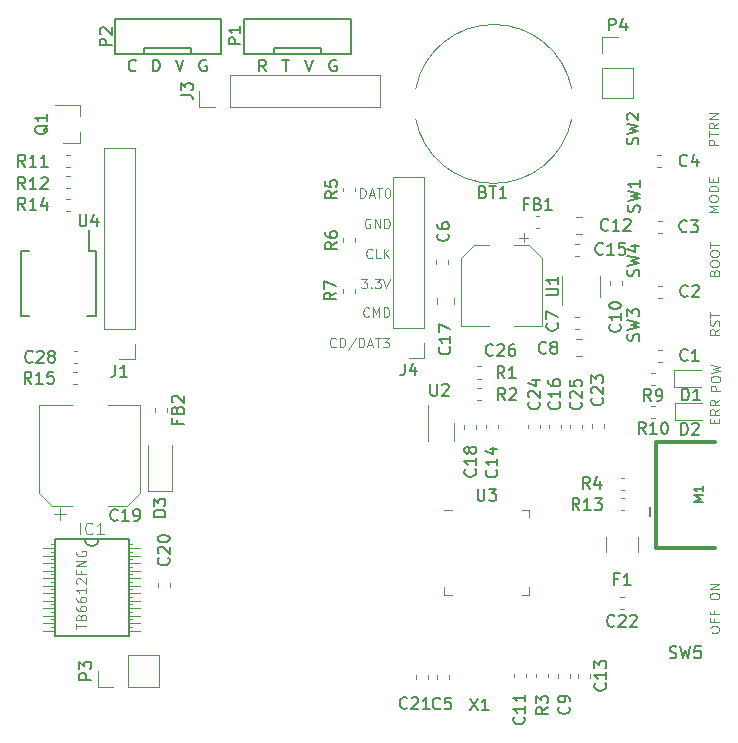
<source format=gto>
G04 #@! TF.GenerationSoftware,KiCad,Pcbnew,(5.1.2)-1*
G04 #@! TF.CreationDate,2023-10-16T21:57:52+09:00*
G04 #@! TF.ProjectId,projectionball,70726f6a-6563-4746-996f-6e62616c6c2e,7.4*
G04 #@! TF.SameCoordinates,Original*
G04 #@! TF.FileFunction,Legend,Top*
G04 #@! TF.FilePolarity,Positive*
%FSLAX46Y46*%
G04 Gerber Fmt 4.6, Leading zero omitted, Abs format (unit mm)*
G04 Created by KiCad (PCBNEW (5.1.2)-1) date 2023-10-16 21:57:52*
%MOMM*%
%LPD*%
G04 APERTURE LIST*
%ADD10C,0.120000*%
%ADD11C,0.150000*%
%ADD12C,0.127000*%
%ADD13C,0.066040*%
%ADD14C,0.300000*%
%ADD15C,0.100000*%
%ADD16C,0.076200*%
%ADD17R,1.850000X1.000000*%
%ADD18R,0.550000X1.750000*%
%ADD19C,0.875000*%
%ADD20C,1.600000*%
%ADD21R,0.900000X0.800000*%
%ADD22O,1.700000X1.700000*%
%ADD23R,1.700000X1.700000*%
%ADD24O,1.524000X1.800000*%
%ADD25C,0.975000*%
%ADD26C,1.400000*%
%ADD27C,0.350000*%
%ADD28C,0.200000*%
%ADD29C,3.200000*%
%ADD30R,1.400000X1.200000*%
%ADD31R,1.050000X0.650000*%
%ADD32R,4.000000X4.000000*%
%ADD33C,2.400000*%
%ADD34C,2.500000*%
%ADD35C,1.250000*%
%ADD36R,0.762000X0.406400*%
%ADD37O,1.250000X1.250000*%
%ADD38O,1.550000X1.550000*%
%ADD39R,1.350000X0.400000*%
%ADD40R,0.650000X1.060000*%
%ADD41R,1.200000X0.900000*%
G04 APERTURE END LIST*
D10*
X139421904Y-97731904D02*
X139421904Y-96931904D01*
X139612380Y-96931904D01*
X139726666Y-96970000D01*
X139802857Y-97046190D01*
X139840952Y-97122380D01*
X139879047Y-97274761D01*
X139879047Y-97389047D01*
X139840952Y-97541428D01*
X139802857Y-97617619D01*
X139726666Y-97693809D01*
X139612380Y-97731904D01*
X139421904Y-97731904D01*
X140183809Y-97503333D02*
X140564761Y-97503333D01*
X140107619Y-97731904D02*
X140374285Y-96931904D01*
X140640952Y-97731904D01*
X140793333Y-96931904D02*
X141250476Y-96931904D01*
X141021904Y-97731904D02*
X141021904Y-96931904D01*
X141669523Y-96931904D02*
X141745714Y-96931904D01*
X141821904Y-96970000D01*
X141860000Y-97008095D01*
X141898095Y-97084285D01*
X141936190Y-97236666D01*
X141936190Y-97427142D01*
X141898095Y-97579523D01*
X141860000Y-97655714D01*
X141821904Y-97693809D01*
X141745714Y-97731904D01*
X141669523Y-97731904D01*
X141593333Y-97693809D01*
X141555238Y-97655714D01*
X141517142Y-97579523D01*
X141479047Y-97427142D01*
X141479047Y-97236666D01*
X141517142Y-97084285D01*
X141555238Y-97008095D01*
X141593333Y-96970000D01*
X141669523Y-96931904D01*
X140230476Y-99560000D02*
X140154285Y-99521904D01*
X140040000Y-99521904D01*
X139925714Y-99560000D01*
X139849523Y-99636190D01*
X139811428Y-99712380D01*
X139773333Y-99864761D01*
X139773333Y-99979047D01*
X139811428Y-100131428D01*
X139849523Y-100207619D01*
X139925714Y-100283809D01*
X140040000Y-100321904D01*
X140116190Y-100321904D01*
X140230476Y-100283809D01*
X140268571Y-100245714D01*
X140268571Y-99979047D01*
X140116190Y-99979047D01*
X140611428Y-100321904D02*
X140611428Y-99521904D01*
X141068571Y-100321904D01*
X141068571Y-99521904D01*
X141449523Y-100321904D02*
X141449523Y-99521904D01*
X141640000Y-99521904D01*
X141754285Y-99560000D01*
X141830476Y-99636190D01*
X141868571Y-99712380D01*
X141906666Y-99864761D01*
X141906666Y-99979047D01*
X141868571Y-100131428D01*
X141830476Y-100207619D01*
X141754285Y-100283809D01*
X141640000Y-100321904D01*
X141449523Y-100321904D01*
X140423809Y-102785714D02*
X140385714Y-102823809D01*
X140271428Y-102861904D01*
X140195238Y-102861904D01*
X140080952Y-102823809D01*
X140004761Y-102747619D01*
X139966666Y-102671428D01*
X139928571Y-102519047D01*
X139928571Y-102404761D01*
X139966666Y-102252380D01*
X140004761Y-102176190D01*
X140080952Y-102100000D01*
X140195238Y-102061904D01*
X140271428Y-102061904D01*
X140385714Y-102100000D01*
X140423809Y-102138095D01*
X141147619Y-102861904D02*
X140766666Y-102861904D01*
X140766666Y-102061904D01*
X141414285Y-102861904D02*
X141414285Y-102061904D01*
X141871428Y-102861904D02*
X141528571Y-102404761D01*
X141871428Y-102061904D02*
X141414285Y-102519047D01*
X139489047Y-104611904D02*
X139984285Y-104611904D01*
X139717619Y-104916666D01*
X139831904Y-104916666D01*
X139908095Y-104954761D01*
X139946190Y-104992857D01*
X139984285Y-105069047D01*
X139984285Y-105259523D01*
X139946190Y-105335714D01*
X139908095Y-105373809D01*
X139831904Y-105411904D01*
X139603333Y-105411904D01*
X139527142Y-105373809D01*
X139489047Y-105335714D01*
X140327142Y-105335714D02*
X140365238Y-105373809D01*
X140327142Y-105411904D01*
X140289047Y-105373809D01*
X140327142Y-105335714D01*
X140327142Y-105411904D01*
X140631904Y-104611904D02*
X141127142Y-104611904D01*
X140860476Y-104916666D01*
X140974761Y-104916666D01*
X141050952Y-104954761D01*
X141089047Y-104992857D01*
X141127142Y-105069047D01*
X141127142Y-105259523D01*
X141089047Y-105335714D01*
X141050952Y-105373809D01*
X140974761Y-105411904D01*
X140746190Y-105411904D01*
X140670000Y-105373809D01*
X140631904Y-105335714D01*
X141355714Y-104611904D02*
X141622380Y-105411904D01*
X141889047Y-104611904D01*
X140150476Y-107755714D02*
X140112380Y-107793809D01*
X139998095Y-107831904D01*
X139921904Y-107831904D01*
X139807619Y-107793809D01*
X139731428Y-107717619D01*
X139693333Y-107641428D01*
X139655238Y-107489047D01*
X139655238Y-107374761D01*
X139693333Y-107222380D01*
X139731428Y-107146190D01*
X139807619Y-107070000D01*
X139921904Y-107031904D01*
X139998095Y-107031904D01*
X140112380Y-107070000D01*
X140150476Y-107108095D01*
X140493333Y-107831904D02*
X140493333Y-107031904D01*
X140760000Y-107603333D01*
X141026666Y-107031904D01*
X141026666Y-107831904D01*
X141407619Y-107831904D02*
X141407619Y-107031904D01*
X141598095Y-107031904D01*
X141712380Y-107070000D01*
X141788571Y-107146190D01*
X141826666Y-107222380D01*
X141864761Y-107374761D01*
X141864761Y-107489047D01*
X141826666Y-107641428D01*
X141788571Y-107717619D01*
X141712380Y-107793809D01*
X141598095Y-107831904D01*
X141407619Y-107831904D01*
X137310000Y-110345714D02*
X137271904Y-110383809D01*
X137157619Y-110421904D01*
X137081428Y-110421904D01*
X136967142Y-110383809D01*
X136890952Y-110307619D01*
X136852857Y-110231428D01*
X136814761Y-110079047D01*
X136814761Y-109964761D01*
X136852857Y-109812380D01*
X136890952Y-109736190D01*
X136967142Y-109660000D01*
X137081428Y-109621904D01*
X137157619Y-109621904D01*
X137271904Y-109660000D01*
X137310000Y-109698095D01*
X137652857Y-110421904D02*
X137652857Y-109621904D01*
X137843333Y-109621904D01*
X137957619Y-109660000D01*
X138033809Y-109736190D01*
X138071904Y-109812380D01*
X138110000Y-109964761D01*
X138110000Y-110079047D01*
X138071904Y-110231428D01*
X138033809Y-110307619D01*
X137957619Y-110383809D01*
X137843333Y-110421904D01*
X137652857Y-110421904D01*
X139024285Y-109583809D02*
X138338571Y-110612380D01*
X139290952Y-110421904D02*
X139290952Y-109621904D01*
X139481428Y-109621904D01*
X139595714Y-109660000D01*
X139671904Y-109736190D01*
X139710000Y-109812380D01*
X139748095Y-109964761D01*
X139748095Y-110079047D01*
X139710000Y-110231428D01*
X139671904Y-110307619D01*
X139595714Y-110383809D01*
X139481428Y-110421904D01*
X139290952Y-110421904D01*
X140052857Y-110193333D02*
X140433809Y-110193333D01*
X139976666Y-110421904D02*
X140243333Y-109621904D01*
X140510000Y-110421904D01*
X140662380Y-109621904D02*
X141119523Y-109621904D01*
X140890952Y-110421904D02*
X140890952Y-109621904D01*
X141310000Y-109621904D02*
X141805238Y-109621904D01*
X141538571Y-109926666D01*
X141652857Y-109926666D01*
X141729047Y-109964761D01*
X141767142Y-110002857D01*
X141805238Y-110079047D01*
X141805238Y-110269523D01*
X141767142Y-110345714D01*
X141729047Y-110383809D01*
X141652857Y-110421904D01*
X141424285Y-110421904D01*
X141348095Y-110383809D01*
X141310000Y-110345714D01*
X169861904Y-114135714D02*
X169061904Y-114135714D01*
X169061904Y-113830952D01*
X169100000Y-113754761D01*
X169138095Y-113716666D01*
X169214285Y-113678571D01*
X169328571Y-113678571D01*
X169404761Y-113716666D01*
X169442857Y-113754761D01*
X169480952Y-113830952D01*
X169480952Y-114135714D01*
X169061904Y-113183333D02*
X169061904Y-113030952D01*
X169100000Y-112954761D01*
X169176190Y-112878571D01*
X169328571Y-112840476D01*
X169595238Y-112840476D01*
X169747619Y-112878571D01*
X169823809Y-112954761D01*
X169861904Y-113030952D01*
X169861904Y-113183333D01*
X169823809Y-113259523D01*
X169747619Y-113335714D01*
X169595238Y-113373809D01*
X169328571Y-113373809D01*
X169176190Y-113335714D01*
X169100000Y-113259523D01*
X169061904Y-113183333D01*
X169061904Y-112573809D02*
X169861904Y-112383333D01*
X169290476Y-112230952D01*
X169861904Y-112078571D01*
X169061904Y-111888095D01*
X169392857Y-116821428D02*
X169392857Y-116554761D01*
X169811904Y-116440476D02*
X169811904Y-116821428D01*
X169011904Y-116821428D01*
X169011904Y-116440476D01*
X169811904Y-115640476D02*
X169430952Y-115907142D01*
X169811904Y-116097619D02*
X169011904Y-116097619D01*
X169011904Y-115792857D01*
X169050000Y-115716666D01*
X169088095Y-115678571D01*
X169164285Y-115640476D01*
X169278571Y-115640476D01*
X169354761Y-115678571D01*
X169392857Y-115716666D01*
X169430952Y-115792857D01*
X169430952Y-116097619D01*
X169811904Y-114840476D02*
X169430952Y-115107142D01*
X169811904Y-115297619D02*
X169011904Y-115297619D01*
X169011904Y-114992857D01*
X169050000Y-114916666D01*
X169088095Y-114878571D01*
X169164285Y-114840476D01*
X169278571Y-114840476D01*
X169354761Y-114878571D01*
X169392857Y-114916666D01*
X169430952Y-114992857D01*
X169430952Y-115297619D01*
X168979904Y-134365904D02*
X168979904Y-134213523D01*
X169018000Y-134137333D01*
X169094190Y-134061142D01*
X169246571Y-134023047D01*
X169513238Y-134023047D01*
X169665619Y-134061142D01*
X169741809Y-134137333D01*
X169779904Y-134213523D01*
X169779904Y-134365904D01*
X169741809Y-134442095D01*
X169665619Y-134518285D01*
X169513238Y-134556380D01*
X169246571Y-134556380D01*
X169094190Y-134518285D01*
X169018000Y-134442095D01*
X168979904Y-134365904D01*
X169360857Y-133413523D02*
X169360857Y-133680190D01*
X169779904Y-133680190D02*
X168979904Y-133680190D01*
X168979904Y-133299238D01*
X169360857Y-132727809D02*
X169360857Y-132994476D01*
X169779904Y-132994476D02*
X168979904Y-132994476D01*
X168979904Y-132613523D01*
X168979904Y-131559238D02*
X168979904Y-131406857D01*
X169018000Y-131330666D01*
X169094190Y-131254476D01*
X169246571Y-131216380D01*
X169513238Y-131216380D01*
X169665619Y-131254476D01*
X169741809Y-131330666D01*
X169779904Y-131406857D01*
X169779904Y-131559238D01*
X169741809Y-131635428D01*
X169665619Y-131711619D01*
X169513238Y-131749714D01*
X169246571Y-131749714D01*
X169094190Y-131711619D01*
X169018000Y-131635428D01*
X168979904Y-131559238D01*
X169779904Y-130873523D02*
X168979904Y-130873523D01*
X169779904Y-130416380D01*
X168979904Y-130416380D01*
X169801904Y-108878095D02*
X169420952Y-109144761D01*
X169801904Y-109335238D02*
X169001904Y-109335238D01*
X169001904Y-109030476D01*
X169040000Y-108954285D01*
X169078095Y-108916190D01*
X169154285Y-108878095D01*
X169268571Y-108878095D01*
X169344761Y-108916190D01*
X169382857Y-108954285D01*
X169420952Y-109030476D01*
X169420952Y-109335238D01*
X169763809Y-108573333D02*
X169801904Y-108459047D01*
X169801904Y-108268571D01*
X169763809Y-108192380D01*
X169725714Y-108154285D01*
X169649523Y-108116190D01*
X169573333Y-108116190D01*
X169497142Y-108154285D01*
X169459047Y-108192380D01*
X169420952Y-108268571D01*
X169382857Y-108420952D01*
X169344761Y-108497142D01*
X169306666Y-108535238D01*
X169230476Y-108573333D01*
X169154285Y-108573333D01*
X169078095Y-108535238D01*
X169040000Y-108497142D01*
X169001904Y-108420952D01*
X169001904Y-108230476D01*
X169040000Y-108116190D01*
X169001904Y-107887619D02*
X169001904Y-107430476D01*
X169801904Y-107659047D02*
X169001904Y-107659047D01*
X169362857Y-104075714D02*
X169400952Y-103961428D01*
X169439047Y-103923333D01*
X169515238Y-103885238D01*
X169629523Y-103885238D01*
X169705714Y-103923333D01*
X169743809Y-103961428D01*
X169781904Y-104037619D01*
X169781904Y-104342380D01*
X168981904Y-104342380D01*
X168981904Y-104075714D01*
X169020000Y-103999523D01*
X169058095Y-103961428D01*
X169134285Y-103923333D01*
X169210476Y-103923333D01*
X169286666Y-103961428D01*
X169324761Y-103999523D01*
X169362857Y-104075714D01*
X169362857Y-104342380D01*
X168981904Y-103390000D02*
X168981904Y-103237619D01*
X169020000Y-103161428D01*
X169096190Y-103085238D01*
X169248571Y-103047142D01*
X169515238Y-103047142D01*
X169667619Y-103085238D01*
X169743809Y-103161428D01*
X169781904Y-103237619D01*
X169781904Y-103390000D01*
X169743809Y-103466190D01*
X169667619Y-103542380D01*
X169515238Y-103580476D01*
X169248571Y-103580476D01*
X169096190Y-103542380D01*
X169020000Y-103466190D01*
X168981904Y-103390000D01*
X168981904Y-102551904D02*
X168981904Y-102399523D01*
X169020000Y-102323333D01*
X169096190Y-102247142D01*
X169248571Y-102209047D01*
X169515238Y-102209047D01*
X169667619Y-102247142D01*
X169743809Y-102323333D01*
X169781904Y-102399523D01*
X169781904Y-102551904D01*
X169743809Y-102628095D01*
X169667619Y-102704285D01*
X169515238Y-102742380D01*
X169248571Y-102742380D01*
X169096190Y-102704285D01*
X169020000Y-102628095D01*
X168981904Y-102551904D01*
X168981904Y-101980476D02*
X168981904Y-101523333D01*
X169781904Y-101751904D02*
X168981904Y-101751904D01*
X169721904Y-98947619D02*
X168921904Y-98947619D01*
X169493333Y-98680952D01*
X168921904Y-98414285D01*
X169721904Y-98414285D01*
X168921904Y-97880952D02*
X168921904Y-97728571D01*
X168960000Y-97652380D01*
X169036190Y-97576190D01*
X169188571Y-97538095D01*
X169455238Y-97538095D01*
X169607619Y-97576190D01*
X169683809Y-97652380D01*
X169721904Y-97728571D01*
X169721904Y-97880952D01*
X169683809Y-97957142D01*
X169607619Y-98033333D01*
X169455238Y-98071428D01*
X169188571Y-98071428D01*
X169036190Y-98033333D01*
X168960000Y-97957142D01*
X168921904Y-97880952D01*
X169721904Y-97195238D02*
X168921904Y-97195238D01*
X168921904Y-97004761D01*
X168960000Y-96890476D01*
X169036190Y-96814285D01*
X169112380Y-96776190D01*
X169264761Y-96738095D01*
X169379047Y-96738095D01*
X169531428Y-96776190D01*
X169607619Y-96814285D01*
X169683809Y-96890476D01*
X169721904Y-97004761D01*
X169721904Y-97195238D01*
X169302857Y-96395238D02*
X169302857Y-96128571D01*
X169721904Y-96014285D02*
X169721904Y-96395238D01*
X168921904Y-96395238D01*
X168921904Y-96014285D01*
X169701904Y-93273333D02*
X168901904Y-93273333D01*
X168901904Y-92968571D01*
X168940000Y-92892380D01*
X168978095Y-92854285D01*
X169054285Y-92816190D01*
X169168571Y-92816190D01*
X169244761Y-92854285D01*
X169282857Y-92892380D01*
X169320952Y-92968571D01*
X169320952Y-93273333D01*
X168901904Y-92587619D02*
X168901904Y-92130476D01*
X169701904Y-92359047D02*
X168901904Y-92359047D01*
X169701904Y-91406666D02*
X169320952Y-91673333D01*
X169701904Y-91863809D02*
X168901904Y-91863809D01*
X168901904Y-91559047D01*
X168940000Y-91482857D01*
X168978095Y-91444761D01*
X169054285Y-91406666D01*
X169168571Y-91406666D01*
X169244761Y-91444761D01*
X169282857Y-91482857D01*
X169320952Y-91559047D01*
X169320952Y-91863809D01*
X169701904Y-91063809D02*
X168901904Y-91063809D01*
X169701904Y-90606666D01*
X168901904Y-90606666D01*
D11*
X116400000Y-102260000D02*
X116400000Y-100510000D01*
X110645000Y-102260000D02*
X110645000Y-107760000D01*
X117055000Y-102260000D02*
X117055000Y-107760000D01*
X110645000Y-102260000D02*
X111395000Y-102260000D01*
X110645000Y-107760000D02*
X111395000Y-107760000D01*
X117055000Y-107760000D02*
X116305000Y-107760000D01*
X117055000Y-102260000D02*
X116400000Y-102260000D01*
D10*
X137900000Y-105499221D02*
X137900000Y-105824779D01*
X138920000Y-105499221D02*
X138920000Y-105824779D01*
X138920000Y-101517779D02*
X138920000Y-101192221D01*
X137900000Y-101517779D02*
X137900000Y-101192221D01*
X138920000Y-97210279D02*
X138920000Y-96884721D01*
X137900000Y-97210279D02*
X137900000Y-96884721D01*
X153625250Y-101112250D02*
X152837750Y-101112250D01*
X153231500Y-100718500D02*
X153231500Y-101506000D01*
X149038437Y-101746000D02*
X147974000Y-102810437D01*
X153729563Y-101746000D02*
X154794000Y-102810437D01*
X153729563Y-101746000D02*
X152444000Y-101746000D01*
X149038437Y-101746000D02*
X150324000Y-101746000D01*
X147974000Y-102810437D02*
X147974000Y-108566000D01*
X154794000Y-102810437D02*
X154794000Y-108566000D01*
X154794000Y-108566000D02*
X152444000Y-108566000D01*
X147974000Y-108566000D02*
X150324000Y-108566000D01*
X115677000Y-93080000D02*
X114217000Y-93080000D01*
X115677000Y-89920000D02*
X113517000Y-89920000D01*
X115677000Y-89920000D02*
X115677000Y-90850000D01*
X115677000Y-93080000D02*
X115677000Y-92150000D01*
X144830000Y-111330000D02*
X143500000Y-111330000D01*
X144830000Y-110000000D02*
X144830000Y-111330000D01*
X144830000Y-108730000D02*
X142170000Y-108730000D01*
X142170000Y-108730000D02*
X142170000Y-95970000D01*
X144830000Y-108730000D02*
X144830000Y-95970000D01*
X144830000Y-95970000D02*
X142170000Y-95970000D01*
X121990000Y-115549221D02*
X121990000Y-115874779D01*
X123010000Y-115549221D02*
X123010000Y-115874779D01*
X154568779Y-99312000D02*
X154243221Y-99312000D01*
X154568779Y-100332000D02*
X154243221Y-100332000D01*
D11*
X127600000Y-85600000D02*
X123100000Y-85600000D01*
X127600000Y-82600000D02*
X127600000Y-85600000D01*
X118600000Y-82600000D02*
X127600000Y-82600000D01*
X118600000Y-85600000D02*
X118600000Y-82600000D01*
X123100000Y-85600000D02*
X118600000Y-85600000D01*
X121100000Y-85100000D02*
X121100000Y-85600000D01*
X125100000Y-85100000D02*
X121100000Y-85100000D01*
X125100000Y-85600000D02*
X125100000Y-85100000D01*
X138600000Y-85600000D02*
X134100000Y-85600000D01*
X138600000Y-82600000D02*
X138600000Y-85600000D01*
X129600000Y-82600000D02*
X138600000Y-82600000D01*
X129600000Y-85600000D02*
X129600000Y-82600000D01*
X134100000Y-85600000D02*
X129600000Y-85600000D01*
X132100000Y-85100000D02*
X132100000Y-85600000D01*
X136100000Y-85100000D02*
X132100000Y-85100000D01*
X136100000Y-85600000D02*
X136100000Y-85100000D01*
D10*
X159870000Y-84130000D02*
X161200000Y-84130000D01*
X159870000Y-85460000D02*
X159870000Y-84130000D01*
X159870000Y-86730000D02*
X162530000Y-86730000D01*
X162530000Y-86730000D02*
X162530000Y-89330000D01*
X159870000Y-86730000D02*
X159870000Y-89330000D01*
X159870000Y-89330000D02*
X162530000Y-89330000D01*
X120330000Y-111430000D02*
X119000000Y-111430000D01*
X120330000Y-110100000D02*
X120330000Y-111430000D01*
X120330000Y-108830000D02*
X117670000Y-108830000D01*
X117670000Y-108830000D02*
X117670000Y-93530000D01*
X120330000Y-108830000D02*
X120330000Y-93530000D01*
X120330000Y-93530000D02*
X117670000Y-93530000D01*
X145880000Y-106249422D02*
X145880000Y-106766578D01*
X147300000Y-106249422D02*
X147300000Y-106766578D01*
X151040000Y-117272779D02*
X151040000Y-116947221D01*
X150020000Y-117272779D02*
X150020000Y-116947221D01*
X147330000Y-116810000D02*
X147330000Y-118310000D01*
X145110000Y-115310000D02*
X145110000Y-118310000D01*
X147140000Y-124152000D02*
X146490000Y-124152000D01*
X153710000Y-131372000D02*
X153710000Y-130722000D01*
X153060000Y-131372000D02*
X153710000Y-131372000D01*
X146490000Y-131372000D02*
X146490000Y-130722000D01*
X147140000Y-131372000D02*
X146490000Y-131372000D01*
X153710000Y-124152000D02*
X153710000Y-124802000D01*
X153060000Y-124152000D02*
X153710000Y-124152000D01*
X115069221Y-113540000D02*
X115394779Y-113540000D01*
X115069221Y-112520000D02*
X115394779Y-112520000D01*
X114852779Y-97820000D02*
X114527221Y-97820000D01*
X114852779Y-98840000D02*
X114527221Y-98840000D01*
X161772779Y-123162000D02*
X161447221Y-123162000D01*
X161772779Y-124182000D02*
X161447221Y-124182000D01*
X161770779Y-121462000D02*
X161445221Y-121462000D01*
X161770779Y-122482000D02*
X161445221Y-122482000D01*
X155317000Y-138352779D02*
X155317000Y-138027221D01*
X154297000Y-138352779D02*
X154297000Y-138027221D01*
X149650779Y-113870000D02*
X149325221Y-113870000D01*
X149650779Y-114890000D02*
X149325221Y-114890000D01*
X149612779Y-112030000D02*
X149287221Y-112030000D01*
X149612779Y-113050000D02*
X149287221Y-113050000D01*
X115452779Y-110742000D02*
X115127221Y-110742000D01*
X115452779Y-111762000D02*
X115127221Y-111762000D01*
X158178000Y-117272779D02*
X158178000Y-116947221D01*
X157158000Y-117272779D02*
X157158000Y-116947221D01*
X154622000Y-117272779D02*
X154622000Y-116947221D01*
X153602000Y-117272779D02*
X153602000Y-116947221D01*
X160022000Y-117230779D02*
X160022000Y-116905221D01*
X159002000Y-117230779D02*
X159002000Y-116905221D01*
X161381221Y-132590000D02*
X161706779Y-132590000D01*
X161381221Y-131570000D02*
X161706779Y-131570000D01*
X144100000Y-138127221D02*
X144100000Y-138452779D01*
X145120000Y-138127221D02*
X145120000Y-138452779D01*
X149230000Y-117284779D02*
X149230000Y-116959221D01*
X148210000Y-117284779D02*
X148210000Y-116959221D01*
X156400000Y-117272779D02*
X156400000Y-116947221D01*
X155380000Y-117272779D02*
X155380000Y-116947221D01*
X157840000Y-138047221D02*
X157840000Y-138372779D01*
X158860000Y-138047221D02*
X158860000Y-138372779D01*
X157651422Y-100786000D02*
X158168578Y-100786000D01*
X157651422Y-99366000D02*
X158168578Y-99366000D01*
X153430000Y-138352779D02*
X153430000Y-138027221D01*
X152410000Y-138352779D02*
X152410000Y-138027221D01*
X157160000Y-138372779D02*
X157160000Y-138047221D01*
X156140000Y-138372779D02*
X156140000Y-138047221D01*
X145880000Y-138139221D02*
X145880000Y-138464779D01*
X146900000Y-138139221D02*
X146900000Y-138464779D01*
X164615221Y-106200000D02*
X164940779Y-106200000D01*
X164615221Y-105180000D02*
X164940779Y-105180000D01*
X164605221Y-111620000D02*
X164930779Y-111620000D01*
X164605221Y-110600000D02*
X164930779Y-110600000D01*
X144103819Y-88480763D02*
G75*
G02X157299999Y-88500001I6596181J-1319237D01*
G01*
X157299999Y-91100001D02*
G75*
G02X144100001Y-91099999I-6599999J1300001D01*
G01*
X164595221Y-100760000D02*
X164920779Y-100760000D01*
X164595221Y-99740000D02*
X164920779Y-99740000D01*
X164555221Y-94120000D02*
X164880779Y-94120000D01*
X164555221Y-95140000D02*
X164880779Y-95140000D01*
X146860000Y-102997221D02*
X146860000Y-103322779D01*
X145840000Y-102997221D02*
X145840000Y-103322779D01*
X157605221Y-107832000D02*
X157930779Y-107832000D01*
X157605221Y-108852000D02*
X157930779Y-108852000D01*
X157693422Y-109742000D02*
X158210578Y-109742000D01*
X157693422Y-111162000D02*
X158210578Y-111162000D01*
X160510000Y-104765221D02*
X160510000Y-105090779D01*
X161530000Y-104765221D02*
X161530000Y-105090779D01*
X157597221Y-101642000D02*
X157922779Y-101642000D01*
X157597221Y-102662000D02*
X157922779Y-102662000D01*
X120760000Y-115290000D02*
X118010000Y-115290000D01*
X112240000Y-115290000D02*
X114990000Y-115290000D01*
X112240000Y-122745563D02*
X112240000Y-115290000D01*
X120760000Y-122745563D02*
X120760000Y-115290000D01*
X119695563Y-123810000D02*
X118010000Y-123810000D01*
X113304437Y-123810000D02*
X114990000Y-123810000D01*
X113304437Y-123810000D02*
X112240000Y-122745563D01*
X119695563Y-123810000D02*
X120760000Y-122745563D01*
X113990000Y-125050000D02*
X113990000Y-124050000D01*
X113490000Y-124550000D02*
X114490000Y-124550000D01*
X123310000Y-130337221D02*
X123310000Y-130662779D01*
X122290000Y-130337221D02*
X122290000Y-130662779D01*
X168288000Y-112315000D02*
X166003000Y-112315000D01*
X166003000Y-112315000D02*
X166003000Y-113785000D01*
X166003000Y-113785000D02*
X168288000Y-113785000D01*
X166015000Y-116585000D02*
X168300000Y-116585000D01*
X166015000Y-115115000D02*
X166015000Y-116585000D01*
X168300000Y-115115000D02*
X166015000Y-115115000D01*
X160240000Y-127702064D02*
X160240000Y-126497936D01*
X162960000Y-127702064D02*
X162960000Y-126497936D01*
D12*
X116025000Y-126615020D02*
G75*
G03X117295000Y-126615020I635000J0D01*
G01*
X119799440Y-134867480D02*
X113520560Y-134867480D01*
X119799440Y-126615020D02*
X119799440Y-134867480D01*
X117295000Y-126615020D02*
X119799440Y-126615020D01*
X116025000Y-126615020D02*
X117295000Y-126615020D01*
X113520560Y-126615020D02*
X116025000Y-126615020D01*
X113520560Y-134867480D02*
X113520560Y-126615020D01*
D13*
X112532500Y-134075000D02*
X113485000Y-134075000D01*
X113485000Y-134075000D02*
X113485000Y-134392500D01*
X112532500Y-134392500D02*
X113485000Y-134392500D01*
X112532500Y-134075000D02*
X112532500Y-134392500D01*
X112532500Y-133440000D02*
X113485000Y-133440000D01*
X113485000Y-133440000D02*
X113485000Y-133757500D01*
X112532500Y-133757500D02*
X113485000Y-133757500D01*
X112532500Y-133440000D02*
X112532500Y-133757500D01*
X112532500Y-132805000D02*
X113485000Y-132805000D01*
X113485000Y-132805000D02*
X113485000Y-133122500D01*
X112532500Y-133122500D02*
X113485000Y-133122500D01*
X112532500Y-132805000D02*
X112532500Y-133122500D01*
X112532500Y-132170000D02*
X113485000Y-132170000D01*
X113485000Y-132170000D02*
X113485000Y-132487500D01*
X112532500Y-132487500D02*
X113485000Y-132487500D01*
X112532500Y-132170000D02*
X112532500Y-132487500D01*
X112532500Y-131535000D02*
X113485000Y-131535000D01*
X113485000Y-131535000D02*
X113485000Y-131852500D01*
X112532500Y-131852500D02*
X113485000Y-131852500D01*
X112532500Y-131535000D02*
X112532500Y-131852500D01*
X112532500Y-130900000D02*
X113485000Y-130900000D01*
X113485000Y-130900000D02*
X113485000Y-131217500D01*
X112532500Y-131217500D02*
X113485000Y-131217500D01*
X112532500Y-130900000D02*
X112532500Y-131217500D01*
X112532500Y-130267540D02*
X113485000Y-130267540D01*
X113485000Y-130267540D02*
X113485000Y-130582500D01*
X112532500Y-130582500D02*
X113485000Y-130582500D01*
X112532500Y-130267540D02*
X112532500Y-130582500D01*
X112532500Y-129632540D02*
X113485000Y-129632540D01*
X113485000Y-129632540D02*
X113485000Y-129947500D01*
X112532500Y-129947500D02*
X113485000Y-129947500D01*
X112532500Y-129632540D02*
X112532500Y-129947500D01*
X112532500Y-128997540D02*
X113485000Y-128997540D01*
X113485000Y-128997540D02*
X113485000Y-129312500D01*
X112532500Y-129312500D02*
X113485000Y-129312500D01*
X112532500Y-128997540D02*
X112532500Y-129312500D01*
X112532500Y-128362540D02*
X113485000Y-128362540D01*
X113485000Y-128362540D02*
X113485000Y-128677500D01*
X112532500Y-128677500D02*
X113485000Y-128677500D01*
X112532500Y-128362540D02*
X112532500Y-128677500D01*
X112532500Y-127727540D02*
X113485000Y-127727540D01*
X113485000Y-127727540D02*
X113485000Y-128042500D01*
X112532500Y-128042500D02*
X113485000Y-128042500D01*
X112532500Y-127727540D02*
X112532500Y-128042500D01*
X112532500Y-127092540D02*
X113485000Y-127092540D01*
X113485000Y-127092540D02*
X113485000Y-127407500D01*
X112532500Y-127407500D02*
X113485000Y-127407500D01*
X112532500Y-127092540D02*
X112532500Y-127407500D01*
X119835000Y-134075000D02*
X120784960Y-134075000D01*
X120784960Y-134075000D02*
X120784960Y-134392500D01*
X119835000Y-134392500D02*
X120784960Y-134392500D01*
X119835000Y-134075000D02*
X119835000Y-134392500D01*
X119835000Y-133440000D02*
X120784960Y-133440000D01*
X120784960Y-133440000D02*
X120784960Y-133757500D01*
X119835000Y-133757500D02*
X120784960Y-133757500D01*
X119835000Y-133440000D02*
X119835000Y-133757500D01*
X119835000Y-132805000D02*
X120784960Y-132805000D01*
X120784960Y-132805000D02*
X120784960Y-133122500D01*
X119835000Y-133122500D02*
X120784960Y-133122500D01*
X119835000Y-132805000D02*
X119835000Y-133122500D01*
X119835000Y-132170000D02*
X120784960Y-132170000D01*
X120784960Y-132170000D02*
X120784960Y-132487500D01*
X119835000Y-132487500D02*
X120784960Y-132487500D01*
X119835000Y-132170000D02*
X119835000Y-132487500D01*
X119835000Y-131535000D02*
X120784960Y-131535000D01*
X120784960Y-131535000D02*
X120784960Y-131852500D01*
X119835000Y-131852500D02*
X120784960Y-131852500D01*
X119835000Y-131535000D02*
X119835000Y-131852500D01*
X119835000Y-130900000D02*
X120784960Y-130900000D01*
X120784960Y-130900000D02*
X120784960Y-131217500D01*
X119835000Y-131217500D02*
X120784960Y-131217500D01*
X119835000Y-130900000D02*
X119835000Y-131217500D01*
X119835000Y-130267540D02*
X120784960Y-130267540D01*
X120784960Y-130267540D02*
X120784960Y-130582500D01*
X119835000Y-130582500D02*
X120784960Y-130582500D01*
X119835000Y-130267540D02*
X119835000Y-130582500D01*
X119835000Y-129632540D02*
X120784960Y-129632540D01*
X120784960Y-129632540D02*
X120784960Y-129947500D01*
X119835000Y-129947500D02*
X120784960Y-129947500D01*
X119835000Y-129632540D02*
X119835000Y-129947500D01*
X119835000Y-128997540D02*
X120784960Y-128997540D01*
X120784960Y-128997540D02*
X120784960Y-129312500D01*
X119835000Y-129312500D02*
X120784960Y-129312500D01*
X119835000Y-128997540D02*
X119835000Y-129312500D01*
X119835000Y-128362540D02*
X120784960Y-128362540D01*
X120784960Y-128362540D02*
X120784960Y-128677500D01*
X119835000Y-128677500D02*
X120784960Y-128677500D01*
X119835000Y-128362540D02*
X119835000Y-128677500D01*
X119835000Y-127727540D02*
X120784960Y-127727540D01*
X120784960Y-127727540D02*
X120784960Y-128042500D01*
X119835000Y-128042500D02*
X120784960Y-128042500D01*
X119835000Y-127727540D02*
X119835000Y-128042500D01*
X119835000Y-127090000D02*
X120787500Y-127090000D01*
X120787500Y-127090000D02*
X120787500Y-127407500D01*
X119835000Y-127407500D02*
X120787500Y-127407500D01*
X119835000Y-127090000D02*
X119835000Y-127407500D01*
D10*
X141110000Y-90030000D02*
X141110000Y-87370000D01*
X128350000Y-90030000D02*
X141110000Y-90030000D01*
X128350000Y-87370000D02*
X141110000Y-87370000D01*
X128350000Y-90030000D02*
X128350000Y-87370000D01*
X127080000Y-90030000D02*
X125750000Y-90030000D01*
X125750000Y-90030000D02*
X125750000Y-88700000D01*
D14*
X164402000Y-118436000D02*
X169402000Y-118436000D01*
X164402000Y-127436000D02*
X164402000Y-118436000D01*
X164902000Y-127436000D02*
X164402000Y-127436000D01*
X169402000Y-127436000D02*
X164902000Y-127436000D01*
D11*
X163902000Y-124686000D02*
X163902000Y-123936000D01*
D10*
X117170000Y-139130000D02*
X117170000Y-137800000D01*
X118500000Y-139130000D02*
X117170000Y-139130000D01*
X119770000Y-139130000D02*
X119770000Y-136470000D01*
X119770000Y-136470000D02*
X122370000Y-136470000D01*
X119770000Y-139130000D02*
X122370000Y-139130000D01*
X122370000Y-139130000D02*
X122370000Y-136470000D01*
X164350779Y-112540000D02*
X164025221Y-112540000D01*
X164350779Y-113560000D02*
X164025221Y-113560000D01*
X164362779Y-116360000D02*
X164037221Y-116360000D01*
X164362779Y-115340000D02*
X164037221Y-115340000D01*
X114529221Y-95160000D02*
X114854779Y-95160000D01*
X114529221Y-94140000D02*
X114854779Y-94140000D01*
X114854779Y-96960000D02*
X114529221Y-96960000D01*
X114854779Y-95940000D02*
X114529221Y-95940000D01*
X159700000Y-106152000D02*
X159700000Y-104352000D01*
X156480000Y-104352000D02*
X156480000Y-106802000D01*
X121450000Y-122600000D02*
X123450000Y-122600000D01*
X123450000Y-122600000D02*
X123450000Y-118700000D01*
X121450000Y-122600000D02*
X121450000Y-118700000D01*
D11*
X165596666Y-136674761D02*
X165739523Y-136722380D01*
X165977619Y-136722380D01*
X166072857Y-136674761D01*
X166120476Y-136627142D01*
X166168095Y-136531904D01*
X166168095Y-136436666D01*
X166120476Y-136341428D01*
X166072857Y-136293809D01*
X165977619Y-136246190D01*
X165787142Y-136198571D01*
X165691904Y-136150952D01*
X165644285Y-136103333D01*
X165596666Y-136008095D01*
X165596666Y-135912857D01*
X165644285Y-135817619D01*
X165691904Y-135770000D01*
X165787142Y-135722380D01*
X166025238Y-135722380D01*
X166168095Y-135770000D01*
X166501428Y-135722380D02*
X166739523Y-136722380D01*
X166930000Y-136008095D01*
X167120476Y-136722380D01*
X167358571Y-135722380D01*
X168215714Y-135722380D02*
X167739523Y-135722380D01*
X167691904Y-136198571D01*
X167739523Y-136150952D01*
X167834761Y-136103333D01*
X168072857Y-136103333D01*
X168168095Y-136150952D01*
X168215714Y-136198571D01*
X168263333Y-136293809D01*
X168263333Y-136531904D01*
X168215714Y-136627142D01*
X168168095Y-136674761D01*
X168072857Y-136722380D01*
X167834761Y-136722380D01*
X167739523Y-136674761D01*
X167691904Y-136627142D01*
X115648095Y-99152380D02*
X115648095Y-99961904D01*
X115695714Y-100057142D01*
X115743333Y-100104761D01*
X115838571Y-100152380D01*
X116029047Y-100152380D01*
X116124285Y-100104761D01*
X116171904Y-100057142D01*
X116219523Y-99961904D01*
X116219523Y-99152380D01*
X117124285Y-99485714D02*
X117124285Y-100152380D01*
X116886190Y-99104761D02*
X116648095Y-99819047D01*
X117267142Y-99819047D01*
X137332380Y-105766166D02*
X136856190Y-106099500D01*
X137332380Y-106337595D02*
X136332380Y-106337595D01*
X136332380Y-105956642D01*
X136380000Y-105861404D01*
X136427619Y-105813785D01*
X136522857Y-105766166D01*
X136665714Y-105766166D01*
X136760952Y-105813785D01*
X136808571Y-105861404D01*
X136856190Y-105956642D01*
X136856190Y-106337595D01*
X136332380Y-105432833D02*
X136332380Y-104766166D01*
X137332380Y-105194738D01*
X137432380Y-101521666D02*
X136956190Y-101855000D01*
X137432380Y-102093095D02*
X136432380Y-102093095D01*
X136432380Y-101712142D01*
X136480000Y-101616904D01*
X136527619Y-101569285D01*
X136622857Y-101521666D01*
X136765714Y-101521666D01*
X136860952Y-101569285D01*
X136908571Y-101616904D01*
X136956190Y-101712142D01*
X136956190Y-102093095D01*
X136432380Y-100664523D02*
X136432380Y-100855000D01*
X136480000Y-100950238D01*
X136527619Y-100997857D01*
X136670476Y-101093095D01*
X136860952Y-101140714D01*
X137241904Y-101140714D01*
X137337142Y-101093095D01*
X137384761Y-101045476D01*
X137432380Y-100950238D01*
X137432380Y-100759761D01*
X137384761Y-100664523D01*
X137337142Y-100616904D01*
X137241904Y-100569285D01*
X137003809Y-100569285D01*
X136908571Y-100616904D01*
X136860952Y-100664523D01*
X136813333Y-100759761D01*
X136813333Y-100950238D01*
X136860952Y-101045476D01*
X136908571Y-101093095D01*
X137003809Y-101140714D01*
X137432380Y-97214166D02*
X136956190Y-97547500D01*
X137432380Y-97785595D02*
X136432380Y-97785595D01*
X136432380Y-97404642D01*
X136480000Y-97309404D01*
X136527619Y-97261785D01*
X136622857Y-97214166D01*
X136765714Y-97214166D01*
X136860952Y-97261785D01*
X136908571Y-97309404D01*
X136956190Y-97404642D01*
X136956190Y-97785595D01*
X136432380Y-96309404D02*
X136432380Y-96785595D01*
X136908571Y-96833214D01*
X136860952Y-96785595D01*
X136813333Y-96690357D01*
X136813333Y-96452261D01*
X136860952Y-96357023D01*
X136908571Y-96309404D01*
X137003809Y-96261785D01*
X137241904Y-96261785D01*
X137337142Y-96309404D01*
X137384761Y-96357023D01*
X137432380Y-96452261D01*
X137432380Y-96690357D01*
X137384761Y-96785595D01*
X137337142Y-96833214D01*
X150631142Y-111033142D02*
X150583523Y-111080761D01*
X150440666Y-111128380D01*
X150345428Y-111128380D01*
X150202571Y-111080761D01*
X150107333Y-110985523D01*
X150059714Y-110890285D01*
X150012095Y-110699809D01*
X150012095Y-110556952D01*
X150059714Y-110366476D01*
X150107333Y-110271238D01*
X150202571Y-110176000D01*
X150345428Y-110128380D01*
X150440666Y-110128380D01*
X150583523Y-110176000D01*
X150631142Y-110223619D01*
X151012095Y-110223619D02*
X151059714Y-110176000D01*
X151154952Y-110128380D01*
X151393047Y-110128380D01*
X151488285Y-110176000D01*
X151535904Y-110223619D01*
X151583523Y-110318857D01*
X151583523Y-110414095D01*
X151535904Y-110556952D01*
X150964476Y-111128380D01*
X151583523Y-111128380D01*
X152440666Y-110128380D02*
X152250190Y-110128380D01*
X152154952Y-110176000D01*
X152107333Y-110223619D01*
X152012095Y-110366476D01*
X151964476Y-110556952D01*
X151964476Y-110937904D01*
X152012095Y-111033142D01*
X152059714Y-111080761D01*
X152154952Y-111128380D01*
X152345428Y-111128380D01*
X152440666Y-111080761D01*
X152488285Y-111033142D01*
X152535904Y-110937904D01*
X152535904Y-110699809D01*
X152488285Y-110604571D01*
X152440666Y-110556952D01*
X152345428Y-110509333D01*
X152154952Y-110509333D01*
X152059714Y-110556952D01*
X152012095Y-110604571D01*
X151964476Y-110699809D01*
X112964619Y-91595238D02*
X112917000Y-91690476D01*
X112821761Y-91785714D01*
X112678904Y-91928571D01*
X112631285Y-92023809D01*
X112631285Y-92119047D01*
X112869380Y-92071428D02*
X112821761Y-92166666D01*
X112726523Y-92261904D01*
X112536047Y-92309523D01*
X112202714Y-92309523D01*
X112012238Y-92261904D01*
X111917000Y-92166666D01*
X111869380Y-92071428D01*
X111869380Y-91880952D01*
X111917000Y-91785714D01*
X112012238Y-91690476D01*
X112202714Y-91642857D01*
X112536047Y-91642857D01*
X112726523Y-91690476D01*
X112821761Y-91785714D01*
X112869380Y-91880952D01*
X112869380Y-92071428D01*
X112869380Y-90690476D02*
X112869380Y-91261904D01*
X112869380Y-90976190D02*
X111869380Y-90976190D01*
X112012238Y-91071428D01*
X112107476Y-91166666D01*
X112155095Y-91261904D01*
X143166666Y-111782380D02*
X143166666Y-112496666D01*
X143119047Y-112639523D01*
X143023809Y-112734761D01*
X142880952Y-112782380D01*
X142785714Y-112782380D01*
X144071428Y-112115714D02*
X144071428Y-112782380D01*
X143833333Y-111734761D02*
X143595238Y-112449047D01*
X144214285Y-112449047D01*
X123928571Y-116545333D02*
X123928571Y-116878666D01*
X124452380Y-116878666D02*
X123452380Y-116878666D01*
X123452380Y-116402476D01*
X123928571Y-115688190D02*
X123976190Y-115545333D01*
X124023809Y-115497714D01*
X124119047Y-115450095D01*
X124261904Y-115450095D01*
X124357142Y-115497714D01*
X124404761Y-115545333D01*
X124452380Y-115640571D01*
X124452380Y-116021523D01*
X123452380Y-116021523D01*
X123452380Y-115688190D01*
X123500000Y-115592952D01*
X123547619Y-115545333D01*
X123642857Y-115497714D01*
X123738095Y-115497714D01*
X123833333Y-115545333D01*
X123880952Y-115592952D01*
X123928571Y-115688190D01*
X123928571Y-116021523D01*
X123547619Y-115069142D02*
X123500000Y-115021523D01*
X123452380Y-114926285D01*
X123452380Y-114688190D01*
X123500000Y-114592952D01*
X123547619Y-114545333D01*
X123642857Y-114497714D01*
X123738095Y-114497714D01*
X123880952Y-114545333D01*
X124452380Y-115116761D01*
X124452380Y-114497714D01*
X153572666Y-98250571D02*
X153239333Y-98250571D01*
X153239333Y-98774380D02*
X153239333Y-97774380D01*
X153715523Y-97774380D01*
X154429809Y-98250571D02*
X154572666Y-98298190D01*
X154620285Y-98345809D01*
X154667904Y-98441047D01*
X154667904Y-98583904D01*
X154620285Y-98679142D01*
X154572666Y-98726761D01*
X154477428Y-98774380D01*
X154096476Y-98774380D01*
X154096476Y-97774380D01*
X154429809Y-97774380D01*
X154525047Y-97822000D01*
X154572666Y-97869619D01*
X154620285Y-97964857D01*
X154620285Y-98060095D01*
X154572666Y-98155333D01*
X154525047Y-98202952D01*
X154429809Y-98250571D01*
X154096476Y-98250571D01*
X155620285Y-98774380D02*
X155048857Y-98774380D01*
X155334571Y-98774380D02*
X155334571Y-97774380D01*
X155239333Y-97917238D01*
X155144095Y-98012476D01*
X155048857Y-98060095D01*
X118352380Y-84838095D02*
X117352380Y-84838095D01*
X117352380Y-84457142D01*
X117400000Y-84361904D01*
X117447619Y-84314285D01*
X117542857Y-84266666D01*
X117685714Y-84266666D01*
X117780952Y-84314285D01*
X117828571Y-84361904D01*
X117876190Y-84457142D01*
X117876190Y-84838095D01*
X117447619Y-83885714D02*
X117400000Y-83838095D01*
X117352380Y-83742857D01*
X117352380Y-83504761D01*
X117400000Y-83409523D01*
X117447619Y-83361904D01*
X117542857Y-83314285D01*
X117638095Y-83314285D01*
X117780952Y-83361904D01*
X118352380Y-83933333D01*
X118352380Y-83314285D01*
X126361904Y-86100000D02*
X126266666Y-86052380D01*
X126123809Y-86052380D01*
X125980952Y-86100000D01*
X125885714Y-86195238D01*
X125838095Y-86290476D01*
X125790476Y-86480952D01*
X125790476Y-86623809D01*
X125838095Y-86814285D01*
X125885714Y-86909523D01*
X125980952Y-87004761D01*
X126123809Y-87052380D01*
X126219047Y-87052380D01*
X126361904Y-87004761D01*
X126409523Y-86957142D01*
X126409523Y-86623809D01*
X126219047Y-86623809D01*
X123766666Y-86052380D02*
X124100000Y-87052380D01*
X124433333Y-86052380D01*
X121838095Y-87052380D02*
X121838095Y-86052380D01*
X122076190Y-86052380D01*
X122219047Y-86100000D01*
X122314285Y-86195238D01*
X122361904Y-86290476D01*
X122409523Y-86480952D01*
X122409523Y-86623809D01*
X122361904Y-86814285D01*
X122314285Y-86909523D01*
X122219047Y-87004761D01*
X122076190Y-87052380D01*
X121838095Y-87052380D01*
X120409523Y-86957142D02*
X120361904Y-87004761D01*
X120219047Y-87052380D01*
X120123809Y-87052380D01*
X119980952Y-87004761D01*
X119885714Y-86909523D01*
X119838095Y-86814285D01*
X119790476Y-86623809D01*
X119790476Y-86480952D01*
X119838095Y-86290476D01*
X119885714Y-86195238D01*
X119980952Y-86100000D01*
X120123809Y-86052380D01*
X120219047Y-86052380D01*
X120361904Y-86100000D01*
X120409523Y-86147619D01*
X129252380Y-84738095D02*
X128252380Y-84738095D01*
X128252380Y-84357142D01*
X128300000Y-84261904D01*
X128347619Y-84214285D01*
X128442857Y-84166666D01*
X128585714Y-84166666D01*
X128680952Y-84214285D01*
X128728571Y-84261904D01*
X128776190Y-84357142D01*
X128776190Y-84738095D01*
X129252380Y-83214285D02*
X129252380Y-83785714D01*
X129252380Y-83500000D02*
X128252380Y-83500000D01*
X128395238Y-83595238D01*
X128490476Y-83690476D01*
X128538095Y-83785714D01*
X137361904Y-86100000D02*
X137266666Y-86052380D01*
X137123809Y-86052380D01*
X136980952Y-86100000D01*
X136885714Y-86195238D01*
X136838095Y-86290476D01*
X136790476Y-86480952D01*
X136790476Y-86623809D01*
X136838095Y-86814285D01*
X136885714Y-86909523D01*
X136980952Y-87004761D01*
X137123809Y-87052380D01*
X137219047Y-87052380D01*
X137361904Y-87004761D01*
X137409523Y-86957142D01*
X137409523Y-86623809D01*
X137219047Y-86623809D01*
X134766666Y-86052380D02*
X135100000Y-87052380D01*
X135433333Y-86052380D01*
X132814285Y-86052380D02*
X133385714Y-86052380D01*
X133100000Y-87052380D02*
X133100000Y-86052380D01*
X131409523Y-87052380D02*
X131076190Y-86576190D01*
X130838095Y-87052380D02*
X130838095Y-86052380D01*
X131219047Y-86052380D01*
X131314285Y-86100000D01*
X131361904Y-86147619D01*
X131409523Y-86242857D01*
X131409523Y-86385714D01*
X131361904Y-86480952D01*
X131314285Y-86528571D01*
X131219047Y-86576190D01*
X130838095Y-86576190D01*
X160461904Y-83582380D02*
X160461904Y-82582380D01*
X160842857Y-82582380D01*
X160938095Y-82630000D01*
X160985714Y-82677619D01*
X161033333Y-82772857D01*
X161033333Y-82915714D01*
X160985714Y-83010952D01*
X160938095Y-83058571D01*
X160842857Y-83106190D01*
X160461904Y-83106190D01*
X161890476Y-82915714D02*
X161890476Y-83582380D01*
X161652380Y-82534761D02*
X161414285Y-83249047D01*
X162033333Y-83249047D01*
X118666666Y-111882380D02*
X118666666Y-112596666D01*
X118619047Y-112739523D01*
X118523809Y-112834761D01*
X118380952Y-112882380D01*
X118285714Y-112882380D01*
X119666666Y-112882380D02*
X119095238Y-112882380D01*
X119380952Y-112882380D02*
X119380952Y-111882380D01*
X119285714Y-112025238D01*
X119190476Y-112120476D01*
X119095238Y-112168095D01*
X146937142Y-110382857D02*
X146984761Y-110430476D01*
X147032380Y-110573333D01*
X147032380Y-110668571D01*
X146984761Y-110811428D01*
X146889523Y-110906666D01*
X146794285Y-110954285D01*
X146603809Y-111001904D01*
X146460952Y-111001904D01*
X146270476Y-110954285D01*
X146175238Y-110906666D01*
X146080000Y-110811428D01*
X146032380Y-110668571D01*
X146032380Y-110573333D01*
X146080000Y-110430476D01*
X146127619Y-110382857D01*
X147032380Y-109430476D02*
X147032380Y-110001904D01*
X147032380Y-109716190D02*
X146032380Y-109716190D01*
X146175238Y-109811428D01*
X146270476Y-109906666D01*
X146318095Y-110001904D01*
X146032380Y-109097142D02*
X146032380Y-108430476D01*
X147032380Y-108859047D01*
X150917142Y-120792857D02*
X150964761Y-120840476D01*
X151012380Y-120983333D01*
X151012380Y-121078571D01*
X150964761Y-121221428D01*
X150869523Y-121316666D01*
X150774285Y-121364285D01*
X150583809Y-121411904D01*
X150440952Y-121411904D01*
X150250476Y-121364285D01*
X150155238Y-121316666D01*
X150060000Y-121221428D01*
X150012380Y-121078571D01*
X150012380Y-120983333D01*
X150060000Y-120840476D01*
X150107619Y-120792857D01*
X151012380Y-119840476D02*
X151012380Y-120411904D01*
X151012380Y-120126190D02*
X150012380Y-120126190D01*
X150155238Y-120221428D01*
X150250476Y-120316666D01*
X150298095Y-120411904D01*
X150345714Y-118983333D02*
X151012380Y-118983333D01*
X149964761Y-119221428D02*
X150679047Y-119459523D01*
X150679047Y-118840476D01*
X145342095Y-113500380D02*
X145342095Y-114309904D01*
X145389714Y-114405142D01*
X145437333Y-114452761D01*
X145532571Y-114500380D01*
X145723047Y-114500380D01*
X145818285Y-114452761D01*
X145865904Y-114405142D01*
X145913523Y-114309904D01*
X145913523Y-113500380D01*
X146342095Y-113595619D02*
X146389714Y-113548000D01*
X146484952Y-113500380D01*
X146723047Y-113500380D01*
X146818285Y-113548000D01*
X146865904Y-113595619D01*
X146913523Y-113690857D01*
X146913523Y-113786095D01*
X146865904Y-113928952D01*
X146294476Y-114500380D01*
X146913523Y-114500380D01*
X149338095Y-122394380D02*
X149338095Y-123203904D01*
X149385714Y-123299142D01*
X149433333Y-123346761D01*
X149528571Y-123394380D01*
X149719047Y-123394380D01*
X149814285Y-123346761D01*
X149861904Y-123299142D01*
X149909523Y-123203904D01*
X149909523Y-122394380D01*
X150290476Y-122394380D02*
X150909523Y-122394380D01*
X150576190Y-122775333D01*
X150719047Y-122775333D01*
X150814285Y-122822952D01*
X150861904Y-122870571D01*
X150909523Y-122965809D01*
X150909523Y-123203904D01*
X150861904Y-123299142D01*
X150814285Y-123346761D01*
X150719047Y-123394380D01*
X150433333Y-123394380D01*
X150338095Y-123346761D01*
X150290476Y-123299142D01*
X148690476Y-140154380D02*
X149357142Y-141154380D01*
X149357142Y-140154380D02*
X148690476Y-141154380D01*
X150261904Y-141154380D02*
X149690476Y-141154380D01*
X149976190Y-141154380D02*
X149976190Y-140154380D01*
X149880952Y-140297238D01*
X149785714Y-140392476D01*
X149690476Y-140440095D01*
X162974761Y-104403333D02*
X163022380Y-104260476D01*
X163022380Y-104022380D01*
X162974761Y-103927142D01*
X162927142Y-103879523D01*
X162831904Y-103831904D01*
X162736666Y-103831904D01*
X162641428Y-103879523D01*
X162593809Y-103927142D01*
X162546190Y-104022380D01*
X162498571Y-104212857D01*
X162450952Y-104308095D01*
X162403333Y-104355714D01*
X162308095Y-104403333D01*
X162212857Y-104403333D01*
X162117619Y-104355714D01*
X162070000Y-104308095D01*
X162022380Y-104212857D01*
X162022380Y-103974761D01*
X162070000Y-103831904D01*
X162022380Y-103498571D02*
X163022380Y-103260476D01*
X162308095Y-103070000D01*
X163022380Y-102879523D01*
X162022380Y-102641428D01*
X162355714Y-101831904D02*
X163022380Y-101831904D01*
X161974761Y-102070000D02*
X162689047Y-102308095D01*
X162689047Y-101689047D01*
X162964761Y-109843333D02*
X163012380Y-109700476D01*
X163012380Y-109462380D01*
X162964761Y-109367142D01*
X162917142Y-109319523D01*
X162821904Y-109271904D01*
X162726666Y-109271904D01*
X162631428Y-109319523D01*
X162583809Y-109367142D01*
X162536190Y-109462380D01*
X162488571Y-109652857D01*
X162440952Y-109748095D01*
X162393333Y-109795714D01*
X162298095Y-109843333D01*
X162202857Y-109843333D01*
X162107619Y-109795714D01*
X162060000Y-109748095D01*
X162012380Y-109652857D01*
X162012380Y-109414761D01*
X162060000Y-109271904D01*
X162012380Y-108938571D02*
X163012380Y-108700476D01*
X162298095Y-108510000D01*
X163012380Y-108319523D01*
X162012380Y-108081428D01*
X162012380Y-107795714D02*
X162012380Y-107176666D01*
X162393333Y-107510000D01*
X162393333Y-107367142D01*
X162440952Y-107271904D01*
X162488571Y-107224285D01*
X162583809Y-107176666D01*
X162821904Y-107176666D01*
X162917142Y-107224285D01*
X162964761Y-107271904D01*
X163012380Y-107367142D01*
X163012380Y-107652857D01*
X162964761Y-107748095D01*
X162917142Y-107795714D01*
X111551642Y-113482380D02*
X111218309Y-113006190D01*
X110980214Y-113482380D02*
X110980214Y-112482380D01*
X111361166Y-112482380D01*
X111456404Y-112530000D01*
X111504023Y-112577619D01*
X111551642Y-112672857D01*
X111551642Y-112815714D01*
X111504023Y-112910952D01*
X111456404Y-112958571D01*
X111361166Y-113006190D01*
X110980214Y-113006190D01*
X112504023Y-113482380D02*
X111932595Y-113482380D01*
X112218309Y-113482380D02*
X112218309Y-112482380D01*
X112123071Y-112625238D01*
X112027833Y-112720476D01*
X111932595Y-112768095D01*
X113408785Y-112482380D02*
X112932595Y-112482380D01*
X112884976Y-112958571D01*
X112932595Y-112910952D01*
X113027833Y-112863333D01*
X113265928Y-112863333D01*
X113361166Y-112910952D01*
X113408785Y-112958571D01*
X113456404Y-113053809D01*
X113456404Y-113291904D01*
X113408785Y-113387142D01*
X113361166Y-113434761D01*
X113265928Y-113482380D01*
X113027833Y-113482380D01*
X112932595Y-113434761D01*
X112884976Y-113387142D01*
X111037142Y-98752380D02*
X110703809Y-98276190D01*
X110465714Y-98752380D02*
X110465714Y-97752380D01*
X110846666Y-97752380D01*
X110941904Y-97800000D01*
X110989523Y-97847619D01*
X111037142Y-97942857D01*
X111037142Y-98085714D01*
X110989523Y-98180952D01*
X110941904Y-98228571D01*
X110846666Y-98276190D01*
X110465714Y-98276190D01*
X111989523Y-98752380D02*
X111418095Y-98752380D01*
X111703809Y-98752380D02*
X111703809Y-97752380D01*
X111608571Y-97895238D01*
X111513333Y-97990476D01*
X111418095Y-98038095D01*
X112846666Y-98085714D02*
X112846666Y-98752380D01*
X112608571Y-97704761D02*
X112370476Y-98419047D01*
X112989523Y-98419047D01*
X157952642Y-124188380D02*
X157619309Y-123712190D01*
X157381214Y-124188380D02*
X157381214Y-123188380D01*
X157762166Y-123188380D01*
X157857404Y-123236000D01*
X157905023Y-123283619D01*
X157952642Y-123378857D01*
X157952642Y-123521714D01*
X157905023Y-123616952D01*
X157857404Y-123664571D01*
X157762166Y-123712190D01*
X157381214Y-123712190D01*
X158905023Y-124188380D02*
X158333595Y-124188380D01*
X158619309Y-124188380D02*
X158619309Y-123188380D01*
X158524071Y-123331238D01*
X158428833Y-123426476D01*
X158333595Y-123474095D01*
X159238357Y-123188380D02*
X159857404Y-123188380D01*
X159524071Y-123569333D01*
X159666928Y-123569333D01*
X159762166Y-123616952D01*
X159809785Y-123664571D01*
X159857404Y-123759809D01*
X159857404Y-123997904D01*
X159809785Y-124093142D01*
X159762166Y-124140761D01*
X159666928Y-124188380D01*
X159381214Y-124188380D01*
X159285976Y-124140761D01*
X159238357Y-124093142D01*
X158837333Y-122372380D02*
X158504000Y-121896190D01*
X158265904Y-122372380D02*
X158265904Y-121372380D01*
X158646857Y-121372380D01*
X158742095Y-121420000D01*
X158789714Y-121467619D01*
X158837333Y-121562857D01*
X158837333Y-121705714D01*
X158789714Y-121800952D01*
X158742095Y-121848571D01*
X158646857Y-121896190D01*
X158265904Y-121896190D01*
X159694476Y-121705714D02*
X159694476Y-122372380D01*
X159456380Y-121324761D02*
X159218285Y-122039047D01*
X159837333Y-122039047D01*
X155302380Y-140888666D02*
X154826190Y-141222000D01*
X155302380Y-141460095D02*
X154302380Y-141460095D01*
X154302380Y-141079142D01*
X154350000Y-140983904D01*
X154397619Y-140936285D01*
X154492857Y-140888666D01*
X154635714Y-140888666D01*
X154730952Y-140936285D01*
X154778571Y-140983904D01*
X154826190Y-141079142D01*
X154826190Y-141460095D01*
X154302380Y-140555333D02*
X154302380Y-139936285D01*
X154683333Y-140269619D01*
X154683333Y-140126761D01*
X154730952Y-140031523D01*
X154778571Y-139983904D01*
X154873809Y-139936285D01*
X155111904Y-139936285D01*
X155207142Y-139983904D01*
X155254761Y-140031523D01*
X155302380Y-140126761D01*
X155302380Y-140412476D01*
X155254761Y-140507714D01*
X155207142Y-140555333D01*
X151671333Y-114872380D02*
X151338000Y-114396190D01*
X151099904Y-114872380D02*
X151099904Y-113872380D01*
X151480857Y-113872380D01*
X151576095Y-113920000D01*
X151623714Y-113967619D01*
X151671333Y-114062857D01*
X151671333Y-114205714D01*
X151623714Y-114300952D01*
X151576095Y-114348571D01*
X151480857Y-114396190D01*
X151099904Y-114396190D01*
X152052285Y-113967619D02*
X152099904Y-113920000D01*
X152195142Y-113872380D01*
X152433238Y-113872380D01*
X152528476Y-113920000D01*
X152576095Y-113967619D01*
X152623714Y-114062857D01*
X152623714Y-114158095D01*
X152576095Y-114300952D01*
X152004666Y-114872380D01*
X152623714Y-114872380D01*
X151613333Y-113022380D02*
X151280000Y-112546190D01*
X151041904Y-113022380D02*
X151041904Y-112022380D01*
X151422857Y-112022380D01*
X151518095Y-112070000D01*
X151565714Y-112117619D01*
X151613333Y-112212857D01*
X151613333Y-112355714D01*
X151565714Y-112450952D01*
X151518095Y-112498571D01*
X151422857Y-112546190D01*
X151041904Y-112546190D01*
X152565714Y-113022380D02*
X151994285Y-113022380D01*
X152280000Y-113022380D02*
X152280000Y-112022380D01*
X152184761Y-112165238D01*
X152089523Y-112260476D01*
X151994285Y-112308095D01*
X111654642Y-111609142D02*
X111607023Y-111656761D01*
X111464166Y-111704380D01*
X111368928Y-111704380D01*
X111226071Y-111656761D01*
X111130833Y-111561523D01*
X111083214Y-111466285D01*
X111035595Y-111275809D01*
X111035595Y-111132952D01*
X111083214Y-110942476D01*
X111130833Y-110847238D01*
X111226071Y-110752000D01*
X111368928Y-110704380D01*
X111464166Y-110704380D01*
X111607023Y-110752000D01*
X111654642Y-110799619D01*
X112035595Y-110799619D02*
X112083214Y-110752000D01*
X112178452Y-110704380D01*
X112416547Y-110704380D01*
X112511785Y-110752000D01*
X112559404Y-110799619D01*
X112607023Y-110894857D01*
X112607023Y-110990095D01*
X112559404Y-111132952D01*
X111987976Y-111704380D01*
X112607023Y-111704380D01*
X113178452Y-111132952D02*
X113083214Y-111085333D01*
X113035595Y-111037714D01*
X112987976Y-110942476D01*
X112987976Y-110894857D01*
X113035595Y-110799619D01*
X113083214Y-110752000D01*
X113178452Y-110704380D01*
X113368928Y-110704380D01*
X113464166Y-110752000D01*
X113511785Y-110799619D01*
X113559404Y-110894857D01*
X113559404Y-110942476D01*
X113511785Y-111037714D01*
X113464166Y-111085333D01*
X113368928Y-111132952D01*
X113178452Y-111132952D01*
X113083214Y-111180571D01*
X113035595Y-111228190D01*
X112987976Y-111323428D01*
X112987976Y-111513904D01*
X113035595Y-111609142D01*
X113083214Y-111656761D01*
X113178452Y-111704380D01*
X113368928Y-111704380D01*
X113464166Y-111656761D01*
X113511785Y-111609142D01*
X113559404Y-111513904D01*
X113559404Y-111323428D01*
X113511785Y-111228190D01*
X113464166Y-111180571D01*
X113368928Y-111132952D01*
X158057142Y-115052857D02*
X158104761Y-115100476D01*
X158152380Y-115243333D01*
X158152380Y-115338571D01*
X158104761Y-115481428D01*
X158009523Y-115576666D01*
X157914285Y-115624285D01*
X157723809Y-115671904D01*
X157580952Y-115671904D01*
X157390476Y-115624285D01*
X157295238Y-115576666D01*
X157200000Y-115481428D01*
X157152380Y-115338571D01*
X157152380Y-115243333D01*
X157200000Y-115100476D01*
X157247619Y-115052857D01*
X157247619Y-114671904D02*
X157200000Y-114624285D01*
X157152380Y-114529047D01*
X157152380Y-114290952D01*
X157200000Y-114195714D01*
X157247619Y-114148095D01*
X157342857Y-114100476D01*
X157438095Y-114100476D01*
X157580952Y-114148095D01*
X158152380Y-114719523D01*
X158152380Y-114100476D01*
X157152380Y-113195714D02*
X157152380Y-113671904D01*
X157628571Y-113719523D01*
X157580952Y-113671904D01*
X157533333Y-113576666D01*
X157533333Y-113338571D01*
X157580952Y-113243333D01*
X157628571Y-113195714D01*
X157723809Y-113148095D01*
X157961904Y-113148095D01*
X158057142Y-113195714D01*
X158104761Y-113243333D01*
X158152380Y-113338571D01*
X158152380Y-113576666D01*
X158104761Y-113671904D01*
X158057142Y-113719523D01*
X154517142Y-115022857D02*
X154564761Y-115070476D01*
X154612380Y-115213333D01*
X154612380Y-115308571D01*
X154564761Y-115451428D01*
X154469523Y-115546666D01*
X154374285Y-115594285D01*
X154183809Y-115641904D01*
X154040952Y-115641904D01*
X153850476Y-115594285D01*
X153755238Y-115546666D01*
X153660000Y-115451428D01*
X153612380Y-115308571D01*
X153612380Y-115213333D01*
X153660000Y-115070476D01*
X153707619Y-115022857D01*
X153707619Y-114641904D02*
X153660000Y-114594285D01*
X153612380Y-114499047D01*
X153612380Y-114260952D01*
X153660000Y-114165714D01*
X153707619Y-114118095D01*
X153802857Y-114070476D01*
X153898095Y-114070476D01*
X154040952Y-114118095D01*
X154612380Y-114689523D01*
X154612380Y-114070476D01*
X153945714Y-113213333D02*
X154612380Y-113213333D01*
X153564761Y-113451428D02*
X154279047Y-113689523D01*
X154279047Y-113070476D01*
X159869142Y-114688357D02*
X159916761Y-114735976D01*
X159964380Y-114878833D01*
X159964380Y-114974071D01*
X159916761Y-115116928D01*
X159821523Y-115212166D01*
X159726285Y-115259785D01*
X159535809Y-115307404D01*
X159392952Y-115307404D01*
X159202476Y-115259785D01*
X159107238Y-115212166D01*
X159012000Y-115116928D01*
X158964380Y-114974071D01*
X158964380Y-114878833D01*
X159012000Y-114735976D01*
X159059619Y-114688357D01*
X159059619Y-114307404D02*
X159012000Y-114259785D01*
X158964380Y-114164547D01*
X158964380Y-113926452D01*
X159012000Y-113831214D01*
X159059619Y-113783595D01*
X159154857Y-113735976D01*
X159250095Y-113735976D01*
X159392952Y-113783595D01*
X159964380Y-114355023D01*
X159964380Y-113735976D01*
X158964380Y-113402642D02*
X158964380Y-112783595D01*
X159345333Y-113116928D01*
X159345333Y-112974071D01*
X159392952Y-112878833D01*
X159440571Y-112831214D01*
X159535809Y-112783595D01*
X159773904Y-112783595D01*
X159869142Y-112831214D01*
X159916761Y-112878833D01*
X159964380Y-112974071D01*
X159964380Y-113259785D01*
X159916761Y-113355023D01*
X159869142Y-113402642D01*
X160926642Y-133961142D02*
X160879023Y-134008761D01*
X160736166Y-134056380D01*
X160640928Y-134056380D01*
X160498071Y-134008761D01*
X160402833Y-133913523D01*
X160355214Y-133818285D01*
X160307595Y-133627809D01*
X160307595Y-133484952D01*
X160355214Y-133294476D01*
X160402833Y-133199238D01*
X160498071Y-133104000D01*
X160640928Y-133056380D01*
X160736166Y-133056380D01*
X160879023Y-133104000D01*
X160926642Y-133151619D01*
X161307595Y-133151619D02*
X161355214Y-133104000D01*
X161450452Y-133056380D01*
X161688547Y-133056380D01*
X161783785Y-133104000D01*
X161831404Y-133151619D01*
X161879023Y-133246857D01*
X161879023Y-133342095D01*
X161831404Y-133484952D01*
X161259976Y-134056380D01*
X161879023Y-134056380D01*
X162259976Y-133151619D02*
X162307595Y-133104000D01*
X162402833Y-133056380D01*
X162640928Y-133056380D01*
X162736166Y-133104000D01*
X162783785Y-133151619D01*
X162831404Y-133246857D01*
X162831404Y-133342095D01*
X162783785Y-133484952D01*
X162212357Y-134056380D01*
X162831404Y-134056380D01*
X143367142Y-140934642D02*
X143319523Y-140982261D01*
X143176666Y-141029880D01*
X143081428Y-141029880D01*
X142938571Y-140982261D01*
X142843333Y-140887023D01*
X142795714Y-140791785D01*
X142748095Y-140601309D01*
X142748095Y-140458452D01*
X142795714Y-140267976D01*
X142843333Y-140172738D01*
X142938571Y-140077500D01*
X143081428Y-140029880D01*
X143176666Y-140029880D01*
X143319523Y-140077500D01*
X143367142Y-140125119D01*
X143748095Y-140125119D02*
X143795714Y-140077500D01*
X143890952Y-140029880D01*
X144129047Y-140029880D01*
X144224285Y-140077500D01*
X144271904Y-140125119D01*
X144319523Y-140220357D01*
X144319523Y-140315595D01*
X144271904Y-140458452D01*
X143700476Y-141029880D01*
X144319523Y-141029880D01*
X145271904Y-141029880D02*
X144700476Y-141029880D01*
X144986190Y-141029880D02*
X144986190Y-140029880D01*
X144890952Y-140172738D01*
X144795714Y-140267976D01*
X144700476Y-140315595D01*
X149127142Y-120732857D02*
X149174761Y-120780476D01*
X149222380Y-120923333D01*
X149222380Y-121018571D01*
X149174761Y-121161428D01*
X149079523Y-121256666D01*
X148984285Y-121304285D01*
X148793809Y-121351904D01*
X148650952Y-121351904D01*
X148460476Y-121304285D01*
X148365238Y-121256666D01*
X148270000Y-121161428D01*
X148222380Y-121018571D01*
X148222380Y-120923333D01*
X148270000Y-120780476D01*
X148317619Y-120732857D01*
X149222380Y-119780476D02*
X149222380Y-120351904D01*
X149222380Y-120066190D02*
X148222380Y-120066190D01*
X148365238Y-120161428D01*
X148460476Y-120256666D01*
X148508095Y-120351904D01*
X148650952Y-119209047D02*
X148603333Y-119304285D01*
X148555714Y-119351904D01*
X148460476Y-119399523D01*
X148412857Y-119399523D01*
X148317619Y-119351904D01*
X148270000Y-119304285D01*
X148222380Y-119209047D01*
X148222380Y-119018571D01*
X148270000Y-118923333D01*
X148317619Y-118875714D01*
X148412857Y-118828095D01*
X148460476Y-118828095D01*
X148555714Y-118875714D01*
X148603333Y-118923333D01*
X148650952Y-119018571D01*
X148650952Y-119209047D01*
X148698571Y-119304285D01*
X148746190Y-119351904D01*
X148841428Y-119399523D01*
X149031904Y-119399523D01*
X149127142Y-119351904D01*
X149174761Y-119304285D01*
X149222380Y-119209047D01*
X149222380Y-119018571D01*
X149174761Y-118923333D01*
X149127142Y-118875714D01*
X149031904Y-118828095D01*
X148841428Y-118828095D01*
X148746190Y-118875714D01*
X148698571Y-118923333D01*
X148650952Y-119018571D01*
X156237142Y-115022857D02*
X156284761Y-115070476D01*
X156332380Y-115213333D01*
X156332380Y-115308571D01*
X156284761Y-115451428D01*
X156189523Y-115546666D01*
X156094285Y-115594285D01*
X155903809Y-115641904D01*
X155760952Y-115641904D01*
X155570476Y-115594285D01*
X155475238Y-115546666D01*
X155380000Y-115451428D01*
X155332380Y-115308571D01*
X155332380Y-115213333D01*
X155380000Y-115070476D01*
X155427619Y-115022857D01*
X156332380Y-114070476D02*
X156332380Y-114641904D01*
X156332380Y-114356190D02*
X155332380Y-114356190D01*
X155475238Y-114451428D01*
X155570476Y-114546666D01*
X155618095Y-114641904D01*
X155332380Y-113213333D02*
X155332380Y-113403809D01*
X155380000Y-113499047D01*
X155427619Y-113546666D01*
X155570476Y-113641904D01*
X155760952Y-113689523D01*
X156141904Y-113689523D01*
X156237142Y-113641904D01*
X156284761Y-113594285D01*
X156332380Y-113499047D01*
X156332380Y-113308571D01*
X156284761Y-113213333D01*
X156237142Y-113165714D01*
X156141904Y-113118095D01*
X155903809Y-113118095D01*
X155808571Y-113165714D01*
X155760952Y-113213333D01*
X155713333Y-113308571D01*
X155713333Y-113499047D01*
X155760952Y-113594285D01*
X155808571Y-113641904D01*
X155903809Y-113689523D01*
X160137142Y-138852857D02*
X160184761Y-138900476D01*
X160232380Y-139043333D01*
X160232380Y-139138571D01*
X160184761Y-139281428D01*
X160089523Y-139376666D01*
X159994285Y-139424285D01*
X159803809Y-139471904D01*
X159660952Y-139471904D01*
X159470476Y-139424285D01*
X159375238Y-139376666D01*
X159280000Y-139281428D01*
X159232380Y-139138571D01*
X159232380Y-139043333D01*
X159280000Y-138900476D01*
X159327619Y-138852857D01*
X160232380Y-137900476D02*
X160232380Y-138471904D01*
X160232380Y-138186190D02*
X159232380Y-138186190D01*
X159375238Y-138281428D01*
X159470476Y-138376666D01*
X159518095Y-138471904D01*
X159232380Y-137567142D02*
X159232380Y-136948095D01*
X159613333Y-137281428D01*
X159613333Y-137138571D01*
X159660952Y-137043333D01*
X159708571Y-136995714D01*
X159803809Y-136948095D01*
X160041904Y-136948095D01*
X160137142Y-136995714D01*
X160184761Y-137043333D01*
X160232380Y-137138571D01*
X160232380Y-137424285D01*
X160184761Y-137519523D01*
X160137142Y-137567142D01*
X160393642Y-100433142D02*
X160346023Y-100480761D01*
X160203166Y-100528380D01*
X160107928Y-100528380D01*
X159965071Y-100480761D01*
X159869833Y-100385523D01*
X159822214Y-100290285D01*
X159774595Y-100099809D01*
X159774595Y-99956952D01*
X159822214Y-99766476D01*
X159869833Y-99671238D01*
X159965071Y-99576000D01*
X160107928Y-99528380D01*
X160203166Y-99528380D01*
X160346023Y-99576000D01*
X160393642Y-99623619D01*
X161346023Y-100528380D02*
X160774595Y-100528380D01*
X161060309Y-100528380D02*
X161060309Y-99528380D01*
X160965071Y-99671238D01*
X160869833Y-99766476D01*
X160774595Y-99814095D01*
X161726976Y-99623619D02*
X161774595Y-99576000D01*
X161869833Y-99528380D01*
X162107928Y-99528380D01*
X162203166Y-99576000D01*
X162250785Y-99623619D01*
X162298404Y-99718857D01*
X162298404Y-99814095D01*
X162250785Y-99956952D01*
X161679357Y-100528380D01*
X162298404Y-100528380D01*
X153257142Y-141714857D02*
X153304761Y-141762476D01*
X153352380Y-141905333D01*
X153352380Y-142000571D01*
X153304761Y-142143428D01*
X153209523Y-142238666D01*
X153114285Y-142286285D01*
X152923809Y-142333904D01*
X152780952Y-142333904D01*
X152590476Y-142286285D01*
X152495238Y-142238666D01*
X152400000Y-142143428D01*
X152352380Y-142000571D01*
X152352380Y-141905333D01*
X152400000Y-141762476D01*
X152447619Y-141714857D01*
X153352380Y-140762476D02*
X153352380Y-141333904D01*
X153352380Y-141048190D02*
X152352380Y-141048190D01*
X152495238Y-141143428D01*
X152590476Y-141238666D01*
X152638095Y-141333904D01*
X153352380Y-139810095D02*
X153352380Y-140381523D01*
X153352380Y-140095809D02*
X152352380Y-140095809D01*
X152495238Y-140191047D01*
X152590476Y-140286285D01*
X152638095Y-140381523D01*
X157057142Y-140839166D02*
X157104761Y-140886785D01*
X157152380Y-141029642D01*
X157152380Y-141124880D01*
X157104761Y-141267738D01*
X157009523Y-141362976D01*
X156914285Y-141410595D01*
X156723809Y-141458214D01*
X156580952Y-141458214D01*
X156390476Y-141410595D01*
X156295238Y-141362976D01*
X156200000Y-141267738D01*
X156152380Y-141124880D01*
X156152380Y-141029642D01*
X156200000Y-140886785D01*
X156247619Y-140839166D01*
X157152380Y-140362976D02*
X157152380Y-140172500D01*
X157104761Y-140077261D01*
X157057142Y-140029642D01*
X156914285Y-139934404D01*
X156723809Y-139886785D01*
X156342857Y-139886785D01*
X156247619Y-139934404D01*
X156200000Y-139982023D01*
X156152380Y-140077261D01*
X156152380Y-140267738D01*
X156200000Y-140362976D01*
X156247619Y-140410595D01*
X156342857Y-140458214D01*
X156580952Y-140458214D01*
X156676190Y-140410595D01*
X156723809Y-140362976D01*
X156771428Y-140267738D01*
X156771428Y-140077261D01*
X156723809Y-139982023D01*
X156676190Y-139934404D01*
X156580952Y-139886785D01*
X146173333Y-140969142D02*
X146125714Y-141016761D01*
X145982857Y-141064380D01*
X145887619Y-141064380D01*
X145744761Y-141016761D01*
X145649523Y-140921523D01*
X145601904Y-140826285D01*
X145554285Y-140635809D01*
X145554285Y-140492952D01*
X145601904Y-140302476D01*
X145649523Y-140207238D01*
X145744761Y-140112000D01*
X145887619Y-140064380D01*
X145982857Y-140064380D01*
X146125714Y-140112000D01*
X146173333Y-140159619D01*
X147078095Y-140064380D02*
X146601904Y-140064380D01*
X146554285Y-140540571D01*
X146601904Y-140492952D01*
X146697142Y-140445333D01*
X146935238Y-140445333D01*
X147030476Y-140492952D01*
X147078095Y-140540571D01*
X147125714Y-140635809D01*
X147125714Y-140873904D01*
X147078095Y-140969142D01*
X147030476Y-141016761D01*
X146935238Y-141064380D01*
X146697142Y-141064380D01*
X146601904Y-141016761D01*
X146554285Y-140969142D01*
X167123833Y-106047142D02*
X167076214Y-106094761D01*
X166933357Y-106142380D01*
X166838119Y-106142380D01*
X166695261Y-106094761D01*
X166600023Y-105999523D01*
X166552404Y-105904285D01*
X166504785Y-105713809D01*
X166504785Y-105570952D01*
X166552404Y-105380476D01*
X166600023Y-105285238D01*
X166695261Y-105190000D01*
X166838119Y-105142380D01*
X166933357Y-105142380D01*
X167076214Y-105190000D01*
X167123833Y-105237619D01*
X167504785Y-105237619D02*
X167552404Y-105190000D01*
X167647642Y-105142380D01*
X167885738Y-105142380D01*
X167980976Y-105190000D01*
X168028595Y-105237619D01*
X168076214Y-105332857D01*
X168076214Y-105428095D01*
X168028595Y-105570952D01*
X167457166Y-106142380D01*
X168076214Y-106142380D01*
X167111333Y-111467142D02*
X167063714Y-111514761D01*
X166920857Y-111562380D01*
X166825619Y-111562380D01*
X166682761Y-111514761D01*
X166587523Y-111419523D01*
X166539904Y-111324285D01*
X166492285Y-111133809D01*
X166492285Y-110990952D01*
X166539904Y-110800476D01*
X166587523Y-110705238D01*
X166682761Y-110610000D01*
X166825619Y-110562380D01*
X166920857Y-110562380D01*
X167063714Y-110610000D01*
X167111333Y-110657619D01*
X168063714Y-111562380D02*
X167492285Y-111562380D01*
X167778000Y-111562380D02*
X167778000Y-110562380D01*
X167682761Y-110705238D01*
X167587523Y-110800476D01*
X167492285Y-110848095D01*
X149814285Y-97228571D02*
X149957142Y-97276190D01*
X150004761Y-97323809D01*
X150052380Y-97419047D01*
X150052380Y-97561904D01*
X150004761Y-97657142D01*
X149957142Y-97704761D01*
X149861904Y-97752380D01*
X149480952Y-97752380D01*
X149480952Y-96752380D01*
X149814285Y-96752380D01*
X149909523Y-96800000D01*
X149957142Y-96847619D01*
X150004761Y-96942857D01*
X150004761Y-97038095D01*
X149957142Y-97133333D01*
X149909523Y-97180952D01*
X149814285Y-97228571D01*
X149480952Y-97228571D01*
X150338095Y-96752380D02*
X150909523Y-96752380D01*
X150623809Y-97752380D02*
X150623809Y-96752380D01*
X151766666Y-97752380D02*
X151195238Y-97752380D01*
X151480952Y-97752380D02*
X151480952Y-96752380D01*
X151385714Y-96895238D01*
X151290476Y-96990476D01*
X151195238Y-97038095D01*
X167051333Y-100557142D02*
X167003714Y-100604761D01*
X166860857Y-100652380D01*
X166765619Y-100652380D01*
X166622761Y-100604761D01*
X166527523Y-100509523D01*
X166479904Y-100414285D01*
X166432285Y-100223809D01*
X166432285Y-100080952D01*
X166479904Y-99890476D01*
X166527523Y-99795238D01*
X166622761Y-99700000D01*
X166765619Y-99652380D01*
X166860857Y-99652380D01*
X167003714Y-99700000D01*
X167051333Y-99747619D01*
X167384666Y-99652380D02*
X168003714Y-99652380D01*
X167670380Y-100033333D01*
X167813238Y-100033333D01*
X167908476Y-100080952D01*
X167956095Y-100128571D01*
X168003714Y-100223809D01*
X168003714Y-100461904D01*
X167956095Y-100557142D01*
X167908476Y-100604761D01*
X167813238Y-100652380D01*
X167527523Y-100652380D01*
X167432285Y-100604761D01*
X167384666Y-100557142D01*
X167068833Y-94997142D02*
X167021214Y-95044761D01*
X166878357Y-95092380D01*
X166783119Y-95092380D01*
X166640261Y-95044761D01*
X166545023Y-94949523D01*
X166497404Y-94854285D01*
X166449785Y-94663809D01*
X166449785Y-94520952D01*
X166497404Y-94330476D01*
X166545023Y-94235238D01*
X166640261Y-94140000D01*
X166783119Y-94092380D01*
X166878357Y-94092380D01*
X167021214Y-94140000D01*
X167068833Y-94187619D01*
X167925976Y-94425714D02*
X167925976Y-95092380D01*
X167687880Y-94044761D02*
X167449785Y-94759047D01*
X168068833Y-94759047D01*
X146817142Y-100786666D02*
X146864761Y-100834285D01*
X146912380Y-100977142D01*
X146912380Y-101072380D01*
X146864761Y-101215238D01*
X146769523Y-101310476D01*
X146674285Y-101358095D01*
X146483809Y-101405714D01*
X146340952Y-101405714D01*
X146150476Y-101358095D01*
X146055238Y-101310476D01*
X145960000Y-101215238D01*
X145912380Y-101072380D01*
X145912380Y-100977142D01*
X145960000Y-100834285D01*
X146007619Y-100786666D01*
X145912380Y-99929523D02*
X145912380Y-100120000D01*
X145960000Y-100215238D01*
X146007619Y-100262857D01*
X146150476Y-100358095D01*
X146340952Y-100405714D01*
X146721904Y-100405714D01*
X146817142Y-100358095D01*
X146864761Y-100310476D01*
X146912380Y-100215238D01*
X146912380Y-100024761D01*
X146864761Y-99929523D01*
X146817142Y-99881904D01*
X146721904Y-99834285D01*
X146483809Y-99834285D01*
X146388571Y-99881904D01*
X146340952Y-99929523D01*
X146293333Y-100024761D01*
X146293333Y-100215238D01*
X146340952Y-100310476D01*
X146388571Y-100358095D01*
X146483809Y-100405714D01*
X156059142Y-108370666D02*
X156106761Y-108418285D01*
X156154380Y-108561142D01*
X156154380Y-108656380D01*
X156106761Y-108799238D01*
X156011523Y-108894476D01*
X155916285Y-108942095D01*
X155725809Y-108989714D01*
X155582952Y-108989714D01*
X155392476Y-108942095D01*
X155297238Y-108894476D01*
X155202000Y-108799238D01*
X155154380Y-108656380D01*
X155154380Y-108561142D01*
X155202000Y-108418285D01*
X155249619Y-108370666D01*
X155154380Y-108037333D02*
X155154380Y-107370666D01*
X156154380Y-107799238D01*
X155122833Y-110847142D02*
X155075214Y-110894761D01*
X154932357Y-110942380D01*
X154837119Y-110942380D01*
X154694261Y-110894761D01*
X154599023Y-110799523D01*
X154551404Y-110704285D01*
X154503785Y-110513809D01*
X154503785Y-110370952D01*
X154551404Y-110180476D01*
X154599023Y-110085238D01*
X154694261Y-109990000D01*
X154837119Y-109942380D01*
X154932357Y-109942380D01*
X155075214Y-109990000D01*
X155122833Y-110037619D01*
X155694261Y-110370952D02*
X155599023Y-110323333D01*
X155551404Y-110275714D01*
X155503785Y-110180476D01*
X155503785Y-110132857D01*
X155551404Y-110037619D01*
X155599023Y-109990000D01*
X155694261Y-109942380D01*
X155884738Y-109942380D01*
X155979976Y-109990000D01*
X156027595Y-110037619D01*
X156075214Y-110132857D01*
X156075214Y-110180476D01*
X156027595Y-110275714D01*
X155979976Y-110323333D01*
X155884738Y-110370952D01*
X155694261Y-110370952D01*
X155599023Y-110418571D01*
X155551404Y-110466190D01*
X155503785Y-110561428D01*
X155503785Y-110751904D01*
X155551404Y-110847142D01*
X155599023Y-110894761D01*
X155694261Y-110942380D01*
X155884738Y-110942380D01*
X155979976Y-110894761D01*
X156027595Y-110847142D01*
X156075214Y-110751904D01*
X156075214Y-110561428D01*
X156027595Y-110466190D01*
X155979976Y-110418571D01*
X155884738Y-110370952D01*
X161377142Y-108470857D02*
X161424761Y-108518476D01*
X161472380Y-108661333D01*
X161472380Y-108756571D01*
X161424761Y-108899428D01*
X161329523Y-108994666D01*
X161234285Y-109042285D01*
X161043809Y-109089904D01*
X160900952Y-109089904D01*
X160710476Y-109042285D01*
X160615238Y-108994666D01*
X160520000Y-108899428D01*
X160472380Y-108756571D01*
X160472380Y-108661333D01*
X160520000Y-108518476D01*
X160567619Y-108470857D01*
X161472380Y-107518476D02*
X161472380Y-108089904D01*
X161472380Y-107804190D02*
X160472380Y-107804190D01*
X160615238Y-107899428D01*
X160710476Y-107994666D01*
X160758095Y-108089904D01*
X160472380Y-106899428D02*
X160472380Y-106804190D01*
X160520000Y-106708952D01*
X160567619Y-106661333D01*
X160662857Y-106613714D01*
X160853333Y-106566095D01*
X161091428Y-106566095D01*
X161281904Y-106613714D01*
X161377142Y-106661333D01*
X161424761Y-106708952D01*
X161472380Y-106804190D01*
X161472380Y-106899428D01*
X161424761Y-106994666D01*
X161377142Y-107042285D01*
X161281904Y-107089904D01*
X161091428Y-107137523D01*
X160853333Y-107137523D01*
X160662857Y-107089904D01*
X160567619Y-107042285D01*
X160520000Y-106994666D01*
X160472380Y-106899428D01*
X159935142Y-102465142D02*
X159887523Y-102512761D01*
X159744666Y-102560380D01*
X159649428Y-102560380D01*
X159506571Y-102512761D01*
X159411333Y-102417523D01*
X159363714Y-102322285D01*
X159316095Y-102131809D01*
X159316095Y-101988952D01*
X159363714Y-101798476D01*
X159411333Y-101703238D01*
X159506571Y-101608000D01*
X159649428Y-101560380D01*
X159744666Y-101560380D01*
X159887523Y-101608000D01*
X159935142Y-101655619D01*
X160887523Y-102560380D02*
X160316095Y-102560380D01*
X160601809Y-102560380D02*
X160601809Y-101560380D01*
X160506571Y-101703238D01*
X160411333Y-101798476D01*
X160316095Y-101846095D01*
X161792285Y-101560380D02*
X161316095Y-101560380D01*
X161268476Y-102036571D01*
X161316095Y-101988952D01*
X161411333Y-101941333D01*
X161649428Y-101941333D01*
X161744666Y-101988952D01*
X161792285Y-102036571D01*
X161839904Y-102131809D01*
X161839904Y-102369904D01*
X161792285Y-102465142D01*
X161744666Y-102512761D01*
X161649428Y-102560380D01*
X161411333Y-102560380D01*
X161316095Y-102512761D01*
X161268476Y-102465142D01*
X118857142Y-125007142D02*
X118809523Y-125054761D01*
X118666666Y-125102380D01*
X118571428Y-125102380D01*
X118428571Y-125054761D01*
X118333333Y-124959523D01*
X118285714Y-124864285D01*
X118238095Y-124673809D01*
X118238095Y-124530952D01*
X118285714Y-124340476D01*
X118333333Y-124245238D01*
X118428571Y-124150000D01*
X118571428Y-124102380D01*
X118666666Y-124102380D01*
X118809523Y-124150000D01*
X118857142Y-124197619D01*
X119809523Y-125102380D02*
X119238095Y-125102380D01*
X119523809Y-125102380D02*
X119523809Y-124102380D01*
X119428571Y-124245238D01*
X119333333Y-124340476D01*
X119238095Y-124388095D01*
X120285714Y-125102380D02*
X120476190Y-125102380D01*
X120571428Y-125054761D01*
X120619047Y-125007142D01*
X120714285Y-124864285D01*
X120761904Y-124673809D01*
X120761904Y-124292857D01*
X120714285Y-124197619D01*
X120666666Y-124150000D01*
X120571428Y-124102380D01*
X120380952Y-124102380D01*
X120285714Y-124150000D01*
X120238095Y-124197619D01*
X120190476Y-124292857D01*
X120190476Y-124530952D01*
X120238095Y-124626190D01*
X120285714Y-124673809D01*
X120380952Y-124721428D01*
X120571428Y-124721428D01*
X120666666Y-124673809D01*
X120714285Y-124626190D01*
X120761904Y-124530952D01*
X123157142Y-128230357D02*
X123204761Y-128277976D01*
X123252380Y-128420833D01*
X123252380Y-128516071D01*
X123204761Y-128658928D01*
X123109523Y-128754166D01*
X123014285Y-128801785D01*
X122823809Y-128849404D01*
X122680952Y-128849404D01*
X122490476Y-128801785D01*
X122395238Y-128754166D01*
X122300000Y-128658928D01*
X122252380Y-128516071D01*
X122252380Y-128420833D01*
X122300000Y-128277976D01*
X122347619Y-128230357D01*
X122347619Y-127849404D02*
X122300000Y-127801785D01*
X122252380Y-127706547D01*
X122252380Y-127468452D01*
X122300000Y-127373214D01*
X122347619Y-127325595D01*
X122442857Y-127277976D01*
X122538095Y-127277976D01*
X122680952Y-127325595D01*
X123252380Y-127897023D01*
X123252380Y-127277976D01*
X122252380Y-126658928D02*
X122252380Y-126563690D01*
X122300000Y-126468452D01*
X122347619Y-126420833D01*
X122442857Y-126373214D01*
X122633333Y-126325595D01*
X122871428Y-126325595D01*
X123061904Y-126373214D01*
X123157142Y-126420833D01*
X123204761Y-126468452D01*
X123252380Y-126563690D01*
X123252380Y-126658928D01*
X123204761Y-126754166D01*
X123157142Y-126801785D01*
X123061904Y-126849404D01*
X122871428Y-126897023D01*
X122633333Y-126897023D01*
X122442857Y-126849404D01*
X122347619Y-126801785D01*
X122300000Y-126754166D01*
X122252380Y-126658928D01*
X166662404Y-114902380D02*
X166662404Y-113902380D01*
X166900500Y-113902380D01*
X167043357Y-113950000D01*
X167138595Y-114045238D01*
X167186214Y-114140476D01*
X167233833Y-114330952D01*
X167233833Y-114473809D01*
X167186214Y-114664285D01*
X167138595Y-114759523D01*
X167043357Y-114854761D01*
X166900500Y-114902380D01*
X166662404Y-114902380D01*
X168186214Y-114902380D02*
X167614785Y-114902380D01*
X167900500Y-114902380D02*
X167900500Y-113902380D01*
X167805261Y-114045238D01*
X167710023Y-114140476D01*
X167614785Y-114188095D01*
X166561904Y-117802380D02*
X166561904Y-116802380D01*
X166800000Y-116802380D01*
X166942857Y-116850000D01*
X167038095Y-116945238D01*
X167085714Y-117040476D01*
X167133333Y-117230952D01*
X167133333Y-117373809D01*
X167085714Y-117564285D01*
X167038095Y-117659523D01*
X166942857Y-117754761D01*
X166800000Y-117802380D01*
X166561904Y-117802380D01*
X167514285Y-116897619D02*
X167561904Y-116850000D01*
X167657142Y-116802380D01*
X167895238Y-116802380D01*
X167990476Y-116850000D01*
X168038095Y-116897619D01*
X168085714Y-116992857D01*
X168085714Y-117088095D01*
X168038095Y-117230952D01*
X167466666Y-117802380D01*
X168085714Y-117802380D01*
X161256666Y-130018571D02*
X160923333Y-130018571D01*
X160923333Y-130542380D02*
X160923333Y-129542380D01*
X161399523Y-129542380D01*
X162304285Y-130542380D02*
X161732857Y-130542380D01*
X162018571Y-130542380D02*
X162018571Y-129542380D01*
X161923333Y-129685238D01*
X161828095Y-129780476D01*
X161732857Y-129828095D01*
D15*
X115683809Y-126252380D02*
X115683809Y-125252380D01*
X116731428Y-126157142D02*
X116683809Y-126204761D01*
X116540952Y-126252380D01*
X116445714Y-126252380D01*
X116302857Y-126204761D01*
X116207619Y-126109523D01*
X116160000Y-126014285D01*
X116112380Y-125823809D01*
X116112380Y-125680952D01*
X116160000Y-125490476D01*
X116207619Y-125395238D01*
X116302857Y-125300000D01*
X116445714Y-125252380D01*
X116540952Y-125252380D01*
X116683809Y-125300000D01*
X116731428Y-125347619D01*
X117683809Y-126252380D02*
X117112380Y-126252380D01*
X117398095Y-126252380D02*
X117398095Y-125252380D01*
X117302857Y-125395238D01*
X117207619Y-125490476D01*
X117112380Y-125538095D01*
D16*
X115376695Y-134267314D02*
X115376695Y-133802857D01*
X116189495Y-134035085D02*
X115376695Y-134035085D01*
X115763742Y-133260990D02*
X115802447Y-133144876D01*
X115841152Y-133106171D01*
X115918561Y-133067466D01*
X116034676Y-133067466D01*
X116112085Y-133106171D01*
X116150790Y-133144876D01*
X116189495Y-133222285D01*
X116189495Y-133531923D01*
X115376695Y-133531923D01*
X115376695Y-133260990D01*
X115415400Y-133183580D01*
X115454104Y-133144876D01*
X115531514Y-133106171D01*
X115608923Y-133106171D01*
X115686333Y-133144876D01*
X115725038Y-133183580D01*
X115763742Y-133260990D01*
X115763742Y-133531923D01*
X115376695Y-132370780D02*
X115376695Y-132525600D01*
X115415400Y-132603009D01*
X115454104Y-132641714D01*
X115570219Y-132719123D01*
X115725038Y-132757828D01*
X116034676Y-132757828D01*
X116112085Y-132719123D01*
X116150790Y-132680419D01*
X116189495Y-132603009D01*
X116189495Y-132448190D01*
X116150790Y-132370780D01*
X116112085Y-132332076D01*
X116034676Y-132293371D01*
X115841152Y-132293371D01*
X115763742Y-132332076D01*
X115725038Y-132370780D01*
X115686333Y-132448190D01*
X115686333Y-132603009D01*
X115725038Y-132680419D01*
X115763742Y-132719123D01*
X115841152Y-132757828D01*
X115376695Y-131596685D02*
X115376695Y-131751504D01*
X115415400Y-131828914D01*
X115454104Y-131867619D01*
X115570219Y-131945028D01*
X115725038Y-131983733D01*
X116034676Y-131983733D01*
X116112085Y-131945028D01*
X116150790Y-131906323D01*
X116189495Y-131828914D01*
X116189495Y-131674095D01*
X116150790Y-131596685D01*
X116112085Y-131557980D01*
X116034676Y-131519276D01*
X115841152Y-131519276D01*
X115763742Y-131557980D01*
X115725038Y-131596685D01*
X115686333Y-131674095D01*
X115686333Y-131828914D01*
X115725038Y-131906323D01*
X115763742Y-131945028D01*
X115841152Y-131983733D01*
X116189495Y-130745180D02*
X116189495Y-131209638D01*
X116189495Y-130977409D02*
X115376695Y-130977409D01*
X115492809Y-131054819D01*
X115570219Y-131132228D01*
X115608923Y-131209638D01*
X115454104Y-130435542D02*
X115415400Y-130396838D01*
X115376695Y-130319428D01*
X115376695Y-130125904D01*
X115415400Y-130048495D01*
X115454104Y-130009790D01*
X115531514Y-129971085D01*
X115608923Y-129971085D01*
X115725038Y-130009790D01*
X116189495Y-130474247D01*
X116189495Y-129971085D01*
X115763742Y-129351809D02*
X115763742Y-129622742D01*
X116189495Y-129622742D02*
X115376695Y-129622742D01*
X115376695Y-129235695D01*
X116189495Y-128926057D02*
X115376695Y-128926057D01*
X116189495Y-128461600D01*
X115376695Y-128461600D01*
X115415400Y-127648800D02*
X115376695Y-127726209D01*
X115376695Y-127842323D01*
X115415400Y-127958438D01*
X115492809Y-128035847D01*
X115570219Y-128074552D01*
X115725038Y-128113257D01*
X115841152Y-128113257D01*
X115995971Y-128074552D01*
X116073380Y-128035847D01*
X116150790Y-127958438D01*
X116189495Y-127842323D01*
X116189495Y-127764914D01*
X116150790Y-127648800D01*
X116112085Y-127610095D01*
X115841152Y-127610095D01*
X115841152Y-127764914D01*
D11*
X124202380Y-89033333D02*
X124916666Y-89033333D01*
X125059523Y-89080952D01*
X125154761Y-89176190D01*
X125202380Y-89319047D01*
X125202380Y-89414285D01*
X124202380Y-88652380D02*
X124202380Y-88033333D01*
X124583333Y-88366666D01*
X124583333Y-88223809D01*
X124630952Y-88128571D01*
X124678571Y-88080952D01*
X124773809Y-88033333D01*
X125011904Y-88033333D01*
X125107142Y-88080952D01*
X125154761Y-88128571D01*
X125202380Y-88223809D01*
X125202380Y-88509523D01*
X125154761Y-88604761D01*
X125107142Y-88652380D01*
X168463904Y-123483619D02*
X167663904Y-123483619D01*
X168235333Y-123216952D01*
X167663904Y-122950285D01*
X168463904Y-122950285D01*
X168463904Y-122150285D02*
X168463904Y-122607428D01*
X168463904Y-122378857D02*
X167663904Y-122378857D01*
X167778190Y-122455047D01*
X167854380Y-122531238D01*
X167892476Y-122607428D01*
X116622380Y-138538095D02*
X115622380Y-138538095D01*
X115622380Y-138157142D01*
X115670000Y-138061904D01*
X115717619Y-138014285D01*
X115812857Y-137966666D01*
X115955714Y-137966666D01*
X116050952Y-138014285D01*
X116098571Y-138061904D01*
X116146190Y-138157142D01*
X116146190Y-138538095D01*
X115622380Y-137633333D02*
X115622380Y-137014285D01*
X116003333Y-137347619D01*
X116003333Y-137204761D01*
X116050952Y-137109523D01*
X116098571Y-137061904D01*
X116193809Y-137014285D01*
X116431904Y-137014285D01*
X116527142Y-137061904D01*
X116574761Y-137109523D01*
X116622380Y-137204761D01*
X116622380Y-137490476D01*
X116574761Y-137585714D01*
X116527142Y-137633333D01*
X164021333Y-114932380D02*
X163688000Y-114456190D01*
X163449904Y-114932380D02*
X163449904Y-113932380D01*
X163830857Y-113932380D01*
X163926095Y-113980000D01*
X163973714Y-114027619D01*
X164021333Y-114122857D01*
X164021333Y-114265714D01*
X163973714Y-114360952D01*
X163926095Y-114408571D01*
X163830857Y-114456190D01*
X163449904Y-114456190D01*
X164497523Y-114932380D02*
X164688000Y-114932380D01*
X164783238Y-114884761D01*
X164830857Y-114837142D01*
X164926095Y-114694285D01*
X164973714Y-114503809D01*
X164973714Y-114122857D01*
X164926095Y-114027619D01*
X164878476Y-113980000D01*
X164783238Y-113932380D01*
X164592761Y-113932380D01*
X164497523Y-113980000D01*
X164449904Y-114027619D01*
X164402285Y-114122857D01*
X164402285Y-114360952D01*
X164449904Y-114456190D01*
X164497523Y-114503809D01*
X164592761Y-114551428D01*
X164783238Y-114551428D01*
X164878476Y-114503809D01*
X164926095Y-114456190D01*
X164973714Y-114360952D01*
X163557142Y-117732380D02*
X163223809Y-117256190D01*
X162985714Y-117732380D02*
X162985714Y-116732380D01*
X163366666Y-116732380D01*
X163461904Y-116780000D01*
X163509523Y-116827619D01*
X163557142Y-116922857D01*
X163557142Y-117065714D01*
X163509523Y-117160952D01*
X163461904Y-117208571D01*
X163366666Y-117256190D01*
X162985714Y-117256190D01*
X164509523Y-117732380D02*
X163938095Y-117732380D01*
X164223809Y-117732380D02*
X164223809Y-116732380D01*
X164128571Y-116875238D01*
X164033333Y-116970476D01*
X163938095Y-117018095D01*
X165128571Y-116732380D02*
X165223809Y-116732380D01*
X165319047Y-116780000D01*
X165366666Y-116827619D01*
X165414285Y-116922857D01*
X165461904Y-117113333D01*
X165461904Y-117351428D01*
X165414285Y-117541904D01*
X165366666Y-117637142D01*
X165319047Y-117684761D01*
X165223809Y-117732380D01*
X165128571Y-117732380D01*
X165033333Y-117684761D01*
X164985714Y-117637142D01*
X164938095Y-117541904D01*
X164890476Y-117351428D01*
X164890476Y-117113333D01*
X164938095Y-116922857D01*
X164985714Y-116827619D01*
X165033333Y-116780000D01*
X165128571Y-116732380D01*
X111036642Y-95102380D02*
X110703309Y-94626190D01*
X110465214Y-95102380D02*
X110465214Y-94102380D01*
X110846166Y-94102380D01*
X110941404Y-94150000D01*
X110989023Y-94197619D01*
X111036642Y-94292857D01*
X111036642Y-94435714D01*
X110989023Y-94530952D01*
X110941404Y-94578571D01*
X110846166Y-94626190D01*
X110465214Y-94626190D01*
X111989023Y-95102380D02*
X111417595Y-95102380D01*
X111703309Y-95102380D02*
X111703309Y-94102380D01*
X111608071Y-94245238D01*
X111512833Y-94340476D01*
X111417595Y-94388095D01*
X112941404Y-95102380D02*
X112369976Y-95102380D01*
X112655690Y-95102380D02*
X112655690Y-94102380D01*
X112560452Y-94245238D01*
X112465214Y-94340476D01*
X112369976Y-94388095D01*
X111036642Y-97002380D02*
X110703309Y-96526190D01*
X110465214Y-97002380D02*
X110465214Y-96002380D01*
X110846166Y-96002380D01*
X110941404Y-96050000D01*
X110989023Y-96097619D01*
X111036642Y-96192857D01*
X111036642Y-96335714D01*
X110989023Y-96430952D01*
X110941404Y-96478571D01*
X110846166Y-96526190D01*
X110465214Y-96526190D01*
X111989023Y-97002380D02*
X111417595Y-97002380D01*
X111703309Y-97002380D02*
X111703309Y-96002380D01*
X111608071Y-96145238D01*
X111512833Y-96240476D01*
X111417595Y-96288095D01*
X112369976Y-96097619D02*
X112417595Y-96050000D01*
X112512833Y-96002380D01*
X112750928Y-96002380D01*
X112846166Y-96050000D01*
X112893785Y-96097619D01*
X112941404Y-96192857D01*
X112941404Y-96288095D01*
X112893785Y-96430952D01*
X112322357Y-97002380D01*
X112941404Y-97002380D01*
X155154380Y-106013904D02*
X155963904Y-106013904D01*
X156059142Y-105966285D01*
X156106761Y-105918666D01*
X156154380Y-105823428D01*
X156154380Y-105632952D01*
X156106761Y-105537714D01*
X156059142Y-105490095D01*
X155963904Y-105442476D01*
X155154380Y-105442476D01*
X156154380Y-104442476D02*
X156154380Y-105013904D01*
X156154380Y-104728190D02*
X155154380Y-104728190D01*
X155297238Y-104823428D01*
X155392476Y-104918666D01*
X155440095Y-105013904D01*
X122902380Y-124738095D02*
X121902380Y-124738095D01*
X121902380Y-124500000D01*
X121950000Y-124357142D01*
X122045238Y-124261904D01*
X122140476Y-124214285D01*
X122330952Y-124166666D01*
X122473809Y-124166666D01*
X122664285Y-124214285D01*
X122759523Y-124261904D01*
X122854761Y-124357142D01*
X122902380Y-124500000D01*
X122902380Y-124738095D01*
X121902380Y-123833333D02*
X121902380Y-123214285D01*
X122283333Y-123547619D01*
X122283333Y-123404761D01*
X122330952Y-123309523D01*
X122378571Y-123261904D01*
X122473809Y-123214285D01*
X122711904Y-123214285D01*
X122807142Y-123261904D01*
X122854761Y-123309523D01*
X122902380Y-123404761D01*
X122902380Y-123690476D01*
X122854761Y-123785714D01*
X122807142Y-123833333D01*
X163004761Y-98933333D02*
X163052380Y-98790476D01*
X163052380Y-98552380D01*
X163004761Y-98457142D01*
X162957142Y-98409523D01*
X162861904Y-98361904D01*
X162766666Y-98361904D01*
X162671428Y-98409523D01*
X162623809Y-98457142D01*
X162576190Y-98552380D01*
X162528571Y-98742857D01*
X162480952Y-98838095D01*
X162433333Y-98885714D01*
X162338095Y-98933333D01*
X162242857Y-98933333D01*
X162147619Y-98885714D01*
X162100000Y-98838095D01*
X162052380Y-98742857D01*
X162052380Y-98504761D01*
X162100000Y-98361904D01*
X162052380Y-98028571D02*
X163052380Y-97790476D01*
X162338095Y-97600000D01*
X163052380Y-97409523D01*
X162052380Y-97171428D01*
X163052380Y-96266666D02*
X163052380Y-96838095D01*
X163052380Y-96552380D02*
X162052380Y-96552380D01*
X162195238Y-96647619D01*
X162290476Y-96742857D01*
X162338095Y-96838095D01*
X162904761Y-93233333D02*
X162952380Y-93090476D01*
X162952380Y-92852380D01*
X162904761Y-92757142D01*
X162857142Y-92709523D01*
X162761904Y-92661904D01*
X162666666Y-92661904D01*
X162571428Y-92709523D01*
X162523809Y-92757142D01*
X162476190Y-92852380D01*
X162428571Y-93042857D01*
X162380952Y-93138095D01*
X162333333Y-93185714D01*
X162238095Y-93233333D01*
X162142857Y-93233333D01*
X162047619Y-93185714D01*
X162000000Y-93138095D01*
X161952380Y-93042857D01*
X161952380Y-92804761D01*
X162000000Y-92661904D01*
X161952380Y-92328571D02*
X162952380Y-92090476D01*
X162238095Y-91900000D01*
X162952380Y-91709523D01*
X161952380Y-91471428D01*
X162047619Y-91138095D02*
X162000000Y-91090476D01*
X161952380Y-90995238D01*
X161952380Y-90757142D01*
X162000000Y-90661904D01*
X162047619Y-90614285D01*
X162142857Y-90566666D01*
X162238095Y-90566666D01*
X162380952Y-90614285D01*
X162952380Y-91185714D01*
X162952380Y-90566666D01*
%LPC*%
D17*
X165430000Y-134770000D03*
X165430000Y-132270000D03*
X165430000Y-129770000D03*
X168230000Y-134770000D03*
X168230000Y-132270000D03*
X168230000Y-129770000D03*
D18*
X115755000Y-108710000D03*
X114485000Y-108710000D03*
X113215000Y-108710000D03*
X111945000Y-108710000D03*
X111945000Y-101310000D03*
X113215000Y-101310000D03*
X114485000Y-101310000D03*
X115755000Y-101310000D03*
D15*
G36*
X138687691Y-106013053D02*
G01*
X138708926Y-106016203D01*
X138729750Y-106021419D01*
X138749962Y-106028651D01*
X138769368Y-106037830D01*
X138787781Y-106048866D01*
X138805024Y-106061654D01*
X138820930Y-106076070D01*
X138835346Y-106091976D01*
X138848134Y-106109219D01*
X138859170Y-106127632D01*
X138868349Y-106147038D01*
X138875581Y-106167250D01*
X138880797Y-106188074D01*
X138883947Y-106209309D01*
X138885000Y-106230750D01*
X138885000Y-106668250D01*
X138883947Y-106689691D01*
X138880797Y-106710926D01*
X138875581Y-106731750D01*
X138868349Y-106751962D01*
X138859170Y-106771368D01*
X138848134Y-106789781D01*
X138835346Y-106807024D01*
X138820930Y-106822930D01*
X138805024Y-106837346D01*
X138787781Y-106850134D01*
X138769368Y-106861170D01*
X138749962Y-106870349D01*
X138729750Y-106877581D01*
X138708926Y-106882797D01*
X138687691Y-106885947D01*
X138666250Y-106887000D01*
X138153750Y-106887000D01*
X138132309Y-106885947D01*
X138111074Y-106882797D01*
X138090250Y-106877581D01*
X138070038Y-106870349D01*
X138050632Y-106861170D01*
X138032219Y-106850134D01*
X138014976Y-106837346D01*
X137999070Y-106822930D01*
X137984654Y-106807024D01*
X137971866Y-106789781D01*
X137960830Y-106771368D01*
X137951651Y-106751962D01*
X137944419Y-106731750D01*
X137939203Y-106710926D01*
X137936053Y-106689691D01*
X137935000Y-106668250D01*
X137935000Y-106230750D01*
X137936053Y-106209309D01*
X137939203Y-106188074D01*
X137944419Y-106167250D01*
X137951651Y-106147038D01*
X137960830Y-106127632D01*
X137971866Y-106109219D01*
X137984654Y-106091976D01*
X137999070Y-106076070D01*
X138014976Y-106061654D01*
X138032219Y-106048866D01*
X138050632Y-106037830D01*
X138070038Y-106028651D01*
X138090250Y-106021419D01*
X138111074Y-106016203D01*
X138132309Y-106013053D01*
X138153750Y-106012000D01*
X138666250Y-106012000D01*
X138687691Y-106013053D01*
X138687691Y-106013053D01*
G37*
D19*
X138410000Y-106449500D03*
D15*
G36*
X138687691Y-104438053D02*
G01*
X138708926Y-104441203D01*
X138729750Y-104446419D01*
X138749962Y-104453651D01*
X138769368Y-104462830D01*
X138787781Y-104473866D01*
X138805024Y-104486654D01*
X138820930Y-104501070D01*
X138835346Y-104516976D01*
X138848134Y-104534219D01*
X138859170Y-104552632D01*
X138868349Y-104572038D01*
X138875581Y-104592250D01*
X138880797Y-104613074D01*
X138883947Y-104634309D01*
X138885000Y-104655750D01*
X138885000Y-105093250D01*
X138883947Y-105114691D01*
X138880797Y-105135926D01*
X138875581Y-105156750D01*
X138868349Y-105176962D01*
X138859170Y-105196368D01*
X138848134Y-105214781D01*
X138835346Y-105232024D01*
X138820930Y-105247930D01*
X138805024Y-105262346D01*
X138787781Y-105275134D01*
X138769368Y-105286170D01*
X138749962Y-105295349D01*
X138729750Y-105302581D01*
X138708926Y-105307797D01*
X138687691Y-105310947D01*
X138666250Y-105312000D01*
X138153750Y-105312000D01*
X138132309Y-105310947D01*
X138111074Y-105307797D01*
X138090250Y-105302581D01*
X138070038Y-105295349D01*
X138050632Y-105286170D01*
X138032219Y-105275134D01*
X138014976Y-105262346D01*
X137999070Y-105247930D01*
X137984654Y-105232024D01*
X137971866Y-105214781D01*
X137960830Y-105196368D01*
X137951651Y-105176962D01*
X137944419Y-105156750D01*
X137939203Y-105135926D01*
X137936053Y-105114691D01*
X137935000Y-105093250D01*
X137935000Y-104655750D01*
X137936053Y-104634309D01*
X137939203Y-104613074D01*
X137944419Y-104592250D01*
X137951651Y-104572038D01*
X137960830Y-104552632D01*
X137971866Y-104534219D01*
X137984654Y-104516976D01*
X137999070Y-104501070D01*
X138014976Y-104486654D01*
X138032219Y-104473866D01*
X138050632Y-104462830D01*
X138070038Y-104453651D01*
X138090250Y-104446419D01*
X138111074Y-104441203D01*
X138132309Y-104438053D01*
X138153750Y-104437000D01*
X138666250Y-104437000D01*
X138687691Y-104438053D01*
X138687691Y-104438053D01*
G37*
D19*
X138410000Y-104874500D03*
D15*
G36*
X138687691Y-100131053D02*
G01*
X138708926Y-100134203D01*
X138729750Y-100139419D01*
X138749962Y-100146651D01*
X138769368Y-100155830D01*
X138787781Y-100166866D01*
X138805024Y-100179654D01*
X138820930Y-100194070D01*
X138835346Y-100209976D01*
X138848134Y-100227219D01*
X138859170Y-100245632D01*
X138868349Y-100265038D01*
X138875581Y-100285250D01*
X138880797Y-100306074D01*
X138883947Y-100327309D01*
X138885000Y-100348750D01*
X138885000Y-100786250D01*
X138883947Y-100807691D01*
X138880797Y-100828926D01*
X138875581Y-100849750D01*
X138868349Y-100869962D01*
X138859170Y-100889368D01*
X138848134Y-100907781D01*
X138835346Y-100925024D01*
X138820930Y-100940930D01*
X138805024Y-100955346D01*
X138787781Y-100968134D01*
X138769368Y-100979170D01*
X138749962Y-100988349D01*
X138729750Y-100995581D01*
X138708926Y-101000797D01*
X138687691Y-101003947D01*
X138666250Y-101005000D01*
X138153750Y-101005000D01*
X138132309Y-101003947D01*
X138111074Y-101000797D01*
X138090250Y-100995581D01*
X138070038Y-100988349D01*
X138050632Y-100979170D01*
X138032219Y-100968134D01*
X138014976Y-100955346D01*
X137999070Y-100940930D01*
X137984654Y-100925024D01*
X137971866Y-100907781D01*
X137960830Y-100889368D01*
X137951651Y-100869962D01*
X137944419Y-100849750D01*
X137939203Y-100828926D01*
X137936053Y-100807691D01*
X137935000Y-100786250D01*
X137935000Y-100348750D01*
X137936053Y-100327309D01*
X137939203Y-100306074D01*
X137944419Y-100285250D01*
X137951651Y-100265038D01*
X137960830Y-100245632D01*
X137971866Y-100227219D01*
X137984654Y-100209976D01*
X137999070Y-100194070D01*
X138014976Y-100179654D01*
X138032219Y-100166866D01*
X138050632Y-100155830D01*
X138070038Y-100146651D01*
X138090250Y-100139419D01*
X138111074Y-100134203D01*
X138132309Y-100131053D01*
X138153750Y-100130000D01*
X138666250Y-100130000D01*
X138687691Y-100131053D01*
X138687691Y-100131053D01*
G37*
D19*
X138410000Y-100567500D03*
D15*
G36*
X138687691Y-101706053D02*
G01*
X138708926Y-101709203D01*
X138729750Y-101714419D01*
X138749962Y-101721651D01*
X138769368Y-101730830D01*
X138787781Y-101741866D01*
X138805024Y-101754654D01*
X138820930Y-101769070D01*
X138835346Y-101784976D01*
X138848134Y-101802219D01*
X138859170Y-101820632D01*
X138868349Y-101840038D01*
X138875581Y-101860250D01*
X138880797Y-101881074D01*
X138883947Y-101902309D01*
X138885000Y-101923750D01*
X138885000Y-102361250D01*
X138883947Y-102382691D01*
X138880797Y-102403926D01*
X138875581Y-102424750D01*
X138868349Y-102444962D01*
X138859170Y-102464368D01*
X138848134Y-102482781D01*
X138835346Y-102500024D01*
X138820930Y-102515930D01*
X138805024Y-102530346D01*
X138787781Y-102543134D01*
X138769368Y-102554170D01*
X138749962Y-102563349D01*
X138729750Y-102570581D01*
X138708926Y-102575797D01*
X138687691Y-102578947D01*
X138666250Y-102580000D01*
X138153750Y-102580000D01*
X138132309Y-102578947D01*
X138111074Y-102575797D01*
X138090250Y-102570581D01*
X138070038Y-102563349D01*
X138050632Y-102554170D01*
X138032219Y-102543134D01*
X138014976Y-102530346D01*
X137999070Y-102515930D01*
X137984654Y-102500024D01*
X137971866Y-102482781D01*
X137960830Y-102464368D01*
X137951651Y-102444962D01*
X137944419Y-102424750D01*
X137939203Y-102403926D01*
X137936053Y-102382691D01*
X137935000Y-102361250D01*
X137935000Y-101923750D01*
X137936053Y-101902309D01*
X137939203Y-101881074D01*
X137944419Y-101860250D01*
X137951651Y-101840038D01*
X137960830Y-101820632D01*
X137971866Y-101802219D01*
X137984654Y-101784976D01*
X137999070Y-101769070D01*
X138014976Y-101754654D01*
X138032219Y-101741866D01*
X138050632Y-101730830D01*
X138070038Y-101721651D01*
X138090250Y-101714419D01*
X138111074Y-101709203D01*
X138132309Y-101706053D01*
X138153750Y-101705000D01*
X138666250Y-101705000D01*
X138687691Y-101706053D01*
X138687691Y-101706053D01*
G37*
D19*
X138410000Y-102142500D03*
D15*
G36*
X138687691Y-95823553D02*
G01*
X138708926Y-95826703D01*
X138729750Y-95831919D01*
X138749962Y-95839151D01*
X138769368Y-95848330D01*
X138787781Y-95859366D01*
X138805024Y-95872154D01*
X138820930Y-95886570D01*
X138835346Y-95902476D01*
X138848134Y-95919719D01*
X138859170Y-95938132D01*
X138868349Y-95957538D01*
X138875581Y-95977750D01*
X138880797Y-95998574D01*
X138883947Y-96019809D01*
X138885000Y-96041250D01*
X138885000Y-96478750D01*
X138883947Y-96500191D01*
X138880797Y-96521426D01*
X138875581Y-96542250D01*
X138868349Y-96562462D01*
X138859170Y-96581868D01*
X138848134Y-96600281D01*
X138835346Y-96617524D01*
X138820930Y-96633430D01*
X138805024Y-96647846D01*
X138787781Y-96660634D01*
X138769368Y-96671670D01*
X138749962Y-96680849D01*
X138729750Y-96688081D01*
X138708926Y-96693297D01*
X138687691Y-96696447D01*
X138666250Y-96697500D01*
X138153750Y-96697500D01*
X138132309Y-96696447D01*
X138111074Y-96693297D01*
X138090250Y-96688081D01*
X138070038Y-96680849D01*
X138050632Y-96671670D01*
X138032219Y-96660634D01*
X138014976Y-96647846D01*
X137999070Y-96633430D01*
X137984654Y-96617524D01*
X137971866Y-96600281D01*
X137960830Y-96581868D01*
X137951651Y-96562462D01*
X137944419Y-96542250D01*
X137939203Y-96521426D01*
X137936053Y-96500191D01*
X137935000Y-96478750D01*
X137935000Y-96041250D01*
X137936053Y-96019809D01*
X137939203Y-95998574D01*
X137944419Y-95977750D01*
X137951651Y-95957538D01*
X137960830Y-95938132D01*
X137971866Y-95919719D01*
X137984654Y-95902476D01*
X137999070Y-95886570D01*
X138014976Y-95872154D01*
X138032219Y-95859366D01*
X138050632Y-95848330D01*
X138070038Y-95839151D01*
X138090250Y-95831919D01*
X138111074Y-95826703D01*
X138132309Y-95823553D01*
X138153750Y-95822500D01*
X138666250Y-95822500D01*
X138687691Y-95823553D01*
X138687691Y-95823553D01*
G37*
D19*
X138410000Y-96260000D03*
D15*
G36*
X138687691Y-97398553D02*
G01*
X138708926Y-97401703D01*
X138729750Y-97406919D01*
X138749962Y-97414151D01*
X138769368Y-97423330D01*
X138787781Y-97434366D01*
X138805024Y-97447154D01*
X138820930Y-97461570D01*
X138835346Y-97477476D01*
X138848134Y-97494719D01*
X138859170Y-97513132D01*
X138868349Y-97532538D01*
X138875581Y-97552750D01*
X138880797Y-97573574D01*
X138883947Y-97594809D01*
X138885000Y-97616250D01*
X138885000Y-98053750D01*
X138883947Y-98075191D01*
X138880797Y-98096426D01*
X138875581Y-98117250D01*
X138868349Y-98137462D01*
X138859170Y-98156868D01*
X138848134Y-98175281D01*
X138835346Y-98192524D01*
X138820930Y-98208430D01*
X138805024Y-98222846D01*
X138787781Y-98235634D01*
X138769368Y-98246670D01*
X138749962Y-98255849D01*
X138729750Y-98263081D01*
X138708926Y-98268297D01*
X138687691Y-98271447D01*
X138666250Y-98272500D01*
X138153750Y-98272500D01*
X138132309Y-98271447D01*
X138111074Y-98268297D01*
X138090250Y-98263081D01*
X138070038Y-98255849D01*
X138050632Y-98246670D01*
X138032219Y-98235634D01*
X138014976Y-98222846D01*
X137999070Y-98208430D01*
X137984654Y-98192524D01*
X137971866Y-98175281D01*
X137960830Y-98156868D01*
X137951651Y-98137462D01*
X137944419Y-98117250D01*
X137939203Y-98096426D01*
X137936053Y-98075191D01*
X137935000Y-98053750D01*
X137935000Y-97616250D01*
X137936053Y-97594809D01*
X137939203Y-97573574D01*
X137944419Y-97552750D01*
X137951651Y-97532538D01*
X137960830Y-97513132D01*
X137971866Y-97494719D01*
X137984654Y-97477476D01*
X137999070Y-97461570D01*
X138014976Y-97447154D01*
X138032219Y-97434366D01*
X138050632Y-97423330D01*
X138070038Y-97414151D01*
X138090250Y-97406919D01*
X138111074Y-97401703D01*
X138132309Y-97398553D01*
X138153750Y-97397500D01*
X138666250Y-97397500D01*
X138687691Y-97398553D01*
X138687691Y-97398553D01*
G37*
D19*
X138410000Y-97835000D03*
D15*
G36*
X151958504Y-106107204D02*
G01*
X151982773Y-106110804D01*
X152006571Y-106116765D01*
X152029671Y-106125030D01*
X152051849Y-106135520D01*
X152072893Y-106148133D01*
X152092598Y-106162747D01*
X152110777Y-106179223D01*
X152127253Y-106197402D01*
X152141867Y-106217107D01*
X152154480Y-106238151D01*
X152164970Y-106260329D01*
X152173235Y-106283429D01*
X152179196Y-106307227D01*
X152182796Y-106331496D01*
X152184000Y-106356000D01*
X152184000Y-109356000D01*
X152182796Y-109380504D01*
X152179196Y-109404773D01*
X152173235Y-109428571D01*
X152164970Y-109451671D01*
X152154480Y-109473849D01*
X152141867Y-109494893D01*
X152127253Y-109514598D01*
X152110777Y-109532777D01*
X152092598Y-109549253D01*
X152072893Y-109563867D01*
X152051849Y-109576480D01*
X152029671Y-109586970D01*
X152006571Y-109595235D01*
X151982773Y-109601196D01*
X151958504Y-109604796D01*
X151934000Y-109606000D01*
X150834000Y-109606000D01*
X150809496Y-109604796D01*
X150785227Y-109601196D01*
X150761429Y-109595235D01*
X150738329Y-109586970D01*
X150716151Y-109576480D01*
X150695107Y-109563867D01*
X150675402Y-109549253D01*
X150657223Y-109532777D01*
X150640747Y-109514598D01*
X150626133Y-109494893D01*
X150613520Y-109473849D01*
X150603030Y-109451671D01*
X150594765Y-109428571D01*
X150588804Y-109404773D01*
X150585204Y-109380504D01*
X150584000Y-109356000D01*
X150584000Y-106356000D01*
X150585204Y-106331496D01*
X150588804Y-106307227D01*
X150594765Y-106283429D01*
X150603030Y-106260329D01*
X150613520Y-106238151D01*
X150626133Y-106217107D01*
X150640747Y-106197402D01*
X150657223Y-106179223D01*
X150675402Y-106162747D01*
X150695107Y-106148133D01*
X150716151Y-106135520D01*
X150738329Y-106125030D01*
X150761429Y-106116765D01*
X150785227Y-106110804D01*
X150809496Y-106107204D01*
X150834000Y-106106000D01*
X151934000Y-106106000D01*
X151958504Y-106107204D01*
X151958504Y-106107204D01*
G37*
D20*
X151384000Y-107856000D03*
D15*
G36*
X151958504Y-100707204D02*
G01*
X151982773Y-100710804D01*
X152006571Y-100716765D01*
X152029671Y-100725030D01*
X152051849Y-100735520D01*
X152072893Y-100748133D01*
X152092598Y-100762747D01*
X152110777Y-100779223D01*
X152127253Y-100797402D01*
X152141867Y-100817107D01*
X152154480Y-100838151D01*
X152164970Y-100860329D01*
X152173235Y-100883429D01*
X152179196Y-100907227D01*
X152182796Y-100931496D01*
X152184000Y-100956000D01*
X152184000Y-103956000D01*
X152182796Y-103980504D01*
X152179196Y-104004773D01*
X152173235Y-104028571D01*
X152164970Y-104051671D01*
X152154480Y-104073849D01*
X152141867Y-104094893D01*
X152127253Y-104114598D01*
X152110777Y-104132777D01*
X152092598Y-104149253D01*
X152072893Y-104163867D01*
X152051849Y-104176480D01*
X152029671Y-104186970D01*
X152006571Y-104195235D01*
X151982773Y-104201196D01*
X151958504Y-104204796D01*
X151934000Y-104206000D01*
X150834000Y-104206000D01*
X150809496Y-104204796D01*
X150785227Y-104201196D01*
X150761429Y-104195235D01*
X150738329Y-104186970D01*
X150716151Y-104176480D01*
X150695107Y-104163867D01*
X150675402Y-104149253D01*
X150657223Y-104132777D01*
X150640747Y-104114598D01*
X150626133Y-104094893D01*
X150613520Y-104073849D01*
X150603030Y-104051671D01*
X150594765Y-104028571D01*
X150588804Y-104004773D01*
X150585204Y-103980504D01*
X150584000Y-103956000D01*
X150584000Y-100956000D01*
X150585204Y-100931496D01*
X150588804Y-100907227D01*
X150594765Y-100883429D01*
X150603030Y-100860329D01*
X150613520Y-100838151D01*
X150626133Y-100817107D01*
X150640747Y-100797402D01*
X150657223Y-100779223D01*
X150675402Y-100762747D01*
X150695107Y-100748133D01*
X150716151Y-100735520D01*
X150738329Y-100725030D01*
X150761429Y-100716765D01*
X150785227Y-100710804D01*
X150809496Y-100707204D01*
X150834000Y-100706000D01*
X151934000Y-100706000D01*
X151958504Y-100707204D01*
X151958504Y-100707204D01*
G37*
D20*
X151384000Y-102456000D03*
D21*
X115917000Y-91500000D03*
X113917000Y-92450000D03*
X113917000Y-90550000D03*
D22*
X143500000Y-97300000D03*
X143500000Y-99840000D03*
X143500000Y-102380000D03*
X143500000Y-104920000D03*
X143500000Y-107460000D03*
D23*
X143500000Y-110000000D03*
D15*
G36*
X122777691Y-116063053D02*
G01*
X122798926Y-116066203D01*
X122819750Y-116071419D01*
X122839962Y-116078651D01*
X122859368Y-116087830D01*
X122877781Y-116098866D01*
X122895024Y-116111654D01*
X122910930Y-116126070D01*
X122925346Y-116141976D01*
X122938134Y-116159219D01*
X122949170Y-116177632D01*
X122958349Y-116197038D01*
X122965581Y-116217250D01*
X122970797Y-116238074D01*
X122973947Y-116259309D01*
X122975000Y-116280750D01*
X122975000Y-116718250D01*
X122973947Y-116739691D01*
X122970797Y-116760926D01*
X122965581Y-116781750D01*
X122958349Y-116801962D01*
X122949170Y-116821368D01*
X122938134Y-116839781D01*
X122925346Y-116857024D01*
X122910930Y-116872930D01*
X122895024Y-116887346D01*
X122877781Y-116900134D01*
X122859368Y-116911170D01*
X122839962Y-116920349D01*
X122819750Y-116927581D01*
X122798926Y-116932797D01*
X122777691Y-116935947D01*
X122756250Y-116937000D01*
X122243750Y-116937000D01*
X122222309Y-116935947D01*
X122201074Y-116932797D01*
X122180250Y-116927581D01*
X122160038Y-116920349D01*
X122140632Y-116911170D01*
X122122219Y-116900134D01*
X122104976Y-116887346D01*
X122089070Y-116872930D01*
X122074654Y-116857024D01*
X122061866Y-116839781D01*
X122050830Y-116821368D01*
X122041651Y-116801962D01*
X122034419Y-116781750D01*
X122029203Y-116760926D01*
X122026053Y-116739691D01*
X122025000Y-116718250D01*
X122025000Y-116280750D01*
X122026053Y-116259309D01*
X122029203Y-116238074D01*
X122034419Y-116217250D01*
X122041651Y-116197038D01*
X122050830Y-116177632D01*
X122061866Y-116159219D01*
X122074654Y-116141976D01*
X122089070Y-116126070D01*
X122104976Y-116111654D01*
X122122219Y-116098866D01*
X122140632Y-116087830D01*
X122160038Y-116078651D01*
X122180250Y-116071419D01*
X122201074Y-116066203D01*
X122222309Y-116063053D01*
X122243750Y-116062000D01*
X122756250Y-116062000D01*
X122777691Y-116063053D01*
X122777691Y-116063053D01*
G37*
D19*
X122500000Y-116499500D03*
D15*
G36*
X122777691Y-114488053D02*
G01*
X122798926Y-114491203D01*
X122819750Y-114496419D01*
X122839962Y-114503651D01*
X122859368Y-114512830D01*
X122877781Y-114523866D01*
X122895024Y-114536654D01*
X122910930Y-114551070D01*
X122925346Y-114566976D01*
X122938134Y-114584219D01*
X122949170Y-114602632D01*
X122958349Y-114622038D01*
X122965581Y-114642250D01*
X122970797Y-114663074D01*
X122973947Y-114684309D01*
X122975000Y-114705750D01*
X122975000Y-115143250D01*
X122973947Y-115164691D01*
X122970797Y-115185926D01*
X122965581Y-115206750D01*
X122958349Y-115226962D01*
X122949170Y-115246368D01*
X122938134Y-115264781D01*
X122925346Y-115282024D01*
X122910930Y-115297930D01*
X122895024Y-115312346D01*
X122877781Y-115325134D01*
X122859368Y-115336170D01*
X122839962Y-115345349D01*
X122819750Y-115352581D01*
X122798926Y-115357797D01*
X122777691Y-115360947D01*
X122756250Y-115362000D01*
X122243750Y-115362000D01*
X122222309Y-115360947D01*
X122201074Y-115357797D01*
X122180250Y-115352581D01*
X122160038Y-115345349D01*
X122140632Y-115336170D01*
X122122219Y-115325134D01*
X122104976Y-115312346D01*
X122089070Y-115297930D01*
X122074654Y-115282024D01*
X122061866Y-115264781D01*
X122050830Y-115246368D01*
X122041651Y-115226962D01*
X122034419Y-115206750D01*
X122029203Y-115185926D01*
X122026053Y-115164691D01*
X122025000Y-115143250D01*
X122025000Y-114705750D01*
X122026053Y-114684309D01*
X122029203Y-114663074D01*
X122034419Y-114642250D01*
X122041651Y-114622038D01*
X122050830Y-114602632D01*
X122061866Y-114584219D01*
X122074654Y-114566976D01*
X122089070Y-114551070D01*
X122104976Y-114536654D01*
X122122219Y-114523866D01*
X122140632Y-114512830D01*
X122160038Y-114503651D01*
X122180250Y-114496419D01*
X122201074Y-114491203D01*
X122222309Y-114488053D01*
X122243750Y-114487000D01*
X122756250Y-114487000D01*
X122777691Y-114488053D01*
X122777691Y-114488053D01*
G37*
D19*
X122500000Y-114924500D03*
D15*
G36*
X153858691Y-99348053D02*
G01*
X153879926Y-99351203D01*
X153900750Y-99356419D01*
X153920962Y-99363651D01*
X153940368Y-99372830D01*
X153958781Y-99383866D01*
X153976024Y-99396654D01*
X153991930Y-99411070D01*
X154006346Y-99426976D01*
X154019134Y-99444219D01*
X154030170Y-99462632D01*
X154039349Y-99482038D01*
X154046581Y-99502250D01*
X154051797Y-99523074D01*
X154054947Y-99544309D01*
X154056000Y-99565750D01*
X154056000Y-100078250D01*
X154054947Y-100099691D01*
X154051797Y-100120926D01*
X154046581Y-100141750D01*
X154039349Y-100161962D01*
X154030170Y-100181368D01*
X154019134Y-100199781D01*
X154006346Y-100217024D01*
X153991930Y-100232930D01*
X153976024Y-100247346D01*
X153958781Y-100260134D01*
X153940368Y-100271170D01*
X153920962Y-100280349D01*
X153900750Y-100287581D01*
X153879926Y-100292797D01*
X153858691Y-100295947D01*
X153837250Y-100297000D01*
X153399750Y-100297000D01*
X153378309Y-100295947D01*
X153357074Y-100292797D01*
X153336250Y-100287581D01*
X153316038Y-100280349D01*
X153296632Y-100271170D01*
X153278219Y-100260134D01*
X153260976Y-100247346D01*
X153245070Y-100232930D01*
X153230654Y-100217024D01*
X153217866Y-100199781D01*
X153206830Y-100181368D01*
X153197651Y-100161962D01*
X153190419Y-100141750D01*
X153185203Y-100120926D01*
X153182053Y-100099691D01*
X153181000Y-100078250D01*
X153181000Y-99565750D01*
X153182053Y-99544309D01*
X153185203Y-99523074D01*
X153190419Y-99502250D01*
X153197651Y-99482038D01*
X153206830Y-99462632D01*
X153217866Y-99444219D01*
X153230654Y-99426976D01*
X153245070Y-99411070D01*
X153260976Y-99396654D01*
X153278219Y-99383866D01*
X153296632Y-99372830D01*
X153316038Y-99363651D01*
X153336250Y-99356419D01*
X153357074Y-99351203D01*
X153378309Y-99348053D01*
X153399750Y-99347000D01*
X153837250Y-99347000D01*
X153858691Y-99348053D01*
X153858691Y-99348053D01*
G37*
D19*
X153618500Y-99822000D03*
D15*
G36*
X155433691Y-99348053D02*
G01*
X155454926Y-99351203D01*
X155475750Y-99356419D01*
X155495962Y-99363651D01*
X155515368Y-99372830D01*
X155533781Y-99383866D01*
X155551024Y-99396654D01*
X155566930Y-99411070D01*
X155581346Y-99426976D01*
X155594134Y-99444219D01*
X155605170Y-99462632D01*
X155614349Y-99482038D01*
X155621581Y-99502250D01*
X155626797Y-99523074D01*
X155629947Y-99544309D01*
X155631000Y-99565750D01*
X155631000Y-100078250D01*
X155629947Y-100099691D01*
X155626797Y-100120926D01*
X155621581Y-100141750D01*
X155614349Y-100161962D01*
X155605170Y-100181368D01*
X155594134Y-100199781D01*
X155581346Y-100217024D01*
X155566930Y-100232930D01*
X155551024Y-100247346D01*
X155533781Y-100260134D01*
X155515368Y-100271170D01*
X155495962Y-100280349D01*
X155475750Y-100287581D01*
X155454926Y-100292797D01*
X155433691Y-100295947D01*
X155412250Y-100297000D01*
X154974750Y-100297000D01*
X154953309Y-100295947D01*
X154932074Y-100292797D01*
X154911250Y-100287581D01*
X154891038Y-100280349D01*
X154871632Y-100271170D01*
X154853219Y-100260134D01*
X154835976Y-100247346D01*
X154820070Y-100232930D01*
X154805654Y-100217024D01*
X154792866Y-100199781D01*
X154781830Y-100181368D01*
X154772651Y-100161962D01*
X154765419Y-100141750D01*
X154760203Y-100120926D01*
X154757053Y-100099691D01*
X154756000Y-100078250D01*
X154756000Y-99565750D01*
X154757053Y-99544309D01*
X154760203Y-99523074D01*
X154765419Y-99502250D01*
X154772651Y-99482038D01*
X154781830Y-99462632D01*
X154792866Y-99444219D01*
X154805654Y-99426976D01*
X154820070Y-99411070D01*
X154835976Y-99396654D01*
X154853219Y-99383866D01*
X154871632Y-99372830D01*
X154891038Y-99363651D01*
X154911250Y-99356419D01*
X154932074Y-99351203D01*
X154953309Y-99348053D01*
X154974750Y-99347000D01*
X155412250Y-99347000D01*
X155433691Y-99348053D01*
X155433691Y-99348053D01*
G37*
D19*
X155193500Y-99822000D03*
D24*
X126100000Y-84100000D03*
X124100000Y-84100000D03*
X122100000Y-84100000D03*
X120100000Y-84100000D03*
X137100000Y-84100000D03*
X135100000Y-84100000D03*
X133100000Y-84100000D03*
X131100000Y-84100000D03*
D22*
X161200000Y-88000000D03*
D23*
X161200000Y-85460000D03*
D22*
X119000000Y-94860000D03*
X119000000Y-97400000D03*
X119000000Y-99940000D03*
X119000000Y-102480000D03*
X119000000Y-105020000D03*
X119000000Y-107560000D03*
D23*
X119000000Y-110100000D03*
D15*
G36*
X147070142Y-106959174D02*
G01*
X147093803Y-106962684D01*
X147117007Y-106968496D01*
X147139529Y-106976554D01*
X147161153Y-106986782D01*
X147181670Y-106999079D01*
X147200883Y-107013329D01*
X147218607Y-107029393D01*
X147234671Y-107047117D01*
X147248921Y-107066330D01*
X147261218Y-107086847D01*
X147271446Y-107108471D01*
X147279504Y-107130993D01*
X147285316Y-107154197D01*
X147288826Y-107177858D01*
X147290000Y-107201750D01*
X147290000Y-107689250D01*
X147288826Y-107713142D01*
X147285316Y-107736803D01*
X147279504Y-107760007D01*
X147271446Y-107782529D01*
X147261218Y-107804153D01*
X147248921Y-107824670D01*
X147234671Y-107843883D01*
X147218607Y-107861607D01*
X147200883Y-107877671D01*
X147181670Y-107891921D01*
X147161153Y-107904218D01*
X147139529Y-107914446D01*
X147117007Y-107922504D01*
X147093803Y-107928316D01*
X147070142Y-107931826D01*
X147046250Y-107933000D01*
X146133750Y-107933000D01*
X146109858Y-107931826D01*
X146086197Y-107928316D01*
X146062993Y-107922504D01*
X146040471Y-107914446D01*
X146018847Y-107904218D01*
X145998330Y-107891921D01*
X145979117Y-107877671D01*
X145961393Y-107861607D01*
X145945329Y-107843883D01*
X145931079Y-107824670D01*
X145918782Y-107804153D01*
X145908554Y-107782529D01*
X145900496Y-107760007D01*
X145894684Y-107736803D01*
X145891174Y-107713142D01*
X145890000Y-107689250D01*
X145890000Y-107201750D01*
X145891174Y-107177858D01*
X145894684Y-107154197D01*
X145900496Y-107130993D01*
X145908554Y-107108471D01*
X145918782Y-107086847D01*
X145931079Y-107066330D01*
X145945329Y-107047117D01*
X145961393Y-107029393D01*
X145979117Y-107013329D01*
X145998330Y-106999079D01*
X146018847Y-106986782D01*
X146040471Y-106976554D01*
X146062993Y-106968496D01*
X146086197Y-106962684D01*
X146109858Y-106959174D01*
X146133750Y-106958000D01*
X147046250Y-106958000D01*
X147070142Y-106959174D01*
X147070142Y-106959174D01*
G37*
D25*
X146590000Y-107445500D03*
D15*
G36*
X147070142Y-105084174D02*
G01*
X147093803Y-105087684D01*
X147117007Y-105093496D01*
X147139529Y-105101554D01*
X147161153Y-105111782D01*
X147181670Y-105124079D01*
X147200883Y-105138329D01*
X147218607Y-105154393D01*
X147234671Y-105172117D01*
X147248921Y-105191330D01*
X147261218Y-105211847D01*
X147271446Y-105233471D01*
X147279504Y-105255993D01*
X147285316Y-105279197D01*
X147288826Y-105302858D01*
X147290000Y-105326750D01*
X147290000Y-105814250D01*
X147288826Y-105838142D01*
X147285316Y-105861803D01*
X147279504Y-105885007D01*
X147271446Y-105907529D01*
X147261218Y-105929153D01*
X147248921Y-105949670D01*
X147234671Y-105968883D01*
X147218607Y-105986607D01*
X147200883Y-106002671D01*
X147181670Y-106016921D01*
X147161153Y-106029218D01*
X147139529Y-106039446D01*
X147117007Y-106047504D01*
X147093803Y-106053316D01*
X147070142Y-106056826D01*
X147046250Y-106058000D01*
X146133750Y-106058000D01*
X146109858Y-106056826D01*
X146086197Y-106053316D01*
X146062993Y-106047504D01*
X146040471Y-106039446D01*
X146018847Y-106029218D01*
X145998330Y-106016921D01*
X145979117Y-106002671D01*
X145961393Y-105986607D01*
X145945329Y-105968883D01*
X145931079Y-105949670D01*
X145918782Y-105929153D01*
X145908554Y-105907529D01*
X145900496Y-105885007D01*
X145894684Y-105861803D01*
X145891174Y-105838142D01*
X145890000Y-105814250D01*
X145890000Y-105326750D01*
X145891174Y-105302858D01*
X145894684Y-105279197D01*
X145900496Y-105255993D01*
X145908554Y-105233471D01*
X145918782Y-105211847D01*
X145931079Y-105191330D01*
X145945329Y-105172117D01*
X145961393Y-105154393D01*
X145979117Y-105138329D01*
X145998330Y-105124079D01*
X146018847Y-105111782D01*
X146040471Y-105101554D01*
X146062993Y-105093496D01*
X146086197Y-105087684D01*
X146109858Y-105084174D01*
X146133750Y-105083000D01*
X147046250Y-105083000D01*
X147070142Y-105084174D01*
X147070142Y-105084174D01*
G37*
D25*
X146590000Y-105570500D03*
D15*
G36*
X150807691Y-115886053D02*
G01*
X150828926Y-115889203D01*
X150849750Y-115894419D01*
X150869962Y-115901651D01*
X150889368Y-115910830D01*
X150907781Y-115921866D01*
X150925024Y-115934654D01*
X150940930Y-115949070D01*
X150955346Y-115964976D01*
X150968134Y-115982219D01*
X150979170Y-116000632D01*
X150988349Y-116020038D01*
X150995581Y-116040250D01*
X151000797Y-116061074D01*
X151003947Y-116082309D01*
X151005000Y-116103750D01*
X151005000Y-116541250D01*
X151003947Y-116562691D01*
X151000797Y-116583926D01*
X150995581Y-116604750D01*
X150988349Y-116624962D01*
X150979170Y-116644368D01*
X150968134Y-116662781D01*
X150955346Y-116680024D01*
X150940930Y-116695930D01*
X150925024Y-116710346D01*
X150907781Y-116723134D01*
X150889368Y-116734170D01*
X150869962Y-116743349D01*
X150849750Y-116750581D01*
X150828926Y-116755797D01*
X150807691Y-116758947D01*
X150786250Y-116760000D01*
X150273750Y-116760000D01*
X150252309Y-116758947D01*
X150231074Y-116755797D01*
X150210250Y-116750581D01*
X150190038Y-116743349D01*
X150170632Y-116734170D01*
X150152219Y-116723134D01*
X150134976Y-116710346D01*
X150119070Y-116695930D01*
X150104654Y-116680024D01*
X150091866Y-116662781D01*
X150080830Y-116644368D01*
X150071651Y-116624962D01*
X150064419Y-116604750D01*
X150059203Y-116583926D01*
X150056053Y-116562691D01*
X150055000Y-116541250D01*
X150055000Y-116103750D01*
X150056053Y-116082309D01*
X150059203Y-116061074D01*
X150064419Y-116040250D01*
X150071651Y-116020038D01*
X150080830Y-116000632D01*
X150091866Y-115982219D01*
X150104654Y-115964976D01*
X150119070Y-115949070D01*
X150134976Y-115934654D01*
X150152219Y-115921866D01*
X150170632Y-115910830D01*
X150190038Y-115901651D01*
X150210250Y-115894419D01*
X150231074Y-115889203D01*
X150252309Y-115886053D01*
X150273750Y-115885000D01*
X150786250Y-115885000D01*
X150807691Y-115886053D01*
X150807691Y-115886053D01*
G37*
D19*
X150530000Y-116322500D03*
D15*
G36*
X150807691Y-117461053D02*
G01*
X150828926Y-117464203D01*
X150849750Y-117469419D01*
X150869962Y-117476651D01*
X150889368Y-117485830D01*
X150907781Y-117496866D01*
X150925024Y-117509654D01*
X150940930Y-117524070D01*
X150955346Y-117539976D01*
X150968134Y-117557219D01*
X150979170Y-117575632D01*
X150988349Y-117595038D01*
X150995581Y-117615250D01*
X151000797Y-117636074D01*
X151003947Y-117657309D01*
X151005000Y-117678750D01*
X151005000Y-118116250D01*
X151003947Y-118137691D01*
X151000797Y-118158926D01*
X150995581Y-118179750D01*
X150988349Y-118199962D01*
X150979170Y-118219368D01*
X150968134Y-118237781D01*
X150955346Y-118255024D01*
X150940930Y-118270930D01*
X150925024Y-118285346D01*
X150907781Y-118298134D01*
X150889368Y-118309170D01*
X150869962Y-118318349D01*
X150849750Y-118325581D01*
X150828926Y-118330797D01*
X150807691Y-118333947D01*
X150786250Y-118335000D01*
X150273750Y-118335000D01*
X150252309Y-118333947D01*
X150231074Y-118330797D01*
X150210250Y-118325581D01*
X150190038Y-118318349D01*
X150170632Y-118309170D01*
X150152219Y-118298134D01*
X150134976Y-118285346D01*
X150119070Y-118270930D01*
X150104654Y-118255024D01*
X150091866Y-118237781D01*
X150080830Y-118219368D01*
X150071651Y-118199962D01*
X150064419Y-118179750D01*
X150059203Y-118158926D01*
X150056053Y-118137691D01*
X150055000Y-118116250D01*
X150055000Y-117678750D01*
X150056053Y-117657309D01*
X150059203Y-117636074D01*
X150064419Y-117615250D01*
X150071651Y-117595038D01*
X150080830Y-117575632D01*
X150091866Y-117557219D01*
X150104654Y-117539976D01*
X150119070Y-117524070D01*
X150134976Y-117509654D01*
X150152219Y-117496866D01*
X150170632Y-117485830D01*
X150190038Y-117476651D01*
X150210250Y-117469419D01*
X150231074Y-117464203D01*
X150252309Y-117461053D01*
X150273750Y-117460000D01*
X150786250Y-117460000D01*
X150807691Y-117461053D01*
X150807691Y-117461053D01*
G37*
D19*
X150530000Y-117897500D03*
D15*
G36*
X146794505Y-116111204D02*
G01*
X146818773Y-116114804D01*
X146842572Y-116120765D01*
X146865671Y-116129030D01*
X146887850Y-116139520D01*
X146908893Y-116152132D01*
X146928599Y-116166747D01*
X146946777Y-116183223D01*
X146963253Y-116201401D01*
X146977868Y-116221107D01*
X146990480Y-116242150D01*
X147000970Y-116264329D01*
X147009235Y-116287428D01*
X147015196Y-116311227D01*
X147018796Y-116335495D01*
X147020000Y-116359999D01*
X147020000Y-117260001D01*
X147018796Y-117284505D01*
X147015196Y-117308773D01*
X147009235Y-117332572D01*
X147000970Y-117355671D01*
X146990480Y-117377850D01*
X146977868Y-117398893D01*
X146963253Y-117418599D01*
X146946777Y-117436777D01*
X146928599Y-117453253D01*
X146908893Y-117467868D01*
X146887850Y-117480480D01*
X146865671Y-117490970D01*
X146842572Y-117499235D01*
X146818773Y-117505196D01*
X146794505Y-117508796D01*
X146770001Y-117510000D01*
X145669999Y-117510000D01*
X145645495Y-117508796D01*
X145621227Y-117505196D01*
X145597428Y-117499235D01*
X145574329Y-117490970D01*
X145552150Y-117480480D01*
X145531107Y-117467868D01*
X145511401Y-117453253D01*
X145493223Y-117436777D01*
X145476747Y-117418599D01*
X145462132Y-117398893D01*
X145449520Y-117377850D01*
X145439030Y-117355671D01*
X145430765Y-117332572D01*
X145424804Y-117308773D01*
X145421204Y-117284505D01*
X145420000Y-117260001D01*
X145420000Y-116359999D01*
X145421204Y-116335495D01*
X145424804Y-116311227D01*
X145430765Y-116287428D01*
X145439030Y-116264329D01*
X145449520Y-116242150D01*
X145462132Y-116221107D01*
X145476747Y-116201401D01*
X145493223Y-116183223D01*
X145511401Y-116166747D01*
X145531107Y-116152132D01*
X145552150Y-116139520D01*
X145574329Y-116129030D01*
X145597428Y-116120765D01*
X145621227Y-116114804D01*
X145645495Y-116111204D01*
X145669999Y-116110000D01*
X146770001Y-116110000D01*
X146794505Y-116111204D01*
X146794505Y-116111204D01*
G37*
D26*
X146220000Y-116810000D03*
D15*
G36*
X147066076Y-115260421D02*
G01*
X147074570Y-115261681D01*
X147082900Y-115263768D01*
X147090985Y-115266661D01*
X147098747Y-115270332D01*
X147106112Y-115274746D01*
X147113009Y-115279862D01*
X147119372Y-115285628D01*
X147125138Y-115291991D01*
X147130254Y-115298888D01*
X147134668Y-115306253D01*
X147138339Y-115314015D01*
X147141232Y-115322100D01*
X147143319Y-115330430D01*
X147144579Y-115338924D01*
X147145000Y-115347500D01*
X147145000Y-115697500D01*
X147144579Y-115706076D01*
X147143319Y-115714570D01*
X147141232Y-115722900D01*
X147138339Y-115730985D01*
X147134668Y-115738747D01*
X147130254Y-115746112D01*
X147125138Y-115753009D01*
X147119372Y-115759372D01*
X147113009Y-115765138D01*
X147106112Y-115770254D01*
X147098747Y-115774668D01*
X147090985Y-115778339D01*
X147082900Y-115781232D01*
X147074570Y-115783319D01*
X147066076Y-115784579D01*
X147057500Y-115785000D01*
X146882500Y-115785000D01*
X146873924Y-115784579D01*
X146865430Y-115783319D01*
X146857100Y-115781232D01*
X146849015Y-115778339D01*
X146841253Y-115774668D01*
X146833888Y-115770254D01*
X146826991Y-115765138D01*
X146820628Y-115759372D01*
X146814862Y-115753009D01*
X146809746Y-115746112D01*
X146805332Y-115738747D01*
X146801661Y-115730985D01*
X146798768Y-115722900D01*
X146796681Y-115714570D01*
X146795421Y-115706076D01*
X146795000Y-115697500D01*
X146795000Y-115347500D01*
X146795421Y-115338924D01*
X146796681Y-115330430D01*
X146798768Y-115322100D01*
X146801661Y-115314015D01*
X146805332Y-115306253D01*
X146809746Y-115298888D01*
X146814862Y-115291991D01*
X146820628Y-115285628D01*
X146826991Y-115279862D01*
X146833888Y-115274746D01*
X146841253Y-115270332D01*
X146849015Y-115266661D01*
X146857100Y-115263768D01*
X146865430Y-115261681D01*
X146873924Y-115260421D01*
X146882500Y-115260000D01*
X147057500Y-115260000D01*
X147066076Y-115260421D01*
X147066076Y-115260421D01*
G37*
D27*
X146970000Y-115522500D03*
D15*
G36*
X146566076Y-115260421D02*
G01*
X146574570Y-115261681D01*
X146582900Y-115263768D01*
X146590985Y-115266661D01*
X146598747Y-115270332D01*
X146606112Y-115274746D01*
X146613009Y-115279862D01*
X146619372Y-115285628D01*
X146625138Y-115291991D01*
X146630254Y-115298888D01*
X146634668Y-115306253D01*
X146638339Y-115314015D01*
X146641232Y-115322100D01*
X146643319Y-115330430D01*
X146644579Y-115338924D01*
X146645000Y-115347500D01*
X146645000Y-115697500D01*
X146644579Y-115706076D01*
X146643319Y-115714570D01*
X146641232Y-115722900D01*
X146638339Y-115730985D01*
X146634668Y-115738747D01*
X146630254Y-115746112D01*
X146625138Y-115753009D01*
X146619372Y-115759372D01*
X146613009Y-115765138D01*
X146606112Y-115770254D01*
X146598747Y-115774668D01*
X146590985Y-115778339D01*
X146582900Y-115781232D01*
X146574570Y-115783319D01*
X146566076Y-115784579D01*
X146557500Y-115785000D01*
X146382500Y-115785000D01*
X146373924Y-115784579D01*
X146365430Y-115783319D01*
X146357100Y-115781232D01*
X146349015Y-115778339D01*
X146341253Y-115774668D01*
X146333888Y-115770254D01*
X146326991Y-115765138D01*
X146320628Y-115759372D01*
X146314862Y-115753009D01*
X146309746Y-115746112D01*
X146305332Y-115738747D01*
X146301661Y-115730985D01*
X146298768Y-115722900D01*
X146296681Y-115714570D01*
X146295421Y-115706076D01*
X146295000Y-115697500D01*
X146295000Y-115347500D01*
X146295421Y-115338924D01*
X146296681Y-115330430D01*
X146298768Y-115322100D01*
X146301661Y-115314015D01*
X146305332Y-115306253D01*
X146309746Y-115298888D01*
X146314862Y-115291991D01*
X146320628Y-115285628D01*
X146326991Y-115279862D01*
X146333888Y-115274746D01*
X146341253Y-115270332D01*
X146349015Y-115266661D01*
X146357100Y-115263768D01*
X146365430Y-115261681D01*
X146373924Y-115260421D01*
X146382500Y-115260000D01*
X146557500Y-115260000D01*
X146566076Y-115260421D01*
X146566076Y-115260421D01*
G37*
D27*
X146470000Y-115522500D03*
D15*
G36*
X146066076Y-115260421D02*
G01*
X146074570Y-115261681D01*
X146082900Y-115263768D01*
X146090985Y-115266661D01*
X146098747Y-115270332D01*
X146106112Y-115274746D01*
X146113009Y-115279862D01*
X146119372Y-115285628D01*
X146125138Y-115291991D01*
X146130254Y-115298888D01*
X146134668Y-115306253D01*
X146138339Y-115314015D01*
X146141232Y-115322100D01*
X146143319Y-115330430D01*
X146144579Y-115338924D01*
X146145000Y-115347500D01*
X146145000Y-115697500D01*
X146144579Y-115706076D01*
X146143319Y-115714570D01*
X146141232Y-115722900D01*
X146138339Y-115730985D01*
X146134668Y-115738747D01*
X146130254Y-115746112D01*
X146125138Y-115753009D01*
X146119372Y-115759372D01*
X146113009Y-115765138D01*
X146106112Y-115770254D01*
X146098747Y-115774668D01*
X146090985Y-115778339D01*
X146082900Y-115781232D01*
X146074570Y-115783319D01*
X146066076Y-115784579D01*
X146057500Y-115785000D01*
X145882500Y-115785000D01*
X145873924Y-115784579D01*
X145865430Y-115783319D01*
X145857100Y-115781232D01*
X145849015Y-115778339D01*
X145841253Y-115774668D01*
X145833888Y-115770254D01*
X145826991Y-115765138D01*
X145820628Y-115759372D01*
X145814862Y-115753009D01*
X145809746Y-115746112D01*
X145805332Y-115738747D01*
X145801661Y-115730985D01*
X145798768Y-115722900D01*
X145796681Y-115714570D01*
X145795421Y-115706076D01*
X145795000Y-115697500D01*
X145795000Y-115347500D01*
X145795421Y-115338924D01*
X145796681Y-115330430D01*
X145798768Y-115322100D01*
X145801661Y-115314015D01*
X145805332Y-115306253D01*
X145809746Y-115298888D01*
X145814862Y-115291991D01*
X145820628Y-115285628D01*
X145826991Y-115279862D01*
X145833888Y-115274746D01*
X145841253Y-115270332D01*
X145849015Y-115266661D01*
X145857100Y-115263768D01*
X145865430Y-115261681D01*
X145873924Y-115260421D01*
X145882500Y-115260000D01*
X146057500Y-115260000D01*
X146066076Y-115260421D01*
X146066076Y-115260421D01*
G37*
D27*
X145970000Y-115522500D03*
D15*
G36*
X145566076Y-115260421D02*
G01*
X145574570Y-115261681D01*
X145582900Y-115263768D01*
X145590985Y-115266661D01*
X145598747Y-115270332D01*
X145606112Y-115274746D01*
X145613009Y-115279862D01*
X145619372Y-115285628D01*
X145625138Y-115291991D01*
X145630254Y-115298888D01*
X145634668Y-115306253D01*
X145638339Y-115314015D01*
X145641232Y-115322100D01*
X145643319Y-115330430D01*
X145644579Y-115338924D01*
X145645000Y-115347500D01*
X145645000Y-115697500D01*
X145644579Y-115706076D01*
X145643319Y-115714570D01*
X145641232Y-115722900D01*
X145638339Y-115730985D01*
X145634668Y-115738747D01*
X145630254Y-115746112D01*
X145625138Y-115753009D01*
X145619372Y-115759372D01*
X145613009Y-115765138D01*
X145606112Y-115770254D01*
X145598747Y-115774668D01*
X145590985Y-115778339D01*
X145582900Y-115781232D01*
X145574570Y-115783319D01*
X145566076Y-115784579D01*
X145557500Y-115785000D01*
X145382500Y-115785000D01*
X145373924Y-115784579D01*
X145365430Y-115783319D01*
X145357100Y-115781232D01*
X145349015Y-115778339D01*
X145341253Y-115774668D01*
X145333888Y-115770254D01*
X145326991Y-115765138D01*
X145320628Y-115759372D01*
X145314862Y-115753009D01*
X145309746Y-115746112D01*
X145305332Y-115738747D01*
X145301661Y-115730985D01*
X145298768Y-115722900D01*
X145296681Y-115714570D01*
X145295421Y-115706076D01*
X145295000Y-115697500D01*
X145295000Y-115347500D01*
X145295421Y-115338924D01*
X145296681Y-115330430D01*
X145298768Y-115322100D01*
X145301661Y-115314015D01*
X145305332Y-115306253D01*
X145309746Y-115298888D01*
X145314862Y-115291991D01*
X145320628Y-115285628D01*
X145326991Y-115279862D01*
X145333888Y-115274746D01*
X145341253Y-115270332D01*
X145349015Y-115266661D01*
X145357100Y-115263768D01*
X145365430Y-115261681D01*
X145373924Y-115260421D01*
X145382500Y-115260000D01*
X145557500Y-115260000D01*
X145566076Y-115260421D01*
X145566076Y-115260421D01*
G37*
D27*
X145470000Y-115522500D03*
D15*
G36*
X145566076Y-117835421D02*
G01*
X145574570Y-117836681D01*
X145582900Y-117838768D01*
X145590985Y-117841661D01*
X145598747Y-117845332D01*
X145606112Y-117849746D01*
X145613009Y-117854862D01*
X145619372Y-117860628D01*
X145625138Y-117866991D01*
X145630254Y-117873888D01*
X145634668Y-117881253D01*
X145638339Y-117889015D01*
X145641232Y-117897100D01*
X145643319Y-117905430D01*
X145644579Y-117913924D01*
X145645000Y-117922500D01*
X145645000Y-118272500D01*
X145644579Y-118281076D01*
X145643319Y-118289570D01*
X145641232Y-118297900D01*
X145638339Y-118305985D01*
X145634668Y-118313747D01*
X145630254Y-118321112D01*
X145625138Y-118328009D01*
X145619372Y-118334372D01*
X145613009Y-118340138D01*
X145606112Y-118345254D01*
X145598747Y-118349668D01*
X145590985Y-118353339D01*
X145582900Y-118356232D01*
X145574570Y-118358319D01*
X145566076Y-118359579D01*
X145557500Y-118360000D01*
X145382500Y-118360000D01*
X145373924Y-118359579D01*
X145365430Y-118358319D01*
X145357100Y-118356232D01*
X145349015Y-118353339D01*
X145341253Y-118349668D01*
X145333888Y-118345254D01*
X145326991Y-118340138D01*
X145320628Y-118334372D01*
X145314862Y-118328009D01*
X145309746Y-118321112D01*
X145305332Y-118313747D01*
X145301661Y-118305985D01*
X145298768Y-118297900D01*
X145296681Y-118289570D01*
X145295421Y-118281076D01*
X145295000Y-118272500D01*
X145295000Y-117922500D01*
X145295421Y-117913924D01*
X145296681Y-117905430D01*
X145298768Y-117897100D01*
X145301661Y-117889015D01*
X145305332Y-117881253D01*
X145309746Y-117873888D01*
X145314862Y-117866991D01*
X145320628Y-117860628D01*
X145326991Y-117854862D01*
X145333888Y-117849746D01*
X145341253Y-117845332D01*
X145349015Y-117841661D01*
X145357100Y-117838768D01*
X145365430Y-117836681D01*
X145373924Y-117835421D01*
X145382500Y-117835000D01*
X145557500Y-117835000D01*
X145566076Y-117835421D01*
X145566076Y-117835421D01*
G37*
D27*
X145470000Y-118097500D03*
D15*
G36*
X146066076Y-117835421D02*
G01*
X146074570Y-117836681D01*
X146082900Y-117838768D01*
X146090985Y-117841661D01*
X146098747Y-117845332D01*
X146106112Y-117849746D01*
X146113009Y-117854862D01*
X146119372Y-117860628D01*
X146125138Y-117866991D01*
X146130254Y-117873888D01*
X146134668Y-117881253D01*
X146138339Y-117889015D01*
X146141232Y-117897100D01*
X146143319Y-117905430D01*
X146144579Y-117913924D01*
X146145000Y-117922500D01*
X146145000Y-118272500D01*
X146144579Y-118281076D01*
X146143319Y-118289570D01*
X146141232Y-118297900D01*
X146138339Y-118305985D01*
X146134668Y-118313747D01*
X146130254Y-118321112D01*
X146125138Y-118328009D01*
X146119372Y-118334372D01*
X146113009Y-118340138D01*
X146106112Y-118345254D01*
X146098747Y-118349668D01*
X146090985Y-118353339D01*
X146082900Y-118356232D01*
X146074570Y-118358319D01*
X146066076Y-118359579D01*
X146057500Y-118360000D01*
X145882500Y-118360000D01*
X145873924Y-118359579D01*
X145865430Y-118358319D01*
X145857100Y-118356232D01*
X145849015Y-118353339D01*
X145841253Y-118349668D01*
X145833888Y-118345254D01*
X145826991Y-118340138D01*
X145820628Y-118334372D01*
X145814862Y-118328009D01*
X145809746Y-118321112D01*
X145805332Y-118313747D01*
X145801661Y-118305985D01*
X145798768Y-118297900D01*
X145796681Y-118289570D01*
X145795421Y-118281076D01*
X145795000Y-118272500D01*
X145795000Y-117922500D01*
X145795421Y-117913924D01*
X145796681Y-117905430D01*
X145798768Y-117897100D01*
X145801661Y-117889015D01*
X145805332Y-117881253D01*
X145809746Y-117873888D01*
X145814862Y-117866991D01*
X145820628Y-117860628D01*
X145826991Y-117854862D01*
X145833888Y-117849746D01*
X145841253Y-117845332D01*
X145849015Y-117841661D01*
X145857100Y-117838768D01*
X145865430Y-117836681D01*
X145873924Y-117835421D01*
X145882500Y-117835000D01*
X146057500Y-117835000D01*
X146066076Y-117835421D01*
X146066076Y-117835421D01*
G37*
D27*
X145970000Y-118097500D03*
D15*
G36*
X146566076Y-117835421D02*
G01*
X146574570Y-117836681D01*
X146582900Y-117838768D01*
X146590985Y-117841661D01*
X146598747Y-117845332D01*
X146606112Y-117849746D01*
X146613009Y-117854862D01*
X146619372Y-117860628D01*
X146625138Y-117866991D01*
X146630254Y-117873888D01*
X146634668Y-117881253D01*
X146638339Y-117889015D01*
X146641232Y-117897100D01*
X146643319Y-117905430D01*
X146644579Y-117913924D01*
X146645000Y-117922500D01*
X146645000Y-118272500D01*
X146644579Y-118281076D01*
X146643319Y-118289570D01*
X146641232Y-118297900D01*
X146638339Y-118305985D01*
X146634668Y-118313747D01*
X146630254Y-118321112D01*
X146625138Y-118328009D01*
X146619372Y-118334372D01*
X146613009Y-118340138D01*
X146606112Y-118345254D01*
X146598747Y-118349668D01*
X146590985Y-118353339D01*
X146582900Y-118356232D01*
X146574570Y-118358319D01*
X146566076Y-118359579D01*
X146557500Y-118360000D01*
X146382500Y-118360000D01*
X146373924Y-118359579D01*
X146365430Y-118358319D01*
X146357100Y-118356232D01*
X146349015Y-118353339D01*
X146341253Y-118349668D01*
X146333888Y-118345254D01*
X146326991Y-118340138D01*
X146320628Y-118334372D01*
X146314862Y-118328009D01*
X146309746Y-118321112D01*
X146305332Y-118313747D01*
X146301661Y-118305985D01*
X146298768Y-118297900D01*
X146296681Y-118289570D01*
X146295421Y-118281076D01*
X146295000Y-118272500D01*
X146295000Y-117922500D01*
X146295421Y-117913924D01*
X146296681Y-117905430D01*
X146298768Y-117897100D01*
X146301661Y-117889015D01*
X146305332Y-117881253D01*
X146309746Y-117873888D01*
X146314862Y-117866991D01*
X146320628Y-117860628D01*
X146326991Y-117854862D01*
X146333888Y-117849746D01*
X146341253Y-117845332D01*
X146349015Y-117841661D01*
X146357100Y-117838768D01*
X146365430Y-117836681D01*
X146373924Y-117835421D01*
X146382500Y-117835000D01*
X146557500Y-117835000D01*
X146566076Y-117835421D01*
X146566076Y-117835421D01*
G37*
D27*
X146470000Y-118097500D03*
D15*
G36*
X147066076Y-117835421D02*
G01*
X147074570Y-117836681D01*
X147082900Y-117838768D01*
X147090985Y-117841661D01*
X147098747Y-117845332D01*
X147106112Y-117849746D01*
X147113009Y-117854862D01*
X147119372Y-117860628D01*
X147125138Y-117866991D01*
X147130254Y-117873888D01*
X147134668Y-117881253D01*
X147138339Y-117889015D01*
X147141232Y-117897100D01*
X147143319Y-117905430D01*
X147144579Y-117913924D01*
X147145000Y-117922500D01*
X147145000Y-118272500D01*
X147144579Y-118281076D01*
X147143319Y-118289570D01*
X147141232Y-118297900D01*
X147138339Y-118305985D01*
X147134668Y-118313747D01*
X147130254Y-118321112D01*
X147125138Y-118328009D01*
X147119372Y-118334372D01*
X147113009Y-118340138D01*
X147106112Y-118345254D01*
X147098747Y-118349668D01*
X147090985Y-118353339D01*
X147082900Y-118356232D01*
X147074570Y-118358319D01*
X147066076Y-118359579D01*
X147057500Y-118360000D01*
X146882500Y-118360000D01*
X146873924Y-118359579D01*
X146865430Y-118358319D01*
X146857100Y-118356232D01*
X146849015Y-118353339D01*
X146841253Y-118349668D01*
X146833888Y-118345254D01*
X146826991Y-118340138D01*
X146820628Y-118334372D01*
X146814862Y-118328009D01*
X146809746Y-118321112D01*
X146805332Y-118313747D01*
X146801661Y-118305985D01*
X146798768Y-118297900D01*
X146796681Y-118289570D01*
X146795421Y-118281076D01*
X146795000Y-118272500D01*
X146795000Y-117922500D01*
X146795421Y-117913924D01*
X146796681Y-117905430D01*
X146798768Y-117897100D01*
X146801661Y-117889015D01*
X146805332Y-117881253D01*
X146809746Y-117873888D01*
X146814862Y-117866991D01*
X146820628Y-117860628D01*
X146826991Y-117854862D01*
X146833888Y-117849746D01*
X146841253Y-117845332D01*
X146849015Y-117841661D01*
X146857100Y-117838768D01*
X146865430Y-117836681D01*
X146873924Y-117835421D01*
X146882500Y-117835000D01*
X147057500Y-117835000D01*
X147066076Y-117835421D01*
X147066076Y-117835421D01*
G37*
D27*
X146970000Y-118097500D03*
D15*
G36*
X147554901Y-123887241D02*
G01*
X147559755Y-123887961D01*
X147564514Y-123889153D01*
X147569134Y-123890806D01*
X147573570Y-123892904D01*
X147577779Y-123895427D01*
X147581720Y-123898349D01*
X147585355Y-123901645D01*
X147588651Y-123905280D01*
X147591573Y-123909221D01*
X147594096Y-123913430D01*
X147596194Y-123917866D01*
X147597847Y-123922486D01*
X147599039Y-123927245D01*
X147599759Y-123932099D01*
X147600000Y-123937000D01*
X147600000Y-124712000D01*
X147599759Y-124716901D01*
X147599039Y-124721755D01*
X147597847Y-124726514D01*
X147596194Y-124731134D01*
X147594096Y-124735570D01*
X147591573Y-124739779D01*
X147588651Y-124743720D01*
X147585355Y-124747355D01*
X147581720Y-124750651D01*
X147577779Y-124753573D01*
X147573570Y-124756096D01*
X147569134Y-124758194D01*
X147564514Y-124759847D01*
X147559755Y-124761039D01*
X147554901Y-124761759D01*
X147550000Y-124762000D01*
X147450000Y-124762000D01*
X147445099Y-124761759D01*
X147440245Y-124761039D01*
X147435486Y-124759847D01*
X147430866Y-124758194D01*
X147426430Y-124756096D01*
X147422221Y-124753573D01*
X147418280Y-124750651D01*
X147414645Y-124747355D01*
X147411349Y-124743720D01*
X147408427Y-124739779D01*
X147405904Y-124735570D01*
X147403806Y-124731134D01*
X147402153Y-124726514D01*
X147400961Y-124721755D01*
X147400241Y-124716901D01*
X147400000Y-124712000D01*
X147400000Y-123937000D01*
X147400241Y-123932099D01*
X147400961Y-123927245D01*
X147402153Y-123922486D01*
X147403806Y-123917866D01*
X147405904Y-123913430D01*
X147408427Y-123909221D01*
X147411349Y-123905280D01*
X147414645Y-123901645D01*
X147418280Y-123898349D01*
X147422221Y-123895427D01*
X147426430Y-123892904D01*
X147430866Y-123890806D01*
X147435486Y-123889153D01*
X147440245Y-123887961D01*
X147445099Y-123887241D01*
X147450000Y-123887000D01*
X147550000Y-123887000D01*
X147554901Y-123887241D01*
X147554901Y-123887241D01*
G37*
D28*
X147500000Y-124324500D03*
D15*
G36*
X147954901Y-123887241D02*
G01*
X147959755Y-123887961D01*
X147964514Y-123889153D01*
X147969134Y-123890806D01*
X147973570Y-123892904D01*
X147977779Y-123895427D01*
X147981720Y-123898349D01*
X147985355Y-123901645D01*
X147988651Y-123905280D01*
X147991573Y-123909221D01*
X147994096Y-123913430D01*
X147996194Y-123917866D01*
X147997847Y-123922486D01*
X147999039Y-123927245D01*
X147999759Y-123932099D01*
X148000000Y-123937000D01*
X148000000Y-124712000D01*
X147999759Y-124716901D01*
X147999039Y-124721755D01*
X147997847Y-124726514D01*
X147996194Y-124731134D01*
X147994096Y-124735570D01*
X147991573Y-124739779D01*
X147988651Y-124743720D01*
X147985355Y-124747355D01*
X147981720Y-124750651D01*
X147977779Y-124753573D01*
X147973570Y-124756096D01*
X147969134Y-124758194D01*
X147964514Y-124759847D01*
X147959755Y-124761039D01*
X147954901Y-124761759D01*
X147950000Y-124762000D01*
X147850000Y-124762000D01*
X147845099Y-124761759D01*
X147840245Y-124761039D01*
X147835486Y-124759847D01*
X147830866Y-124758194D01*
X147826430Y-124756096D01*
X147822221Y-124753573D01*
X147818280Y-124750651D01*
X147814645Y-124747355D01*
X147811349Y-124743720D01*
X147808427Y-124739779D01*
X147805904Y-124735570D01*
X147803806Y-124731134D01*
X147802153Y-124726514D01*
X147800961Y-124721755D01*
X147800241Y-124716901D01*
X147800000Y-124712000D01*
X147800000Y-123937000D01*
X147800241Y-123932099D01*
X147800961Y-123927245D01*
X147802153Y-123922486D01*
X147803806Y-123917866D01*
X147805904Y-123913430D01*
X147808427Y-123909221D01*
X147811349Y-123905280D01*
X147814645Y-123901645D01*
X147818280Y-123898349D01*
X147822221Y-123895427D01*
X147826430Y-123892904D01*
X147830866Y-123890806D01*
X147835486Y-123889153D01*
X147840245Y-123887961D01*
X147845099Y-123887241D01*
X147850000Y-123887000D01*
X147950000Y-123887000D01*
X147954901Y-123887241D01*
X147954901Y-123887241D01*
G37*
D28*
X147900000Y-124324500D03*
D15*
G36*
X148354901Y-123887241D02*
G01*
X148359755Y-123887961D01*
X148364514Y-123889153D01*
X148369134Y-123890806D01*
X148373570Y-123892904D01*
X148377779Y-123895427D01*
X148381720Y-123898349D01*
X148385355Y-123901645D01*
X148388651Y-123905280D01*
X148391573Y-123909221D01*
X148394096Y-123913430D01*
X148396194Y-123917866D01*
X148397847Y-123922486D01*
X148399039Y-123927245D01*
X148399759Y-123932099D01*
X148400000Y-123937000D01*
X148400000Y-124712000D01*
X148399759Y-124716901D01*
X148399039Y-124721755D01*
X148397847Y-124726514D01*
X148396194Y-124731134D01*
X148394096Y-124735570D01*
X148391573Y-124739779D01*
X148388651Y-124743720D01*
X148385355Y-124747355D01*
X148381720Y-124750651D01*
X148377779Y-124753573D01*
X148373570Y-124756096D01*
X148369134Y-124758194D01*
X148364514Y-124759847D01*
X148359755Y-124761039D01*
X148354901Y-124761759D01*
X148350000Y-124762000D01*
X148250000Y-124762000D01*
X148245099Y-124761759D01*
X148240245Y-124761039D01*
X148235486Y-124759847D01*
X148230866Y-124758194D01*
X148226430Y-124756096D01*
X148222221Y-124753573D01*
X148218280Y-124750651D01*
X148214645Y-124747355D01*
X148211349Y-124743720D01*
X148208427Y-124739779D01*
X148205904Y-124735570D01*
X148203806Y-124731134D01*
X148202153Y-124726514D01*
X148200961Y-124721755D01*
X148200241Y-124716901D01*
X148200000Y-124712000D01*
X148200000Y-123937000D01*
X148200241Y-123932099D01*
X148200961Y-123927245D01*
X148202153Y-123922486D01*
X148203806Y-123917866D01*
X148205904Y-123913430D01*
X148208427Y-123909221D01*
X148211349Y-123905280D01*
X148214645Y-123901645D01*
X148218280Y-123898349D01*
X148222221Y-123895427D01*
X148226430Y-123892904D01*
X148230866Y-123890806D01*
X148235486Y-123889153D01*
X148240245Y-123887961D01*
X148245099Y-123887241D01*
X148250000Y-123887000D01*
X148350000Y-123887000D01*
X148354901Y-123887241D01*
X148354901Y-123887241D01*
G37*
D28*
X148300000Y-124324500D03*
D15*
G36*
X148754901Y-123887241D02*
G01*
X148759755Y-123887961D01*
X148764514Y-123889153D01*
X148769134Y-123890806D01*
X148773570Y-123892904D01*
X148777779Y-123895427D01*
X148781720Y-123898349D01*
X148785355Y-123901645D01*
X148788651Y-123905280D01*
X148791573Y-123909221D01*
X148794096Y-123913430D01*
X148796194Y-123917866D01*
X148797847Y-123922486D01*
X148799039Y-123927245D01*
X148799759Y-123932099D01*
X148800000Y-123937000D01*
X148800000Y-124712000D01*
X148799759Y-124716901D01*
X148799039Y-124721755D01*
X148797847Y-124726514D01*
X148796194Y-124731134D01*
X148794096Y-124735570D01*
X148791573Y-124739779D01*
X148788651Y-124743720D01*
X148785355Y-124747355D01*
X148781720Y-124750651D01*
X148777779Y-124753573D01*
X148773570Y-124756096D01*
X148769134Y-124758194D01*
X148764514Y-124759847D01*
X148759755Y-124761039D01*
X148754901Y-124761759D01*
X148750000Y-124762000D01*
X148650000Y-124762000D01*
X148645099Y-124761759D01*
X148640245Y-124761039D01*
X148635486Y-124759847D01*
X148630866Y-124758194D01*
X148626430Y-124756096D01*
X148622221Y-124753573D01*
X148618280Y-124750651D01*
X148614645Y-124747355D01*
X148611349Y-124743720D01*
X148608427Y-124739779D01*
X148605904Y-124735570D01*
X148603806Y-124731134D01*
X148602153Y-124726514D01*
X148600961Y-124721755D01*
X148600241Y-124716901D01*
X148600000Y-124712000D01*
X148600000Y-123937000D01*
X148600241Y-123932099D01*
X148600961Y-123927245D01*
X148602153Y-123922486D01*
X148603806Y-123917866D01*
X148605904Y-123913430D01*
X148608427Y-123909221D01*
X148611349Y-123905280D01*
X148614645Y-123901645D01*
X148618280Y-123898349D01*
X148622221Y-123895427D01*
X148626430Y-123892904D01*
X148630866Y-123890806D01*
X148635486Y-123889153D01*
X148640245Y-123887961D01*
X148645099Y-123887241D01*
X148650000Y-123887000D01*
X148750000Y-123887000D01*
X148754901Y-123887241D01*
X148754901Y-123887241D01*
G37*
D28*
X148700000Y-124324500D03*
D15*
G36*
X149154901Y-123887241D02*
G01*
X149159755Y-123887961D01*
X149164514Y-123889153D01*
X149169134Y-123890806D01*
X149173570Y-123892904D01*
X149177779Y-123895427D01*
X149181720Y-123898349D01*
X149185355Y-123901645D01*
X149188651Y-123905280D01*
X149191573Y-123909221D01*
X149194096Y-123913430D01*
X149196194Y-123917866D01*
X149197847Y-123922486D01*
X149199039Y-123927245D01*
X149199759Y-123932099D01*
X149200000Y-123937000D01*
X149200000Y-124712000D01*
X149199759Y-124716901D01*
X149199039Y-124721755D01*
X149197847Y-124726514D01*
X149196194Y-124731134D01*
X149194096Y-124735570D01*
X149191573Y-124739779D01*
X149188651Y-124743720D01*
X149185355Y-124747355D01*
X149181720Y-124750651D01*
X149177779Y-124753573D01*
X149173570Y-124756096D01*
X149169134Y-124758194D01*
X149164514Y-124759847D01*
X149159755Y-124761039D01*
X149154901Y-124761759D01*
X149150000Y-124762000D01*
X149050000Y-124762000D01*
X149045099Y-124761759D01*
X149040245Y-124761039D01*
X149035486Y-124759847D01*
X149030866Y-124758194D01*
X149026430Y-124756096D01*
X149022221Y-124753573D01*
X149018280Y-124750651D01*
X149014645Y-124747355D01*
X149011349Y-124743720D01*
X149008427Y-124739779D01*
X149005904Y-124735570D01*
X149003806Y-124731134D01*
X149002153Y-124726514D01*
X149000961Y-124721755D01*
X149000241Y-124716901D01*
X149000000Y-124712000D01*
X149000000Y-123937000D01*
X149000241Y-123932099D01*
X149000961Y-123927245D01*
X149002153Y-123922486D01*
X149003806Y-123917866D01*
X149005904Y-123913430D01*
X149008427Y-123909221D01*
X149011349Y-123905280D01*
X149014645Y-123901645D01*
X149018280Y-123898349D01*
X149022221Y-123895427D01*
X149026430Y-123892904D01*
X149030866Y-123890806D01*
X149035486Y-123889153D01*
X149040245Y-123887961D01*
X149045099Y-123887241D01*
X149050000Y-123887000D01*
X149150000Y-123887000D01*
X149154901Y-123887241D01*
X149154901Y-123887241D01*
G37*
D28*
X149100000Y-124324500D03*
D15*
G36*
X149554901Y-123887241D02*
G01*
X149559755Y-123887961D01*
X149564514Y-123889153D01*
X149569134Y-123890806D01*
X149573570Y-123892904D01*
X149577779Y-123895427D01*
X149581720Y-123898349D01*
X149585355Y-123901645D01*
X149588651Y-123905280D01*
X149591573Y-123909221D01*
X149594096Y-123913430D01*
X149596194Y-123917866D01*
X149597847Y-123922486D01*
X149599039Y-123927245D01*
X149599759Y-123932099D01*
X149600000Y-123937000D01*
X149600000Y-124712000D01*
X149599759Y-124716901D01*
X149599039Y-124721755D01*
X149597847Y-124726514D01*
X149596194Y-124731134D01*
X149594096Y-124735570D01*
X149591573Y-124739779D01*
X149588651Y-124743720D01*
X149585355Y-124747355D01*
X149581720Y-124750651D01*
X149577779Y-124753573D01*
X149573570Y-124756096D01*
X149569134Y-124758194D01*
X149564514Y-124759847D01*
X149559755Y-124761039D01*
X149554901Y-124761759D01*
X149550000Y-124762000D01*
X149450000Y-124762000D01*
X149445099Y-124761759D01*
X149440245Y-124761039D01*
X149435486Y-124759847D01*
X149430866Y-124758194D01*
X149426430Y-124756096D01*
X149422221Y-124753573D01*
X149418280Y-124750651D01*
X149414645Y-124747355D01*
X149411349Y-124743720D01*
X149408427Y-124739779D01*
X149405904Y-124735570D01*
X149403806Y-124731134D01*
X149402153Y-124726514D01*
X149400961Y-124721755D01*
X149400241Y-124716901D01*
X149400000Y-124712000D01*
X149400000Y-123937000D01*
X149400241Y-123932099D01*
X149400961Y-123927245D01*
X149402153Y-123922486D01*
X149403806Y-123917866D01*
X149405904Y-123913430D01*
X149408427Y-123909221D01*
X149411349Y-123905280D01*
X149414645Y-123901645D01*
X149418280Y-123898349D01*
X149422221Y-123895427D01*
X149426430Y-123892904D01*
X149430866Y-123890806D01*
X149435486Y-123889153D01*
X149440245Y-123887961D01*
X149445099Y-123887241D01*
X149450000Y-123887000D01*
X149550000Y-123887000D01*
X149554901Y-123887241D01*
X149554901Y-123887241D01*
G37*
D28*
X149500000Y-124324500D03*
D15*
G36*
X149954901Y-123887241D02*
G01*
X149959755Y-123887961D01*
X149964514Y-123889153D01*
X149969134Y-123890806D01*
X149973570Y-123892904D01*
X149977779Y-123895427D01*
X149981720Y-123898349D01*
X149985355Y-123901645D01*
X149988651Y-123905280D01*
X149991573Y-123909221D01*
X149994096Y-123913430D01*
X149996194Y-123917866D01*
X149997847Y-123922486D01*
X149999039Y-123927245D01*
X149999759Y-123932099D01*
X150000000Y-123937000D01*
X150000000Y-124712000D01*
X149999759Y-124716901D01*
X149999039Y-124721755D01*
X149997847Y-124726514D01*
X149996194Y-124731134D01*
X149994096Y-124735570D01*
X149991573Y-124739779D01*
X149988651Y-124743720D01*
X149985355Y-124747355D01*
X149981720Y-124750651D01*
X149977779Y-124753573D01*
X149973570Y-124756096D01*
X149969134Y-124758194D01*
X149964514Y-124759847D01*
X149959755Y-124761039D01*
X149954901Y-124761759D01*
X149950000Y-124762000D01*
X149850000Y-124762000D01*
X149845099Y-124761759D01*
X149840245Y-124761039D01*
X149835486Y-124759847D01*
X149830866Y-124758194D01*
X149826430Y-124756096D01*
X149822221Y-124753573D01*
X149818280Y-124750651D01*
X149814645Y-124747355D01*
X149811349Y-124743720D01*
X149808427Y-124739779D01*
X149805904Y-124735570D01*
X149803806Y-124731134D01*
X149802153Y-124726514D01*
X149800961Y-124721755D01*
X149800241Y-124716901D01*
X149800000Y-124712000D01*
X149800000Y-123937000D01*
X149800241Y-123932099D01*
X149800961Y-123927245D01*
X149802153Y-123922486D01*
X149803806Y-123917866D01*
X149805904Y-123913430D01*
X149808427Y-123909221D01*
X149811349Y-123905280D01*
X149814645Y-123901645D01*
X149818280Y-123898349D01*
X149822221Y-123895427D01*
X149826430Y-123892904D01*
X149830866Y-123890806D01*
X149835486Y-123889153D01*
X149840245Y-123887961D01*
X149845099Y-123887241D01*
X149850000Y-123887000D01*
X149950000Y-123887000D01*
X149954901Y-123887241D01*
X149954901Y-123887241D01*
G37*
D28*
X149900000Y-124324500D03*
D15*
G36*
X150354901Y-123887241D02*
G01*
X150359755Y-123887961D01*
X150364514Y-123889153D01*
X150369134Y-123890806D01*
X150373570Y-123892904D01*
X150377779Y-123895427D01*
X150381720Y-123898349D01*
X150385355Y-123901645D01*
X150388651Y-123905280D01*
X150391573Y-123909221D01*
X150394096Y-123913430D01*
X150396194Y-123917866D01*
X150397847Y-123922486D01*
X150399039Y-123927245D01*
X150399759Y-123932099D01*
X150400000Y-123937000D01*
X150400000Y-124712000D01*
X150399759Y-124716901D01*
X150399039Y-124721755D01*
X150397847Y-124726514D01*
X150396194Y-124731134D01*
X150394096Y-124735570D01*
X150391573Y-124739779D01*
X150388651Y-124743720D01*
X150385355Y-124747355D01*
X150381720Y-124750651D01*
X150377779Y-124753573D01*
X150373570Y-124756096D01*
X150369134Y-124758194D01*
X150364514Y-124759847D01*
X150359755Y-124761039D01*
X150354901Y-124761759D01*
X150350000Y-124762000D01*
X150250000Y-124762000D01*
X150245099Y-124761759D01*
X150240245Y-124761039D01*
X150235486Y-124759847D01*
X150230866Y-124758194D01*
X150226430Y-124756096D01*
X150222221Y-124753573D01*
X150218280Y-124750651D01*
X150214645Y-124747355D01*
X150211349Y-124743720D01*
X150208427Y-124739779D01*
X150205904Y-124735570D01*
X150203806Y-124731134D01*
X150202153Y-124726514D01*
X150200961Y-124721755D01*
X150200241Y-124716901D01*
X150200000Y-124712000D01*
X150200000Y-123937000D01*
X150200241Y-123932099D01*
X150200961Y-123927245D01*
X150202153Y-123922486D01*
X150203806Y-123917866D01*
X150205904Y-123913430D01*
X150208427Y-123909221D01*
X150211349Y-123905280D01*
X150214645Y-123901645D01*
X150218280Y-123898349D01*
X150222221Y-123895427D01*
X150226430Y-123892904D01*
X150230866Y-123890806D01*
X150235486Y-123889153D01*
X150240245Y-123887961D01*
X150245099Y-123887241D01*
X150250000Y-123887000D01*
X150350000Y-123887000D01*
X150354901Y-123887241D01*
X150354901Y-123887241D01*
G37*
D28*
X150300000Y-124324500D03*
D15*
G36*
X150754901Y-123887241D02*
G01*
X150759755Y-123887961D01*
X150764514Y-123889153D01*
X150769134Y-123890806D01*
X150773570Y-123892904D01*
X150777779Y-123895427D01*
X150781720Y-123898349D01*
X150785355Y-123901645D01*
X150788651Y-123905280D01*
X150791573Y-123909221D01*
X150794096Y-123913430D01*
X150796194Y-123917866D01*
X150797847Y-123922486D01*
X150799039Y-123927245D01*
X150799759Y-123932099D01*
X150800000Y-123937000D01*
X150800000Y-124712000D01*
X150799759Y-124716901D01*
X150799039Y-124721755D01*
X150797847Y-124726514D01*
X150796194Y-124731134D01*
X150794096Y-124735570D01*
X150791573Y-124739779D01*
X150788651Y-124743720D01*
X150785355Y-124747355D01*
X150781720Y-124750651D01*
X150777779Y-124753573D01*
X150773570Y-124756096D01*
X150769134Y-124758194D01*
X150764514Y-124759847D01*
X150759755Y-124761039D01*
X150754901Y-124761759D01*
X150750000Y-124762000D01*
X150650000Y-124762000D01*
X150645099Y-124761759D01*
X150640245Y-124761039D01*
X150635486Y-124759847D01*
X150630866Y-124758194D01*
X150626430Y-124756096D01*
X150622221Y-124753573D01*
X150618280Y-124750651D01*
X150614645Y-124747355D01*
X150611349Y-124743720D01*
X150608427Y-124739779D01*
X150605904Y-124735570D01*
X150603806Y-124731134D01*
X150602153Y-124726514D01*
X150600961Y-124721755D01*
X150600241Y-124716901D01*
X150600000Y-124712000D01*
X150600000Y-123937000D01*
X150600241Y-123932099D01*
X150600961Y-123927245D01*
X150602153Y-123922486D01*
X150603806Y-123917866D01*
X150605904Y-123913430D01*
X150608427Y-123909221D01*
X150611349Y-123905280D01*
X150614645Y-123901645D01*
X150618280Y-123898349D01*
X150622221Y-123895427D01*
X150626430Y-123892904D01*
X150630866Y-123890806D01*
X150635486Y-123889153D01*
X150640245Y-123887961D01*
X150645099Y-123887241D01*
X150650000Y-123887000D01*
X150750000Y-123887000D01*
X150754901Y-123887241D01*
X150754901Y-123887241D01*
G37*
D28*
X150700000Y-124324500D03*
D15*
G36*
X151154901Y-123887241D02*
G01*
X151159755Y-123887961D01*
X151164514Y-123889153D01*
X151169134Y-123890806D01*
X151173570Y-123892904D01*
X151177779Y-123895427D01*
X151181720Y-123898349D01*
X151185355Y-123901645D01*
X151188651Y-123905280D01*
X151191573Y-123909221D01*
X151194096Y-123913430D01*
X151196194Y-123917866D01*
X151197847Y-123922486D01*
X151199039Y-123927245D01*
X151199759Y-123932099D01*
X151200000Y-123937000D01*
X151200000Y-124712000D01*
X151199759Y-124716901D01*
X151199039Y-124721755D01*
X151197847Y-124726514D01*
X151196194Y-124731134D01*
X151194096Y-124735570D01*
X151191573Y-124739779D01*
X151188651Y-124743720D01*
X151185355Y-124747355D01*
X151181720Y-124750651D01*
X151177779Y-124753573D01*
X151173570Y-124756096D01*
X151169134Y-124758194D01*
X151164514Y-124759847D01*
X151159755Y-124761039D01*
X151154901Y-124761759D01*
X151150000Y-124762000D01*
X151050000Y-124762000D01*
X151045099Y-124761759D01*
X151040245Y-124761039D01*
X151035486Y-124759847D01*
X151030866Y-124758194D01*
X151026430Y-124756096D01*
X151022221Y-124753573D01*
X151018280Y-124750651D01*
X151014645Y-124747355D01*
X151011349Y-124743720D01*
X151008427Y-124739779D01*
X151005904Y-124735570D01*
X151003806Y-124731134D01*
X151002153Y-124726514D01*
X151000961Y-124721755D01*
X151000241Y-124716901D01*
X151000000Y-124712000D01*
X151000000Y-123937000D01*
X151000241Y-123932099D01*
X151000961Y-123927245D01*
X151002153Y-123922486D01*
X151003806Y-123917866D01*
X151005904Y-123913430D01*
X151008427Y-123909221D01*
X151011349Y-123905280D01*
X151014645Y-123901645D01*
X151018280Y-123898349D01*
X151022221Y-123895427D01*
X151026430Y-123892904D01*
X151030866Y-123890806D01*
X151035486Y-123889153D01*
X151040245Y-123887961D01*
X151045099Y-123887241D01*
X151050000Y-123887000D01*
X151150000Y-123887000D01*
X151154901Y-123887241D01*
X151154901Y-123887241D01*
G37*
D28*
X151100000Y-124324500D03*
D15*
G36*
X151554901Y-123887241D02*
G01*
X151559755Y-123887961D01*
X151564514Y-123889153D01*
X151569134Y-123890806D01*
X151573570Y-123892904D01*
X151577779Y-123895427D01*
X151581720Y-123898349D01*
X151585355Y-123901645D01*
X151588651Y-123905280D01*
X151591573Y-123909221D01*
X151594096Y-123913430D01*
X151596194Y-123917866D01*
X151597847Y-123922486D01*
X151599039Y-123927245D01*
X151599759Y-123932099D01*
X151600000Y-123937000D01*
X151600000Y-124712000D01*
X151599759Y-124716901D01*
X151599039Y-124721755D01*
X151597847Y-124726514D01*
X151596194Y-124731134D01*
X151594096Y-124735570D01*
X151591573Y-124739779D01*
X151588651Y-124743720D01*
X151585355Y-124747355D01*
X151581720Y-124750651D01*
X151577779Y-124753573D01*
X151573570Y-124756096D01*
X151569134Y-124758194D01*
X151564514Y-124759847D01*
X151559755Y-124761039D01*
X151554901Y-124761759D01*
X151550000Y-124762000D01*
X151450000Y-124762000D01*
X151445099Y-124761759D01*
X151440245Y-124761039D01*
X151435486Y-124759847D01*
X151430866Y-124758194D01*
X151426430Y-124756096D01*
X151422221Y-124753573D01*
X151418280Y-124750651D01*
X151414645Y-124747355D01*
X151411349Y-124743720D01*
X151408427Y-124739779D01*
X151405904Y-124735570D01*
X151403806Y-124731134D01*
X151402153Y-124726514D01*
X151400961Y-124721755D01*
X151400241Y-124716901D01*
X151400000Y-124712000D01*
X151400000Y-123937000D01*
X151400241Y-123932099D01*
X151400961Y-123927245D01*
X151402153Y-123922486D01*
X151403806Y-123917866D01*
X151405904Y-123913430D01*
X151408427Y-123909221D01*
X151411349Y-123905280D01*
X151414645Y-123901645D01*
X151418280Y-123898349D01*
X151422221Y-123895427D01*
X151426430Y-123892904D01*
X151430866Y-123890806D01*
X151435486Y-123889153D01*
X151440245Y-123887961D01*
X151445099Y-123887241D01*
X151450000Y-123887000D01*
X151550000Y-123887000D01*
X151554901Y-123887241D01*
X151554901Y-123887241D01*
G37*
D28*
X151500000Y-124324500D03*
D15*
G36*
X151954901Y-123887241D02*
G01*
X151959755Y-123887961D01*
X151964514Y-123889153D01*
X151969134Y-123890806D01*
X151973570Y-123892904D01*
X151977779Y-123895427D01*
X151981720Y-123898349D01*
X151985355Y-123901645D01*
X151988651Y-123905280D01*
X151991573Y-123909221D01*
X151994096Y-123913430D01*
X151996194Y-123917866D01*
X151997847Y-123922486D01*
X151999039Y-123927245D01*
X151999759Y-123932099D01*
X152000000Y-123937000D01*
X152000000Y-124712000D01*
X151999759Y-124716901D01*
X151999039Y-124721755D01*
X151997847Y-124726514D01*
X151996194Y-124731134D01*
X151994096Y-124735570D01*
X151991573Y-124739779D01*
X151988651Y-124743720D01*
X151985355Y-124747355D01*
X151981720Y-124750651D01*
X151977779Y-124753573D01*
X151973570Y-124756096D01*
X151969134Y-124758194D01*
X151964514Y-124759847D01*
X151959755Y-124761039D01*
X151954901Y-124761759D01*
X151950000Y-124762000D01*
X151850000Y-124762000D01*
X151845099Y-124761759D01*
X151840245Y-124761039D01*
X151835486Y-124759847D01*
X151830866Y-124758194D01*
X151826430Y-124756096D01*
X151822221Y-124753573D01*
X151818280Y-124750651D01*
X151814645Y-124747355D01*
X151811349Y-124743720D01*
X151808427Y-124739779D01*
X151805904Y-124735570D01*
X151803806Y-124731134D01*
X151802153Y-124726514D01*
X151800961Y-124721755D01*
X151800241Y-124716901D01*
X151800000Y-124712000D01*
X151800000Y-123937000D01*
X151800241Y-123932099D01*
X151800961Y-123927245D01*
X151802153Y-123922486D01*
X151803806Y-123917866D01*
X151805904Y-123913430D01*
X151808427Y-123909221D01*
X151811349Y-123905280D01*
X151814645Y-123901645D01*
X151818280Y-123898349D01*
X151822221Y-123895427D01*
X151826430Y-123892904D01*
X151830866Y-123890806D01*
X151835486Y-123889153D01*
X151840245Y-123887961D01*
X151845099Y-123887241D01*
X151850000Y-123887000D01*
X151950000Y-123887000D01*
X151954901Y-123887241D01*
X151954901Y-123887241D01*
G37*
D28*
X151900000Y-124324500D03*
D15*
G36*
X152354901Y-123887241D02*
G01*
X152359755Y-123887961D01*
X152364514Y-123889153D01*
X152369134Y-123890806D01*
X152373570Y-123892904D01*
X152377779Y-123895427D01*
X152381720Y-123898349D01*
X152385355Y-123901645D01*
X152388651Y-123905280D01*
X152391573Y-123909221D01*
X152394096Y-123913430D01*
X152396194Y-123917866D01*
X152397847Y-123922486D01*
X152399039Y-123927245D01*
X152399759Y-123932099D01*
X152400000Y-123937000D01*
X152400000Y-124712000D01*
X152399759Y-124716901D01*
X152399039Y-124721755D01*
X152397847Y-124726514D01*
X152396194Y-124731134D01*
X152394096Y-124735570D01*
X152391573Y-124739779D01*
X152388651Y-124743720D01*
X152385355Y-124747355D01*
X152381720Y-124750651D01*
X152377779Y-124753573D01*
X152373570Y-124756096D01*
X152369134Y-124758194D01*
X152364514Y-124759847D01*
X152359755Y-124761039D01*
X152354901Y-124761759D01*
X152350000Y-124762000D01*
X152250000Y-124762000D01*
X152245099Y-124761759D01*
X152240245Y-124761039D01*
X152235486Y-124759847D01*
X152230866Y-124758194D01*
X152226430Y-124756096D01*
X152222221Y-124753573D01*
X152218280Y-124750651D01*
X152214645Y-124747355D01*
X152211349Y-124743720D01*
X152208427Y-124739779D01*
X152205904Y-124735570D01*
X152203806Y-124731134D01*
X152202153Y-124726514D01*
X152200961Y-124721755D01*
X152200241Y-124716901D01*
X152200000Y-124712000D01*
X152200000Y-123937000D01*
X152200241Y-123932099D01*
X152200961Y-123927245D01*
X152202153Y-123922486D01*
X152203806Y-123917866D01*
X152205904Y-123913430D01*
X152208427Y-123909221D01*
X152211349Y-123905280D01*
X152214645Y-123901645D01*
X152218280Y-123898349D01*
X152222221Y-123895427D01*
X152226430Y-123892904D01*
X152230866Y-123890806D01*
X152235486Y-123889153D01*
X152240245Y-123887961D01*
X152245099Y-123887241D01*
X152250000Y-123887000D01*
X152350000Y-123887000D01*
X152354901Y-123887241D01*
X152354901Y-123887241D01*
G37*
D28*
X152300000Y-124324500D03*
D15*
G36*
X152754901Y-123887241D02*
G01*
X152759755Y-123887961D01*
X152764514Y-123889153D01*
X152769134Y-123890806D01*
X152773570Y-123892904D01*
X152777779Y-123895427D01*
X152781720Y-123898349D01*
X152785355Y-123901645D01*
X152788651Y-123905280D01*
X152791573Y-123909221D01*
X152794096Y-123913430D01*
X152796194Y-123917866D01*
X152797847Y-123922486D01*
X152799039Y-123927245D01*
X152799759Y-123932099D01*
X152800000Y-123937000D01*
X152800000Y-124712000D01*
X152799759Y-124716901D01*
X152799039Y-124721755D01*
X152797847Y-124726514D01*
X152796194Y-124731134D01*
X152794096Y-124735570D01*
X152791573Y-124739779D01*
X152788651Y-124743720D01*
X152785355Y-124747355D01*
X152781720Y-124750651D01*
X152777779Y-124753573D01*
X152773570Y-124756096D01*
X152769134Y-124758194D01*
X152764514Y-124759847D01*
X152759755Y-124761039D01*
X152754901Y-124761759D01*
X152750000Y-124762000D01*
X152650000Y-124762000D01*
X152645099Y-124761759D01*
X152640245Y-124761039D01*
X152635486Y-124759847D01*
X152630866Y-124758194D01*
X152626430Y-124756096D01*
X152622221Y-124753573D01*
X152618280Y-124750651D01*
X152614645Y-124747355D01*
X152611349Y-124743720D01*
X152608427Y-124739779D01*
X152605904Y-124735570D01*
X152603806Y-124731134D01*
X152602153Y-124726514D01*
X152600961Y-124721755D01*
X152600241Y-124716901D01*
X152600000Y-124712000D01*
X152600000Y-123937000D01*
X152600241Y-123932099D01*
X152600961Y-123927245D01*
X152602153Y-123922486D01*
X152603806Y-123917866D01*
X152605904Y-123913430D01*
X152608427Y-123909221D01*
X152611349Y-123905280D01*
X152614645Y-123901645D01*
X152618280Y-123898349D01*
X152622221Y-123895427D01*
X152626430Y-123892904D01*
X152630866Y-123890806D01*
X152635486Y-123889153D01*
X152640245Y-123887961D01*
X152645099Y-123887241D01*
X152650000Y-123887000D01*
X152750000Y-123887000D01*
X152754901Y-123887241D01*
X152754901Y-123887241D01*
G37*
D28*
X152700000Y-124324500D03*
D15*
G36*
X153929901Y-125062241D02*
G01*
X153934755Y-125062961D01*
X153939514Y-125064153D01*
X153944134Y-125065806D01*
X153948570Y-125067904D01*
X153952779Y-125070427D01*
X153956720Y-125073349D01*
X153960355Y-125076645D01*
X153963651Y-125080280D01*
X153966573Y-125084221D01*
X153969096Y-125088430D01*
X153971194Y-125092866D01*
X153972847Y-125097486D01*
X153974039Y-125102245D01*
X153974759Y-125107099D01*
X153975000Y-125112000D01*
X153975000Y-125212000D01*
X153974759Y-125216901D01*
X153974039Y-125221755D01*
X153972847Y-125226514D01*
X153971194Y-125231134D01*
X153969096Y-125235570D01*
X153966573Y-125239779D01*
X153963651Y-125243720D01*
X153960355Y-125247355D01*
X153956720Y-125250651D01*
X153952779Y-125253573D01*
X153948570Y-125256096D01*
X153944134Y-125258194D01*
X153939514Y-125259847D01*
X153934755Y-125261039D01*
X153929901Y-125261759D01*
X153925000Y-125262000D01*
X153150000Y-125262000D01*
X153145099Y-125261759D01*
X153140245Y-125261039D01*
X153135486Y-125259847D01*
X153130866Y-125258194D01*
X153126430Y-125256096D01*
X153122221Y-125253573D01*
X153118280Y-125250651D01*
X153114645Y-125247355D01*
X153111349Y-125243720D01*
X153108427Y-125239779D01*
X153105904Y-125235570D01*
X153103806Y-125231134D01*
X153102153Y-125226514D01*
X153100961Y-125221755D01*
X153100241Y-125216901D01*
X153100000Y-125212000D01*
X153100000Y-125112000D01*
X153100241Y-125107099D01*
X153100961Y-125102245D01*
X153102153Y-125097486D01*
X153103806Y-125092866D01*
X153105904Y-125088430D01*
X153108427Y-125084221D01*
X153111349Y-125080280D01*
X153114645Y-125076645D01*
X153118280Y-125073349D01*
X153122221Y-125070427D01*
X153126430Y-125067904D01*
X153130866Y-125065806D01*
X153135486Y-125064153D01*
X153140245Y-125062961D01*
X153145099Y-125062241D01*
X153150000Y-125062000D01*
X153925000Y-125062000D01*
X153929901Y-125062241D01*
X153929901Y-125062241D01*
G37*
D28*
X153537500Y-125162000D03*
D15*
G36*
X153929901Y-125462241D02*
G01*
X153934755Y-125462961D01*
X153939514Y-125464153D01*
X153944134Y-125465806D01*
X153948570Y-125467904D01*
X153952779Y-125470427D01*
X153956720Y-125473349D01*
X153960355Y-125476645D01*
X153963651Y-125480280D01*
X153966573Y-125484221D01*
X153969096Y-125488430D01*
X153971194Y-125492866D01*
X153972847Y-125497486D01*
X153974039Y-125502245D01*
X153974759Y-125507099D01*
X153975000Y-125512000D01*
X153975000Y-125612000D01*
X153974759Y-125616901D01*
X153974039Y-125621755D01*
X153972847Y-125626514D01*
X153971194Y-125631134D01*
X153969096Y-125635570D01*
X153966573Y-125639779D01*
X153963651Y-125643720D01*
X153960355Y-125647355D01*
X153956720Y-125650651D01*
X153952779Y-125653573D01*
X153948570Y-125656096D01*
X153944134Y-125658194D01*
X153939514Y-125659847D01*
X153934755Y-125661039D01*
X153929901Y-125661759D01*
X153925000Y-125662000D01*
X153150000Y-125662000D01*
X153145099Y-125661759D01*
X153140245Y-125661039D01*
X153135486Y-125659847D01*
X153130866Y-125658194D01*
X153126430Y-125656096D01*
X153122221Y-125653573D01*
X153118280Y-125650651D01*
X153114645Y-125647355D01*
X153111349Y-125643720D01*
X153108427Y-125639779D01*
X153105904Y-125635570D01*
X153103806Y-125631134D01*
X153102153Y-125626514D01*
X153100961Y-125621755D01*
X153100241Y-125616901D01*
X153100000Y-125612000D01*
X153100000Y-125512000D01*
X153100241Y-125507099D01*
X153100961Y-125502245D01*
X153102153Y-125497486D01*
X153103806Y-125492866D01*
X153105904Y-125488430D01*
X153108427Y-125484221D01*
X153111349Y-125480280D01*
X153114645Y-125476645D01*
X153118280Y-125473349D01*
X153122221Y-125470427D01*
X153126430Y-125467904D01*
X153130866Y-125465806D01*
X153135486Y-125464153D01*
X153140245Y-125462961D01*
X153145099Y-125462241D01*
X153150000Y-125462000D01*
X153925000Y-125462000D01*
X153929901Y-125462241D01*
X153929901Y-125462241D01*
G37*
D28*
X153537500Y-125562000D03*
D15*
G36*
X153929901Y-125862241D02*
G01*
X153934755Y-125862961D01*
X153939514Y-125864153D01*
X153944134Y-125865806D01*
X153948570Y-125867904D01*
X153952779Y-125870427D01*
X153956720Y-125873349D01*
X153960355Y-125876645D01*
X153963651Y-125880280D01*
X153966573Y-125884221D01*
X153969096Y-125888430D01*
X153971194Y-125892866D01*
X153972847Y-125897486D01*
X153974039Y-125902245D01*
X153974759Y-125907099D01*
X153975000Y-125912000D01*
X153975000Y-126012000D01*
X153974759Y-126016901D01*
X153974039Y-126021755D01*
X153972847Y-126026514D01*
X153971194Y-126031134D01*
X153969096Y-126035570D01*
X153966573Y-126039779D01*
X153963651Y-126043720D01*
X153960355Y-126047355D01*
X153956720Y-126050651D01*
X153952779Y-126053573D01*
X153948570Y-126056096D01*
X153944134Y-126058194D01*
X153939514Y-126059847D01*
X153934755Y-126061039D01*
X153929901Y-126061759D01*
X153925000Y-126062000D01*
X153150000Y-126062000D01*
X153145099Y-126061759D01*
X153140245Y-126061039D01*
X153135486Y-126059847D01*
X153130866Y-126058194D01*
X153126430Y-126056096D01*
X153122221Y-126053573D01*
X153118280Y-126050651D01*
X153114645Y-126047355D01*
X153111349Y-126043720D01*
X153108427Y-126039779D01*
X153105904Y-126035570D01*
X153103806Y-126031134D01*
X153102153Y-126026514D01*
X153100961Y-126021755D01*
X153100241Y-126016901D01*
X153100000Y-126012000D01*
X153100000Y-125912000D01*
X153100241Y-125907099D01*
X153100961Y-125902245D01*
X153102153Y-125897486D01*
X153103806Y-125892866D01*
X153105904Y-125888430D01*
X153108427Y-125884221D01*
X153111349Y-125880280D01*
X153114645Y-125876645D01*
X153118280Y-125873349D01*
X153122221Y-125870427D01*
X153126430Y-125867904D01*
X153130866Y-125865806D01*
X153135486Y-125864153D01*
X153140245Y-125862961D01*
X153145099Y-125862241D01*
X153150000Y-125862000D01*
X153925000Y-125862000D01*
X153929901Y-125862241D01*
X153929901Y-125862241D01*
G37*
D28*
X153537500Y-125962000D03*
D15*
G36*
X153929901Y-126262241D02*
G01*
X153934755Y-126262961D01*
X153939514Y-126264153D01*
X153944134Y-126265806D01*
X153948570Y-126267904D01*
X153952779Y-126270427D01*
X153956720Y-126273349D01*
X153960355Y-126276645D01*
X153963651Y-126280280D01*
X153966573Y-126284221D01*
X153969096Y-126288430D01*
X153971194Y-126292866D01*
X153972847Y-126297486D01*
X153974039Y-126302245D01*
X153974759Y-126307099D01*
X153975000Y-126312000D01*
X153975000Y-126412000D01*
X153974759Y-126416901D01*
X153974039Y-126421755D01*
X153972847Y-126426514D01*
X153971194Y-126431134D01*
X153969096Y-126435570D01*
X153966573Y-126439779D01*
X153963651Y-126443720D01*
X153960355Y-126447355D01*
X153956720Y-126450651D01*
X153952779Y-126453573D01*
X153948570Y-126456096D01*
X153944134Y-126458194D01*
X153939514Y-126459847D01*
X153934755Y-126461039D01*
X153929901Y-126461759D01*
X153925000Y-126462000D01*
X153150000Y-126462000D01*
X153145099Y-126461759D01*
X153140245Y-126461039D01*
X153135486Y-126459847D01*
X153130866Y-126458194D01*
X153126430Y-126456096D01*
X153122221Y-126453573D01*
X153118280Y-126450651D01*
X153114645Y-126447355D01*
X153111349Y-126443720D01*
X153108427Y-126439779D01*
X153105904Y-126435570D01*
X153103806Y-126431134D01*
X153102153Y-126426514D01*
X153100961Y-126421755D01*
X153100241Y-126416901D01*
X153100000Y-126412000D01*
X153100000Y-126312000D01*
X153100241Y-126307099D01*
X153100961Y-126302245D01*
X153102153Y-126297486D01*
X153103806Y-126292866D01*
X153105904Y-126288430D01*
X153108427Y-126284221D01*
X153111349Y-126280280D01*
X153114645Y-126276645D01*
X153118280Y-126273349D01*
X153122221Y-126270427D01*
X153126430Y-126267904D01*
X153130866Y-126265806D01*
X153135486Y-126264153D01*
X153140245Y-126262961D01*
X153145099Y-126262241D01*
X153150000Y-126262000D01*
X153925000Y-126262000D01*
X153929901Y-126262241D01*
X153929901Y-126262241D01*
G37*
D28*
X153537500Y-126362000D03*
D15*
G36*
X153929901Y-126662241D02*
G01*
X153934755Y-126662961D01*
X153939514Y-126664153D01*
X153944134Y-126665806D01*
X153948570Y-126667904D01*
X153952779Y-126670427D01*
X153956720Y-126673349D01*
X153960355Y-126676645D01*
X153963651Y-126680280D01*
X153966573Y-126684221D01*
X153969096Y-126688430D01*
X153971194Y-126692866D01*
X153972847Y-126697486D01*
X153974039Y-126702245D01*
X153974759Y-126707099D01*
X153975000Y-126712000D01*
X153975000Y-126812000D01*
X153974759Y-126816901D01*
X153974039Y-126821755D01*
X153972847Y-126826514D01*
X153971194Y-126831134D01*
X153969096Y-126835570D01*
X153966573Y-126839779D01*
X153963651Y-126843720D01*
X153960355Y-126847355D01*
X153956720Y-126850651D01*
X153952779Y-126853573D01*
X153948570Y-126856096D01*
X153944134Y-126858194D01*
X153939514Y-126859847D01*
X153934755Y-126861039D01*
X153929901Y-126861759D01*
X153925000Y-126862000D01*
X153150000Y-126862000D01*
X153145099Y-126861759D01*
X153140245Y-126861039D01*
X153135486Y-126859847D01*
X153130866Y-126858194D01*
X153126430Y-126856096D01*
X153122221Y-126853573D01*
X153118280Y-126850651D01*
X153114645Y-126847355D01*
X153111349Y-126843720D01*
X153108427Y-126839779D01*
X153105904Y-126835570D01*
X153103806Y-126831134D01*
X153102153Y-126826514D01*
X153100961Y-126821755D01*
X153100241Y-126816901D01*
X153100000Y-126812000D01*
X153100000Y-126712000D01*
X153100241Y-126707099D01*
X153100961Y-126702245D01*
X153102153Y-126697486D01*
X153103806Y-126692866D01*
X153105904Y-126688430D01*
X153108427Y-126684221D01*
X153111349Y-126680280D01*
X153114645Y-126676645D01*
X153118280Y-126673349D01*
X153122221Y-126670427D01*
X153126430Y-126667904D01*
X153130866Y-126665806D01*
X153135486Y-126664153D01*
X153140245Y-126662961D01*
X153145099Y-126662241D01*
X153150000Y-126662000D01*
X153925000Y-126662000D01*
X153929901Y-126662241D01*
X153929901Y-126662241D01*
G37*
D28*
X153537500Y-126762000D03*
D15*
G36*
X153929901Y-127062241D02*
G01*
X153934755Y-127062961D01*
X153939514Y-127064153D01*
X153944134Y-127065806D01*
X153948570Y-127067904D01*
X153952779Y-127070427D01*
X153956720Y-127073349D01*
X153960355Y-127076645D01*
X153963651Y-127080280D01*
X153966573Y-127084221D01*
X153969096Y-127088430D01*
X153971194Y-127092866D01*
X153972847Y-127097486D01*
X153974039Y-127102245D01*
X153974759Y-127107099D01*
X153975000Y-127112000D01*
X153975000Y-127212000D01*
X153974759Y-127216901D01*
X153974039Y-127221755D01*
X153972847Y-127226514D01*
X153971194Y-127231134D01*
X153969096Y-127235570D01*
X153966573Y-127239779D01*
X153963651Y-127243720D01*
X153960355Y-127247355D01*
X153956720Y-127250651D01*
X153952779Y-127253573D01*
X153948570Y-127256096D01*
X153944134Y-127258194D01*
X153939514Y-127259847D01*
X153934755Y-127261039D01*
X153929901Y-127261759D01*
X153925000Y-127262000D01*
X153150000Y-127262000D01*
X153145099Y-127261759D01*
X153140245Y-127261039D01*
X153135486Y-127259847D01*
X153130866Y-127258194D01*
X153126430Y-127256096D01*
X153122221Y-127253573D01*
X153118280Y-127250651D01*
X153114645Y-127247355D01*
X153111349Y-127243720D01*
X153108427Y-127239779D01*
X153105904Y-127235570D01*
X153103806Y-127231134D01*
X153102153Y-127226514D01*
X153100961Y-127221755D01*
X153100241Y-127216901D01*
X153100000Y-127212000D01*
X153100000Y-127112000D01*
X153100241Y-127107099D01*
X153100961Y-127102245D01*
X153102153Y-127097486D01*
X153103806Y-127092866D01*
X153105904Y-127088430D01*
X153108427Y-127084221D01*
X153111349Y-127080280D01*
X153114645Y-127076645D01*
X153118280Y-127073349D01*
X153122221Y-127070427D01*
X153126430Y-127067904D01*
X153130866Y-127065806D01*
X153135486Y-127064153D01*
X153140245Y-127062961D01*
X153145099Y-127062241D01*
X153150000Y-127062000D01*
X153925000Y-127062000D01*
X153929901Y-127062241D01*
X153929901Y-127062241D01*
G37*
D28*
X153537500Y-127162000D03*
D15*
G36*
X153929901Y-127462241D02*
G01*
X153934755Y-127462961D01*
X153939514Y-127464153D01*
X153944134Y-127465806D01*
X153948570Y-127467904D01*
X153952779Y-127470427D01*
X153956720Y-127473349D01*
X153960355Y-127476645D01*
X153963651Y-127480280D01*
X153966573Y-127484221D01*
X153969096Y-127488430D01*
X153971194Y-127492866D01*
X153972847Y-127497486D01*
X153974039Y-127502245D01*
X153974759Y-127507099D01*
X153975000Y-127512000D01*
X153975000Y-127612000D01*
X153974759Y-127616901D01*
X153974039Y-127621755D01*
X153972847Y-127626514D01*
X153971194Y-127631134D01*
X153969096Y-127635570D01*
X153966573Y-127639779D01*
X153963651Y-127643720D01*
X153960355Y-127647355D01*
X153956720Y-127650651D01*
X153952779Y-127653573D01*
X153948570Y-127656096D01*
X153944134Y-127658194D01*
X153939514Y-127659847D01*
X153934755Y-127661039D01*
X153929901Y-127661759D01*
X153925000Y-127662000D01*
X153150000Y-127662000D01*
X153145099Y-127661759D01*
X153140245Y-127661039D01*
X153135486Y-127659847D01*
X153130866Y-127658194D01*
X153126430Y-127656096D01*
X153122221Y-127653573D01*
X153118280Y-127650651D01*
X153114645Y-127647355D01*
X153111349Y-127643720D01*
X153108427Y-127639779D01*
X153105904Y-127635570D01*
X153103806Y-127631134D01*
X153102153Y-127626514D01*
X153100961Y-127621755D01*
X153100241Y-127616901D01*
X153100000Y-127612000D01*
X153100000Y-127512000D01*
X153100241Y-127507099D01*
X153100961Y-127502245D01*
X153102153Y-127497486D01*
X153103806Y-127492866D01*
X153105904Y-127488430D01*
X153108427Y-127484221D01*
X153111349Y-127480280D01*
X153114645Y-127476645D01*
X153118280Y-127473349D01*
X153122221Y-127470427D01*
X153126430Y-127467904D01*
X153130866Y-127465806D01*
X153135486Y-127464153D01*
X153140245Y-127462961D01*
X153145099Y-127462241D01*
X153150000Y-127462000D01*
X153925000Y-127462000D01*
X153929901Y-127462241D01*
X153929901Y-127462241D01*
G37*
D28*
X153537500Y-127562000D03*
D15*
G36*
X153929901Y-127862241D02*
G01*
X153934755Y-127862961D01*
X153939514Y-127864153D01*
X153944134Y-127865806D01*
X153948570Y-127867904D01*
X153952779Y-127870427D01*
X153956720Y-127873349D01*
X153960355Y-127876645D01*
X153963651Y-127880280D01*
X153966573Y-127884221D01*
X153969096Y-127888430D01*
X153971194Y-127892866D01*
X153972847Y-127897486D01*
X153974039Y-127902245D01*
X153974759Y-127907099D01*
X153975000Y-127912000D01*
X153975000Y-128012000D01*
X153974759Y-128016901D01*
X153974039Y-128021755D01*
X153972847Y-128026514D01*
X153971194Y-128031134D01*
X153969096Y-128035570D01*
X153966573Y-128039779D01*
X153963651Y-128043720D01*
X153960355Y-128047355D01*
X153956720Y-128050651D01*
X153952779Y-128053573D01*
X153948570Y-128056096D01*
X153944134Y-128058194D01*
X153939514Y-128059847D01*
X153934755Y-128061039D01*
X153929901Y-128061759D01*
X153925000Y-128062000D01*
X153150000Y-128062000D01*
X153145099Y-128061759D01*
X153140245Y-128061039D01*
X153135486Y-128059847D01*
X153130866Y-128058194D01*
X153126430Y-128056096D01*
X153122221Y-128053573D01*
X153118280Y-128050651D01*
X153114645Y-128047355D01*
X153111349Y-128043720D01*
X153108427Y-128039779D01*
X153105904Y-128035570D01*
X153103806Y-128031134D01*
X153102153Y-128026514D01*
X153100961Y-128021755D01*
X153100241Y-128016901D01*
X153100000Y-128012000D01*
X153100000Y-127912000D01*
X153100241Y-127907099D01*
X153100961Y-127902245D01*
X153102153Y-127897486D01*
X153103806Y-127892866D01*
X153105904Y-127888430D01*
X153108427Y-127884221D01*
X153111349Y-127880280D01*
X153114645Y-127876645D01*
X153118280Y-127873349D01*
X153122221Y-127870427D01*
X153126430Y-127867904D01*
X153130866Y-127865806D01*
X153135486Y-127864153D01*
X153140245Y-127862961D01*
X153145099Y-127862241D01*
X153150000Y-127862000D01*
X153925000Y-127862000D01*
X153929901Y-127862241D01*
X153929901Y-127862241D01*
G37*
D28*
X153537500Y-127962000D03*
D15*
G36*
X153929901Y-128262241D02*
G01*
X153934755Y-128262961D01*
X153939514Y-128264153D01*
X153944134Y-128265806D01*
X153948570Y-128267904D01*
X153952779Y-128270427D01*
X153956720Y-128273349D01*
X153960355Y-128276645D01*
X153963651Y-128280280D01*
X153966573Y-128284221D01*
X153969096Y-128288430D01*
X153971194Y-128292866D01*
X153972847Y-128297486D01*
X153974039Y-128302245D01*
X153974759Y-128307099D01*
X153975000Y-128312000D01*
X153975000Y-128412000D01*
X153974759Y-128416901D01*
X153974039Y-128421755D01*
X153972847Y-128426514D01*
X153971194Y-128431134D01*
X153969096Y-128435570D01*
X153966573Y-128439779D01*
X153963651Y-128443720D01*
X153960355Y-128447355D01*
X153956720Y-128450651D01*
X153952779Y-128453573D01*
X153948570Y-128456096D01*
X153944134Y-128458194D01*
X153939514Y-128459847D01*
X153934755Y-128461039D01*
X153929901Y-128461759D01*
X153925000Y-128462000D01*
X153150000Y-128462000D01*
X153145099Y-128461759D01*
X153140245Y-128461039D01*
X153135486Y-128459847D01*
X153130866Y-128458194D01*
X153126430Y-128456096D01*
X153122221Y-128453573D01*
X153118280Y-128450651D01*
X153114645Y-128447355D01*
X153111349Y-128443720D01*
X153108427Y-128439779D01*
X153105904Y-128435570D01*
X153103806Y-128431134D01*
X153102153Y-128426514D01*
X153100961Y-128421755D01*
X153100241Y-128416901D01*
X153100000Y-128412000D01*
X153100000Y-128312000D01*
X153100241Y-128307099D01*
X153100961Y-128302245D01*
X153102153Y-128297486D01*
X153103806Y-128292866D01*
X153105904Y-128288430D01*
X153108427Y-128284221D01*
X153111349Y-128280280D01*
X153114645Y-128276645D01*
X153118280Y-128273349D01*
X153122221Y-128270427D01*
X153126430Y-128267904D01*
X153130866Y-128265806D01*
X153135486Y-128264153D01*
X153140245Y-128262961D01*
X153145099Y-128262241D01*
X153150000Y-128262000D01*
X153925000Y-128262000D01*
X153929901Y-128262241D01*
X153929901Y-128262241D01*
G37*
D28*
X153537500Y-128362000D03*
D15*
G36*
X153929901Y-128662241D02*
G01*
X153934755Y-128662961D01*
X153939514Y-128664153D01*
X153944134Y-128665806D01*
X153948570Y-128667904D01*
X153952779Y-128670427D01*
X153956720Y-128673349D01*
X153960355Y-128676645D01*
X153963651Y-128680280D01*
X153966573Y-128684221D01*
X153969096Y-128688430D01*
X153971194Y-128692866D01*
X153972847Y-128697486D01*
X153974039Y-128702245D01*
X153974759Y-128707099D01*
X153975000Y-128712000D01*
X153975000Y-128812000D01*
X153974759Y-128816901D01*
X153974039Y-128821755D01*
X153972847Y-128826514D01*
X153971194Y-128831134D01*
X153969096Y-128835570D01*
X153966573Y-128839779D01*
X153963651Y-128843720D01*
X153960355Y-128847355D01*
X153956720Y-128850651D01*
X153952779Y-128853573D01*
X153948570Y-128856096D01*
X153944134Y-128858194D01*
X153939514Y-128859847D01*
X153934755Y-128861039D01*
X153929901Y-128861759D01*
X153925000Y-128862000D01*
X153150000Y-128862000D01*
X153145099Y-128861759D01*
X153140245Y-128861039D01*
X153135486Y-128859847D01*
X153130866Y-128858194D01*
X153126430Y-128856096D01*
X153122221Y-128853573D01*
X153118280Y-128850651D01*
X153114645Y-128847355D01*
X153111349Y-128843720D01*
X153108427Y-128839779D01*
X153105904Y-128835570D01*
X153103806Y-128831134D01*
X153102153Y-128826514D01*
X153100961Y-128821755D01*
X153100241Y-128816901D01*
X153100000Y-128812000D01*
X153100000Y-128712000D01*
X153100241Y-128707099D01*
X153100961Y-128702245D01*
X153102153Y-128697486D01*
X153103806Y-128692866D01*
X153105904Y-128688430D01*
X153108427Y-128684221D01*
X153111349Y-128680280D01*
X153114645Y-128676645D01*
X153118280Y-128673349D01*
X153122221Y-128670427D01*
X153126430Y-128667904D01*
X153130866Y-128665806D01*
X153135486Y-128664153D01*
X153140245Y-128662961D01*
X153145099Y-128662241D01*
X153150000Y-128662000D01*
X153925000Y-128662000D01*
X153929901Y-128662241D01*
X153929901Y-128662241D01*
G37*
D28*
X153537500Y-128762000D03*
D15*
G36*
X153929901Y-129062241D02*
G01*
X153934755Y-129062961D01*
X153939514Y-129064153D01*
X153944134Y-129065806D01*
X153948570Y-129067904D01*
X153952779Y-129070427D01*
X153956720Y-129073349D01*
X153960355Y-129076645D01*
X153963651Y-129080280D01*
X153966573Y-129084221D01*
X153969096Y-129088430D01*
X153971194Y-129092866D01*
X153972847Y-129097486D01*
X153974039Y-129102245D01*
X153974759Y-129107099D01*
X153975000Y-129112000D01*
X153975000Y-129212000D01*
X153974759Y-129216901D01*
X153974039Y-129221755D01*
X153972847Y-129226514D01*
X153971194Y-129231134D01*
X153969096Y-129235570D01*
X153966573Y-129239779D01*
X153963651Y-129243720D01*
X153960355Y-129247355D01*
X153956720Y-129250651D01*
X153952779Y-129253573D01*
X153948570Y-129256096D01*
X153944134Y-129258194D01*
X153939514Y-129259847D01*
X153934755Y-129261039D01*
X153929901Y-129261759D01*
X153925000Y-129262000D01*
X153150000Y-129262000D01*
X153145099Y-129261759D01*
X153140245Y-129261039D01*
X153135486Y-129259847D01*
X153130866Y-129258194D01*
X153126430Y-129256096D01*
X153122221Y-129253573D01*
X153118280Y-129250651D01*
X153114645Y-129247355D01*
X153111349Y-129243720D01*
X153108427Y-129239779D01*
X153105904Y-129235570D01*
X153103806Y-129231134D01*
X153102153Y-129226514D01*
X153100961Y-129221755D01*
X153100241Y-129216901D01*
X153100000Y-129212000D01*
X153100000Y-129112000D01*
X153100241Y-129107099D01*
X153100961Y-129102245D01*
X153102153Y-129097486D01*
X153103806Y-129092866D01*
X153105904Y-129088430D01*
X153108427Y-129084221D01*
X153111349Y-129080280D01*
X153114645Y-129076645D01*
X153118280Y-129073349D01*
X153122221Y-129070427D01*
X153126430Y-129067904D01*
X153130866Y-129065806D01*
X153135486Y-129064153D01*
X153140245Y-129062961D01*
X153145099Y-129062241D01*
X153150000Y-129062000D01*
X153925000Y-129062000D01*
X153929901Y-129062241D01*
X153929901Y-129062241D01*
G37*
D28*
X153537500Y-129162000D03*
D15*
G36*
X153929901Y-129462241D02*
G01*
X153934755Y-129462961D01*
X153939514Y-129464153D01*
X153944134Y-129465806D01*
X153948570Y-129467904D01*
X153952779Y-129470427D01*
X153956720Y-129473349D01*
X153960355Y-129476645D01*
X153963651Y-129480280D01*
X153966573Y-129484221D01*
X153969096Y-129488430D01*
X153971194Y-129492866D01*
X153972847Y-129497486D01*
X153974039Y-129502245D01*
X153974759Y-129507099D01*
X153975000Y-129512000D01*
X153975000Y-129612000D01*
X153974759Y-129616901D01*
X153974039Y-129621755D01*
X153972847Y-129626514D01*
X153971194Y-129631134D01*
X153969096Y-129635570D01*
X153966573Y-129639779D01*
X153963651Y-129643720D01*
X153960355Y-129647355D01*
X153956720Y-129650651D01*
X153952779Y-129653573D01*
X153948570Y-129656096D01*
X153944134Y-129658194D01*
X153939514Y-129659847D01*
X153934755Y-129661039D01*
X153929901Y-129661759D01*
X153925000Y-129662000D01*
X153150000Y-129662000D01*
X153145099Y-129661759D01*
X153140245Y-129661039D01*
X153135486Y-129659847D01*
X153130866Y-129658194D01*
X153126430Y-129656096D01*
X153122221Y-129653573D01*
X153118280Y-129650651D01*
X153114645Y-129647355D01*
X153111349Y-129643720D01*
X153108427Y-129639779D01*
X153105904Y-129635570D01*
X153103806Y-129631134D01*
X153102153Y-129626514D01*
X153100961Y-129621755D01*
X153100241Y-129616901D01*
X153100000Y-129612000D01*
X153100000Y-129512000D01*
X153100241Y-129507099D01*
X153100961Y-129502245D01*
X153102153Y-129497486D01*
X153103806Y-129492866D01*
X153105904Y-129488430D01*
X153108427Y-129484221D01*
X153111349Y-129480280D01*
X153114645Y-129476645D01*
X153118280Y-129473349D01*
X153122221Y-129470427D01*
X153126430Y-129467904D01*
X153130866Y-129465806D01*
X153135486Y-129464153D01*
X153140245Y-129462961D01*
X153145099Y-129462241D01*
X153150000Y-129462000D01*
X153925000Y-129462000D01*
X153929901Y-129462241D01*
X153929901Y-129462241D01*
G37*
D28*
X153537500Y-129562000D03*
D15*
G36*
X153929901Y-129862241D02*
G01*
X153934755Y-129862961D01*
X153939514Y-129864153D01*
X153944134Y-129865806D01*
X153948570Y-129867904D01*
X153952779Y-129870427D01*
X153956720Y-129873349D01*
X153960355Y-129876645D01*
X153963651Y-129880280D01*
X153966573Y-129884221D01*
X153969096Y-129888430D01*
X153971194Y-129892866D01*
X153972847Y-129897486D01*
X153974039Y-129902245D01*
X153974759Y-129907099D01*
X153975000Y-129912000D01*
X153975000Y-130012000D01*
X153974759Y-130016901D01*
X153974039Y-130021755D01*
X153972847Y-130026514D01*
X153971194Y-130031134D01*
X153969096Y-130035570D01*
X153966573Y-130039779D01*
X153963651Y-130043720D01*
X153960355Y-130047355D01*
X153956720Y-130050651D01*
X153952779Y-130053573D01*
X153948570Y-130056096D01*
X153944134Y-130058194D01*
X153939514Y-130059847D01*
X153934755Y-130061039D01*
X153929901Y-130061759D01*
X153925000Y-130062000D01*
X153150000Y-130062000D01*
X153145099Y-130061759D01*
X153140245Y-130061039D01*
X153135486Y-130059847D01*
X153130866Y-130058194D01*
X153126430Y-130056096D01*
X153122221Y-130053573D01*
X153118280Y-130050651D01*
X153114645Y-130047355D01*
X153111349Y-130043720D01*
X153108427Y-130039779D01*
X153105904Y-130035570D01*
X153103806Y-130031134D01*
X153102153Y-130026514D01*
X153100961Y-130021755D01*
X153100241Y-130016901D01*
X153100000Y-130012000D01*
X153100000Y-129912000D01*
X153100241Y-129907099D01*
X153100961Y-129902245D01*
X153102153Y-129897486D01*
X153103806Y-129892866D01*
X153105904Y-129888430D01*
X153108427Y-129884221D01*
X153111349Y-129880280D01*
X153114645Y-129876645D01*
X153118280Y-129873349D01*
X153122221Y-129870427D01*
X153126430Y-129867904D01*
X153130866Y-129865806D01*
X153135486Y-129864153D01*
X153140245Y-129862961D01*
X153145099Y-129862241D01*
X153150000Y-129862000D01*
X153925000Y-129862000D01*
X153929901Y-129862241D01*
X153929901Y-129862241D01*
G37*
D28*
X153537500Y-129962000D03*
D15*
G36*
X153929901Y-130262241D02*
G01*
X153934755Y-130262961D01*
X153939514Y-130264153D01*
X153944134Y-130265806D01*
X153948570Y-130267904D01*
X153952779Y-130270427D01*
X153956720Y-130273349D01*
X153960355Y-130276645D01*
X153963651Y-130280280D01*
X153966573Y-130284221D01*
X153969096Y-130288430D01*
X153971194Y-130292866D01*
X153972847Y-130297486D01*
X153974039Y-130302245D01*
X153974759Y-130307099D01*
X153975000Y-130312000D01*
X153975000Y-130412000D01*
X153974759Y-130416901D01*
X153974039Y-130421755D01*
X153972847Y-130426514D01*
X153971194Y-130431134D01*
X153969096Y-130435570D01*
X153966573Y-130439779D01*
X153963651Y-130443720D01*
X153960355Y-130447355D01*
X153956720Y-130450651D01*
X153952779Y-130453573D01*
X153948570Y-130456096D01*
X153944134Y-130458194D01*
X153939514Y-130459847D01*
X153934755Y-130461039D01*
X153929901Y-130461759D01*
X153925000Y-130462000D01*
X153150000Y-130462000D01*
X153145099Y-130461759D01*
X153140245Y-130461039D01*
X153135486Y-130459847D01*
X153130866Y-130458194D01*
X153126430Y-130456096D01*
X153122221Y-130453573D01*
X153118280Y-130450651D01*
X153114645Y-130447355D01*
X153111349Y-130443720D01*
X153108427Y-130439779D01*
X153105904Y-130435570D01*
X153103806Y-130431134D01*
X153102153Y-130426514D01*
X153100961Y-130421755D01*
X153100241Y-130416901D01*
X153100000Y-130412000D01*
X153100000Y-130312000D01*
X153100241Y-130307099D01*
X153100961Y-130302245D01*
X153102153Y-130297486D01*
X153103806Y-130292866D01*
X153105904Y-130288430D01*
X153108427Y-130284221D01*
X153111349Y-130280280D01*
X153114645Y-130276645D01*
X153118280Y-130273349D01*
X153122221Y-130270427D01*
X153126430Y-130267904D01*
X153130866Y-130265806D01*
X153135486Y-130264153D01*
X153140245Y-130262961D01*
X153145099Y-130262241D01*
X153150000Y-130262000D01*
X153925000Y-130262000D01*
X153929901Y-130262241D01*
X153929901Y-130262241D01*
G37*
D28*
X153537500Y-130362000D03*
D15*
G36*
X152754901Y-130762241D02*
G01*
X152759755Y-130762961D01*
X152764514Y-130764153D01*
X152769134Y-130765806D01*
X152773570Y-130767904D01*
X152777779Y-130770427D01*
X152781720Y-130773349D01*
X152785355Y-130776645D01*
X152788651Y-130780280D01*
X152791573Y-130784221D01*
X152794096Y-130788430D01*
X152796194Y-130792866D01*
X152797847Y-130797486D01*
X152799039Y-130802245D01*
X152799759Y-130807099D01*
X152800000Y-130812000D01*
X152800000Y-131587000D01*
X152799759Y-131591901D01*
X152799039Y-131596755D01*
X152797847Y-131601514D01*
X152796194Y-131606134D01*
X152794096Y-131610570D01*
X152791573Y-131614779D01*
X152788651Y-131618720D01*
X152785355Y-131622355D01*
X152781720Y-131625651D01*
X152777779Y-131628573D01*
X152773570Y-131631096D01*
X152769134Y-131633194D01*
X152764514Y-131634847D01*
X152759755Y-131636039D01*
X152754901Y-131636759D01*
X152750000Y-131637000D01*
X152650000Y-131637000D01*
X152645099Y-131636759D01*
X152640245Y-131636039D01*
X152635486Y-131634847D01*
X152630866Y-131633194D01*
X152626430Y-131631096D01*
X152622221Y-131628573D01*
X152618280Y-131625651D01*
X152614645Y-131622355D01*
X152611349Y-131618720D01*
X152608427Y-131614779D01*
X152605904Y-131610570D01*
X152603806Y-131606134D01*
X152602153Y-131601514D01*
X152600961Y-131596755D01*
X152600241Y-131591901D01*
X152600000Y-131587000D01*
X152600000Y-130812000D01*
X152600241Y-130807099D01*
X152600961Y-130802245D01*
X152602153Y-130797486D01*
X152603806Y-130792866D01*
X152605904Y-130788430D01*
X152608427Y-130784221D01*
X152611349Y-130780280D01*
X152614645Y-130776645D01*
X152618280Y-130773349D01*
X152622221Y-130770427D01*
X152626430Y-130767904D01*
X152630866Y-130765806D01*
X152635486Y-130764153D01*
X152640245Y-130762961D01*
X152645099Y-130762241D01*
X152650000Y-130762000D01*
X152750000Y-130762000D01*
X152754901Y-130762241D01*
X152754901Y-130762241D01*
G37*
D28*
X152700000Y-131199500D03*
D15*
G36*
X152354901Y-130762241D02*
G01*
X152359755Y-130762961D01*
X152364514Y-130764153D01*
X152369134Y-130765806D01*
X152373570Y-130767904D01*
X152377779Y-130770427D01*
X152381720Y-130773349D01*
X152385355Y-130776645D01*
X152388651Y-130780280D01*
X152391573Y-130784221D01*
X152394096Y-130788430D01*
X152396194Y-130792866D01*
X152397847Y-130797486D01*
X152399039Y-130802245D01*
X152399759Y-130807099D01*
X152400000Y-130812000D01*
X152400000Y-131587000D01*
X152399759Y-131591901D01*
X152399039Y-131596755D01*
X152397847Y-131601514D01*
X152396194Y-131606134D01*
X152394096Y-131610570D01*
X152391573Y-131614779D01*
X152388651Y-131618720D01*
X152385355Y-131622355D01*
X152381720Y-131625651D01*
X152377779Y-131628573D01*
X152373570Y-131631096D01*
X152369134Y-131633194D01*
X152364514Y-131634847D01*
X152359755Y-131636039D01*
X152354901Y-131636759D01*
X152350000Y-131637000D01*
X152250000Y-131637000D01*
X152245099Y-131636759D01*
X152240245Y-131636039D01*
X152235486Y-131634847D01*
X152230866Y-131633194D01*
X152226430Y-131631096D01*
X152222221Y-131628573D01*
X152218280Y-131625651D01*
X152214645Y-131622355D01*
X152211349Y-131618720D01*
X152208427Y-131614779D01*
X152205904Y-131610570D01*
X152203806Y-131606134D01*
X152202153Y-131601514D01*
X152200961Y-131596755D01*
X152200241Y-131591901D01*
X152200000Y-131587000D01*
X152200000Y-130812000D01*
X152200241Y-130807099D01*
X152200961Y-130802245D01*
X152202153Y-130797486D01*
X152203806Y-130792866D01*
X152205904Y-130788430D01*
X152208427Y-130784221D01*
X152211349Y-130780280D01*
X152214645Y-130776645D01*
X152218280Y-130773349D01*
X152222221Y-130770427D01*
X152226430Y-130767904D01*
X152230866Y-130765806D01*
X152235486Y-130764153D01*
X152240245Y-130762961D01*
X152245099Y-130762241D01*
X152250000Y-130762000D01*
X152350000Y-130762000D01*
X152354901Y-130762241D01*
X152354901Y-130762241D01*
G37*
D28*
X152300000Y-131199500D03*
D15*
G36*
X151954901Y-130762241D02*
G01*
X151959755Y-130762961D01*
X151964514Y-130764153D01*
X151969134Y-130765806D01*
X151973570Y-130767904D01*
X151977779Y-130770427D01*
X151981720Y-130773349D01*
X151985355Y-130776645D01*
X151988651Y-130780280D01*
X151991573Y-130784221D01*
X151994096Y-130788430D01*
X151996194Y-130792866D01*
X151997847Y-130797486D01*
X151999039Y-130802245D01*
X151999759Y-130807099D01*
X152000000Y-130812000D01*
X152000000Y-131587000D01*
X151999759Y-131591901D01*
X151999039Y-131596755D01*
X151997847Y-131601514D01*
X151996194Y-131606134D01*
X151994096Y-131610570D01*
X151991573Y-131614779D01*
X151988651Y-131618720D01*
X151985355Y-131622355D01*
X151981720Y-131625651D01*
X151977779Y-131628573D01*
X151973570Y-131631096D01*
X151969134Y-131633194D01*
X151964514Y-131634847D01*
X151959755Y-131636039D01*
X151954901Y-131636759D01*
X151950000Y-131637000D01*
X151850000Y-131637000D01*
X151845099Y-131636759D01*
X151840245Y-131636039D01*
X151835486Y-131634847D01*
X151830866Y-131633194D01*
X151826430Y-131631096D01*
X151822221Y-131628573D01*
X151818280Y-131625651D01*
X151814645Y-131622355D01*
X151811349Y-131618720D01*
X1
... [200644 chars truncated]
</source>
